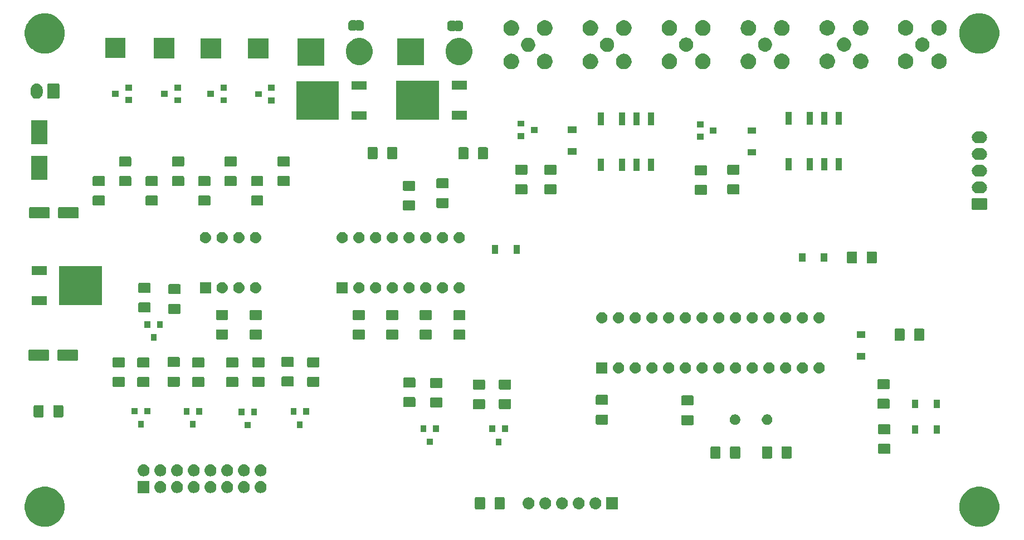
<source format=gbr>
G04 #@! TF.GenerationSoftware,KiCad,Pcbnew,(5.1.2-1)-1*
G04 #@! TF.CreationDate,2019-06-29T21:01:09+01:00*
G04 #@! TF.ProjectId,K3S_Seq_IF_Sw,4b33535f-5365-4715-9f49-465f53772e6b,rev?*
G04 #@! TF.SameCoordinates,Original*
G04 #@! TF.FileFunction,Soldermask,Top*
G04 #@! TF.FilePolarity,Negative*
%FSLAX46Y46*%
G04 Gerber Fmt 4.6, Leading zero omitted, Abs format (unit mm)*
G04 Created by KiCad (PCBNEW (5.1.2-1)-1) date 2019-06-29 21:01:09*
%MOMM*%
%LPD*%
G04 APERTURE LIST*
%ADD10C,0.100000*%
G04 APERTURE END LIST*
D10*
G36*
X186889943Y-133066248D02*
G01*
X187445189Y-133296238D01*
X187693347Y-133462052D01*
X187944899Y-133630134D01*
X188369866Y-134055101D01*
X188369867Y-134055103D01*
X188703762Y-134554811D01*
X188933752Y-135110057D01*
X189051000Y-135699501D01*
X189051000Y-136300499D01*
X188933752Y-136889943D01*
X188703762Y-137445189D01*
X188703761Y-137445190D01*
X188369866Y-137944899D01*
X187944899Y-138369866D01*
X187693347Y-138537948D01*
X187445189Y-138703762D01*
X186889943Y-138933752D01*
X186300499Y-139051000D01*
X185699501Y-139051000D01*
X185110057Y-138933752D01*
X184554811Y-138703762D01*
X184306653Y-138537948D01*
X184055101Y-138369866D01*
X183630134Y-137944899D01*
X183296239Y-137445190D01*
X183296238Y-137445189D01*
X183066248Y-136889943D01*
X182949000Y-136300499D01*
X182949000Y-135699501D01*
X183066248Y-135110057D01*
X183296238Y-134554811D01*
X183630133Y-134055103D01*
X183630134Y-134055101D01*
X184055101Y-133630134D01*
X184306653Y-133462052D01*
X184554811Y-133296238D01*
X185110057Y-133066248D01*
X185699501Y-132949000D01*
X186300499Y-132949000D01*
X186889943Y-133066248D01*
X186889943Y-133066248D01*
G37*
G36*
X44889943Y-133066248D02*
G01*
X45445189Y-133296238D01*
X45693347Y-133462052D01*
X45944899Y-133630134D01*
X46369866Y-134055101D01*
X46369867Y-134055103D01*
X46703762Y-134554811D01*
X46933752Y-135110057D01*
X47051000Y-135699501D01*
X47051000Y-136300499D01*
X46933752Y-136889943D01*
X46703762Y-137445189D01*
X46703761Y-137445190D01*
X46369866Y-137944899D01*
X45944899Y-138369866D01*
X45693347Y-138537948D01*
X45445189Y-138703762D01*
X44889943Y-138933752D01*
X44300499Y-139051000D01*
X43699501Y-139051000D01*
X43110057Y-138933752D01*
X42554811Y-138703762D01*
X42306653Y-138537948D01*
X42055101Y-138369866D01*
X41630134Y-137944899D01*
X41296239Y-137445190D01*
X41296238Y-137445189D01*
X41066248Y-136889943D01*
X40949000Y-136300499D01*
X40949000Y-135699501D01*
X41066248Y-135110057D01*
X41296238Y-134554811D01*
X41630133Y-134055103D01*
X41630134Y-134055101D01*
X42055101Y-133630134D01*
X42306653Y-133462052D01*
X42554811Y-133296238D01*
X43110057Y-133066248D01*
X43699501Y-132949000D01*
X44300499Y-132949000D01*
X44889943Y-133066248D01*
X44889943Y-133066248D01*
G37*
G36*
X113723062Y-134548181D02*
G01*
X113757981Y-134558774D01*
X113790163Y-134575976D01*
X113818373Y-134599127D01*
X113841524Y-134627337D01*
X113858726Y-134659519D01*
X113869319Y-134694438D01*
X113873500Y-134736895D01*
X113873500Y-136203105D01*
X113869319Y-136245562D01*
X113858726Y-136280481D01*
X113841524Y-136312663D01*
X113818373Y-136340873D01*
X113790163Y-136364024D01*
X113757981Y-136381226D01*
X113723062Y-136391819D01*
X113680605Y-136396000D01*
X112539395Y-136396000D01*
X112496938Y-136391819D01*
X112462019Y-136381226D01*
X112429837Y-136364024D01*
X112401627Y-136340873D01*
X112378476Y-136312663D01*
X112361274Y-136280481D01*
X112350681Y-136245562D01*
X112346500Y-136203105D01*
X112346500Y-134736895D01*
X112350681Y-134694438D01*
X112361274Y-134659519D01*
X112378476Y-134627337D01*
X112401627Y-134599127D01*
X112429837Y-134575976D01*
X112462019Y-134558774D01*
X112496938Y-134548181D01*
X112539395Y-134544000D01*
X113680605Y-134544000D01*
X113723062Y-134548181D01*
X113723062Y-134548181D01*
G37*
G36*
X110748062Y-134548181D02*
G01*
X110782981Y-134558774D01*
X110815163Y-134575976D01*
X110843373Y-134599127D01*
X110866524Y-134627337D01*
X110883726Y-134659519D01*
X110894319Y-134694438D01*
X110898500Y-134736895D01*
X110898500Y-136203105D01*
X110894319Y-136245562D01*
X110883726Y-136280481D01*
X110866524Y-136312663D01*
X110843373Y-136340873D01*
X110815163Y-136364024D01*
X110782981Y-136381226D01*
X110748062Y-136391819D01*
X110705605Y-136396000D01*
X109564395Y-136396000D01*
X109521938Y-136391819D01*
X109487019Y-136381226D01*
X109454837Y-136364024D01*
X109426627Y-136340873D01*
X109403476Y-136312663D01*
X109386274Y-136280481D01*
X109375681Y-136245562D01*
X109371500Y-136203105D01*
X109371500Y-134736895D01*
X109375681Y-134694438D01*
X109386274Y-134659519D01*
X109403476Y-134627337D01*
X109426627Y-134599127D01*
X109454837Y-134575976D01*
X109487019Y-134558774D01*
X109521938Y-134548181D01*
X109564395Y-134544000D01*
X110705605Y-134544000D01*
X110748062Y-134548181D01*
X110748062Y-134548181D01*
G37*
G36*
X131121000Y-136371000D02*
G01*
X129319000Y-136371000D01*
X129319000Y-134569000D01*
X131121000Y-134569000D01*
X131121000Y-136371000D01*
X131121000Y-136371000D01*
G37*
G36*
X127790442Y-134575518D02*
G01*
X127856627Y-134582037D01*
X128026466Y-134633557D01*
X128182991Y-134717222D01*
X128206962Y-134736895D01*
X128320186Y-134829814D01*
X128403448Y-134931271D01*
X128432778Y-134967009D01*
X128516443Y-135123534D01*
X128567963Y-135293373D01*
X128585359Y-135470000D01*
X128567963Y-135646627D01*
X128516443Y-135816466D01*
X128432778Y-135972991D01*
X128403448Y-136008729D01*
X128320186Y-136110186D01*
X128218729Y-136193448D01*
X128182991Y-136222778D01*
X128026466Y-136306443D01*
X127856627Y-136357963D01*
X127795088Y-136364024D01*
X127724260Y-136371000D01*
X127635740Y-136371000D01*
X127564912Y-136364024D01*
X127503373Y-136357963D01*
X127333534Y-136306443D01*
X127177009Y-136222778D01*
X127141271Y-136193448D01*
X127039814Y-136110186D01*
X126956552Y-136008729D01*
X126927222Y-135972991D01*
X126843557Y-135816466D01*
X126792037Y-135646627D01*
X126774641Y-135470000D01*
X126792037Y-135293373D01*
X126843557Y-135123534D01*
X126927222Y-134967009D01*
X126956552Y-134931271D01*
X127039814Y-134829814D01*
X127153038Y-134736895D01*
X127177009Y-134717222D01*
X127333534Y-134633557D01*
X127503373Y-134582037D01*
X127569558Y-134575518D01*
X127635740Y-134569000D01*
X127724260Y-134569000D01*
X127790442Y-134575518D01*
X127790442Y-134575518D01*
G37*
G36*
X125250442Y-134575518D02*
G01*
X125316627Y-134582037D01*
X125486466Y-134633557D01*
X125642991Y-134717222D01*
X125666962Y-134736895D01*
X125780186Y-134829814D01*
X125863448Y-134931271D01*
X125892778Y-134967009D01*
X125976443Y-135123534D01*
X126027963Y-135293373D01*
X126045359Y-135470000D01*
X126027963Y-135646627D01*
X125976443Y-135816466D01*
X125892778Y-135972991D01*
X125863448Y-136008729D01*
X125780186Y-136110186D01*
X125678729Y-136193448D01*
X125642991Y-136222778D01*
X125486466Y-136306443D01*
X125316627Y-136357963D01*
X125255088Y-136364024D01*
X125184260Y-136371000D01*
X125095740Y-136371000D01*
X125024912Y-136364024D01*
X124963373Y-136357963D01*
X124793534Y-136306443D01*
X124637009Y-136222778D01*
X124601271Y-136193448D01*
X124499814Y-136110186D01*
X124416552Y-136008729D01*
X124387222Y-135972991D01*
X124303557Y-135816466D01*
X124252037Y-135646627D01*
X124234641Y-135470000D01*
X124252037Y-135293373D01*
X124303557Y-135123534D01*
X124387222Y-134967009D01*
X124416552Y-134931271D01*
X124499814Y-134829814D01*
X124613038Y-134736895D01*
X124637009Y-134717222D01*
X124793534Y-134633557D01*
X124963373Y-134582037D01*
X125029558Y-134575518D01*
X125095740Y-134569000D01*
X125184260Y-134569000D01*
X125250442Y-134575518D01*
X125250442Y-134575518D01*
G37*
G36*
X122710442Y-134575518D02*
G01*
X122776627Y-134582037D01*
X122946466Y-134633557D01*
X123102991Y-134717222D01*
X123126962Y-134736895D01*
X123240186Y-134829814D01*
X123323448Y-134931271D01*
X123352778Y-134967009D01*
X123436443Y-135123534D01*
X123487963Y-135293373D01*
X123505359Y-135470000D01*
X123487963Y-135646627D01*
X123436443Y-135816466D01*
X123352778Y-135972991D01*
X123323448Y-136008729D01*
X123240186Y-136110186D01*
X123138729Y-136193448D01*
X123102991Y-136222778D01*
X122946466Y-136306443D01*
X122776627Y-136357963D01*
X122715088Y-136364024D01*
X122644260Y-136371000D01*
X122555740Y-136371000D01*
X122484912Y-136364024D01*
X122423373Y-136357963D01*
X122253534Y-136306443D01*
X122097009Y-136222778D01*
X122061271Y-136193448D01*
X121959814Y-136110186D01*
X121876552Y-136008729D01*
X121847222Y-135972991D01*
X121763557Y-135816466D01*
X121712037Y-135646627D01*
X121694641Y-135470000D01*
X121712037Y-135293373D01*
X121763557Y-135123534D01*
X121847222Y-134967009D01*
X121876552Y-134931271D01*
X121959814Y-134829814D01*
X122073038Y-134736895D01*
X122097009Y-134717222D01*
X122253534Y-134633557D01*
X122423373Y-134582037D01*
X122489558Y-134575518D01*
X122555740Y-134569000D01*
X122644260Y-134569000D01*
X122710442Y-134575518D01*
X122710442Y-134575518D01*
G37*
G36*
X120170442Y-134575518D02*
G01*
X120236627Y-134582037D01*
X120406466Y-134633557D01*
X120562991Y-134717222D01*
X120586962Y-134736895D01*
X120700186Y-134829814D01*
X120783448Y-134931271D01*
X120812778Y-134967009D01*
X120896443Y-135123534D01*
X120947963Y-135293373D01*
X120965359Y-135470000D01*
X120947963Y-135646627D01*
X120896443Y-135816466D01*
X120812778Y-135972991D01*
X120783448Y-136008729D01*
X120700186Y-136110186D01*
X120598729Y-136193448D01*
X120562991Y-136222778D01*
X120406466Y-136306443D01*
X120236627Y-136357963D01*
X120175088Y-136364024D01*
X120104260Y-136371000D01*
X120015740Y-136371000D01*
X119944912Y-136364024D01*
X119883373Y-136357963D01*
X119713534Y-136306443D01*
X119557009Y-136222778D01*
X119521271Y-136193448D01*
X119419814Y-136110186D01*
X119336552Y-136008729D01*
X119307222Y-135972991D01*
X119223557Y-135816466D01*
X119172037Y-135646627D01*
X119154641Y-135470000D01*
X119172037Y-135293373D01*
X119223557Y-135123534D01*
X119307222Y-134967009D01*
X119336552Y-134931271D01*
X119419814Y-134829814D01*
X119533038Y-134736895D01*
X119557009Y-134717222D01*
X119713534Y-134633557D01*
X119883373Y-134582037D01*
X119949558Y-134575518D01*
X120015740Y-134569000D01*
X120104260Y-134569000D01*
X120170442Y-134575518D01*
X120170442Y-134575518D01*
G37*
G36*
X117630442Y-134575518D02*
G01*
X117696627Y-134582037D01*
X117866466Y-134633557D01*
X118022991Y-134717222D01*
X118046962Y-134736895D01*
X118160186Y-134829814D01*
X118243448Y-134931271D01*
X118272778Y-134967009D01*
X118356443Y-135123534D01*
X118407963Y-135293373D01*
X118425359Y-135470000D01*
X118407963Y-135646627D01*
X118356443Y-135816466D01*
X118272778Y-135972991D01*
X118243448Y-136008729D01*
X118160186Y-136110186D01*
X118058729Y-136193448D01*
X118022991Y-136222778D01*
X117866466Y-136306443D01*
X117696627Y-136357963D01*
X117635088Y-136364024D01*
X117564260Y-136371000D01*
X117475740Y-136371000D01*
X117404912Y-136364024D01*
X117343373Y-136357963D01*
X117173534Y-136306443D01*
X117017009Y-136222778D01*
X116981271Y-136193448D01*
X116879814Y-136110186D01*
X116796552Y-136008729D01*
X116767222Y-135972991D01*
X116683557Y-135816466D01*
X116632037Y-135646627D01*
X116614641Y-135470000D01*
X116632037Y-135293373D01*
X116683557Y-135123534D01*
X116767222Y-134967009D01*
X116796552Y-134931271D01*
X116879814Y-134829814D01*
X116993038Y-134736895D01*
X117017009Y-134717222D01*
X117173534Y-134633557D01*
X117343373Y-134582037D01*
X117409558Y-134575518D01*
X117475740Y-134569000D01*
X117564260Y-134569000D01*
X117630442Y-134575518D01*
X117630442Y-134575518D01*
G37*
G36*
X59914600Y-133914600D02*
G01*
X58085400Y-133914600D01*
X58085400Y-132085400D01*
X59914600Y-132085400D01*
X59914600Y-133914600D01*
X59914600Y-133914600D01*
G37*
G36*
X61719294Y-132098633D02*
G01*
X61891695Y-132150931D01*
X62050583Y-132235858D01*
X62189849Y-132350151D01*
X62304142Y-132489417D01*
X62389069Y-132648305D01*
X62441367Y-132820706D01*
X62459025Y-133000000D01*
X62441367Y-133179294D01*
X62389069Y-133351695D01*
X62304142Y-133510583D01*
X62189849Y-133649849D01*
X62050583Y-133764142D01*
X61891695Y-133849069D01*
X61719294Y-133901367D01*
X61584931Y-133914600D01*
X61495069Y-133914600D01*
X61360706Y-133901367D01*
X61188305Y-133849069D01*
X61029417Y-133764142D01*
X60890151Y-133649849D01*
X60775858Y-133510583D01*
X60690931Y-133351695D01*
X60638633Y-133179294D01*
X60620975Y-133000000D01*
X60638633Y-132820706D01*
X60690931Y-132648305D01*
X60775858Y-132489417D01*
X60890151Y-132350151D01*
X61029417Y-132235858D01*
X61188305Y-132150931D01*
X61360706Y-132098633D01*
X61495069Y-132085400D01*
X61584931Y-132085400D01*
X61719294Y-132098633D01*
X61719294Y-132098633D01*
G37*
G36*
X64259294Y-132098633D02*
G01*
X64431695Y-132150931D01*
X64590583Y-132235858D01*
X64729849Y-132350151D01*
X64844142Y-132489417D01*
X64929069Y-132648305D01*
X64981367Y-132820706D01*
X64999025Y-133000000D01*
X64981367Y-133179294D01*
X64929069Y-133351695D01*
X64844142Y-133510583D01*
X64729849Y-133649849D01*
X64590583Y-133764142D01*
X64431695Y-133849069D01*
X64259294Y-133901367D01*
X64124931Y-133914600D01*
X64035069Y-133914600D01*
X63900706Y-133901367D01*
X63728305Y-133849069D01*
X63569417Y-133764142D01*
X63430151Y-133649849D01*
X63315858Y-133510583D01*
X63230931Y-133351695D01*
X63178633Y-133179294D01*
X63160975Y-133000000D01*
X63178633Y-132820706D01*
X63230931Y-132648305D01*
X63315858Y-132489417D01*
X63430151Y-132350151D01*
X63569417Y-132235858D01*
X63728305Y-132150931D01*
X63900706Y-132098633D01*
X64035069Y-132085400D01*
X64124931Y-132085400D01*
X64259294Y-132098633D01*
X64259294Y-132098633D01*
G37*
G36*
X66799294Y-132098633D02*
G01*
X66971695Y-132150931D01*
X67130583Y-132235858D01*
X67269849Y-132350151D01*
X67384142Y-132489417D01*
X67469069Y-132648305D01*
X67521367Y-132820706D01*
X67539025Y-133000000D01*
X67521367Y-133179294D01*
X67469069Y-133351695D01*
X67384142Y-133510583D01*
X67269849Y-133649849D01*
X67130583Y-133764142D01*
X66971695Y-133849069D01*
X66799294Y-133901367D01*
X66664931Y-133914600D01*
X66575069Y-133914600D01*
X66440706Y-133901367D01*
X66268305Y-133849069D01*
X66109417Y-133764142D01*
X65970151Y-133649849D01*
X65855858Y-133510583D01*
X65770931Y-133351695D01*
X65718633Y-133179294D01*
X65700975Y-133000000D01*
X65718633Y-132820706D01*
X65770931Y-132648305D01*
X65855858Y-132489417D01*
X65970151Y-132350151D01*
X66109417Y-132235858D01*
X66268305Y-132150931D01*
X66440706Y-132098633D01*
X66575069Y-132085400D01*
X66664931Y-132085400D01*
X66799294Y-132098633D01*
X66799294Y-132098633D01*
G37*
G36*
X76959294Y-132098633D02*
G01*
X77131695Y-132150931D01*
X77290583Y-132235858D01*
X77429849Y-132350151D01*
X77544142Y-132489417D01*
X77629069Y-132648305D01*
X77681367Y-132820706D01*
X77699025Y-133000000D01*
X77681367Y-133179294D01*
X77629069Y-133351695D01*
X77544142Y-133510583D01*
X77429849Y-133649849D01*
X77290583Y-133764142D01*
X77131695Y-133849069D01*
X76959294Y-133901367D01*
X76824931Y-133914600D01*
X76735069Y-133914600D01*
X76600706Y-133901367D01*
X76428305Y-133849069D01*
X76269417Y-133764142D01*
X76130151Y-133649849D01*
X76015858Y-133510583D01*
X75930931Y-133351695D01*
X75878633Y-133179294D01*
X75860975Y-133000000D01*
X75878633Y-132820706D01*
X75930931Y-132648305D01*
X76015858Y-132489417D01*
X76130151Y-132350151D01*
X76269417Y-132235858D01*
X76428305Y-132150931D01*
X76600706Y-132098633D01*
X76735069Y-132085400D01*
X76824931Y-132085400D01*
X76959294Y-132098633D01*
X76959294Y-132098633D01*
G37*
G36*
X74419294Y-132098633D02*
G01*
X74591695Y-132150931D01*
X74750583Y-132235858D01*
X74889849Y-132350151D01*
X75004142Y-132489417D01*
X75089069Y-132648305D01*
X75141367Y-132820706D01*
X75159025Y-133000000D01*
X75141367Y-133179294D01*
X75089069Y-133351695D01*
X75004142Y-133510583D01*
X74889849Y-133649849D01*
X74750583Y-133764142D01*
X74591695Y-133849069D01*
X74419294Y-133901367D01*
X74284931Y-133914600D01*
X74195069Y-133914600D01*
X74060706Y-133901367D01*
X73888305Y-133849069D01*
X73729417Y-133764142D01*
X73590151Y-133649849D01*
X73475858Y-133510583D01*
X73390931Y-133351695D01*
X73338633Y-133179294D01*
X73320975Y-133000000D01*
X73338633Y-132820706D01*
X73390931Y-132648305D01*
X73475858Y-132489417D01*
X73590151Y-132350151D01*
X73729417Y-132235858D01*
X73888305Y-132150931D01*
X74060706Y-132098633D01*
X74195069Y-132085400D01*
X74284931Y-132085400D01*
X74419294Y-132098633D01*
X74419294Y-132098633D01*
G37*
G36*
X71879294Y-132098633D02*
G01*
X72051695Y-132150931D01*
X72210583Y-132235858D01*
X72349849Y-132350151D01*
X72464142Y-132489417D01*
X72549069Y-132648305D01*
X72601367Y-132820706D01*
X72619025Y-133000000D01*
X72601367Y-133179294D01*
X72549069Y-133351695D01*
X72464142Y-133510583D01*
X72349849Y-133649849D01*
X72210583Y-133764142D01*
X72051695Y-133849069D01*
X71879294Y-133901367D01*
X71744931Y-133914600D01*
X71655069Y-133914600D01*
X71520706Y-133901367D01*
X71348305Y-133849069D01*
X71189417Y-133764142D01*
X71050151Y-133649849D01*
X70935858Y-133510583D01*
X70850931Y-133351695D01*
X70798633Y-133179294D01*
X70780975Y-133000000D01*
X70798633Y-132820706D01*
X70850931Y-132648305D01*
X70935858Y-132489417D01*
X71050151Y-132350151D01*
X71189417Y-132235858D01*
X71348305Y-132150931D01*
X71520706Y-132098633D01*
X71655069Y-132085400D01*
X71744931Y-132085400D01*
X71879294Y-132098633D01*
X71879294Y-132098633D01*
G37*
G36*
X69339294Y-132098633D02*
G01*
X69511695Y-132150931D01*
X69670583Y-132235858D01*
X69809849Y-132350151D01*
X69924142Y-132489417D01*
X70009069Y-132648305D01*
X70061367Y-132820706D01*
X70079025Y-133000000D01*
X70061367Y-133179294D01*
X70009069Y-133351695D01*
X69924142Y-133510583D01*
X69809849Y-133649849D01*
X69670583Y-133764142D01*
X69511695Y-133849069D01*
X69339294Y-133901367D01*
X69204931Y-133914600D01*
X69115069Y-133914600D01*
X68980706Y-133901367D01*
X68808305Y-133849069D01*
X68649417Y-133764142D01*
X68510151Y-133649849D01*
X68395858Y-133510583D01*
X68310931Y-133351695D01*
X68258633Y-133179294D01*
X68240975Y-133000000D01*
X68258633Y-132820706D01*
X68310931Y-132648305D01*
X68395858Y-132489417D01*
X68510151Y-132350151D01*
X68649417Y-132235858D01*
X68808305Y-132150931D01*
X68980706Y-132098633D01*
X69115069Y-132085400D01*
X69204931Y-132085400D01*
X69339294Y-132098633D01*
X69339294Y-132098633D01*
G37*
G36*
X66799294Y-129558633D02*
G01*
X66971695Y-129610931D01*
X67130583Y-129695858D01*
X67269849Y-129810151D01*
X67384142Y-129949417D01*
X67469069Y-130108305D01*
X67521367Y-130280706D01*
X67539025Y-130460000D01*
X67521367Y-130639294D01*
X67469069Y-130811695D01*
X67384142Y-130970583D01*
X67269849Y-131109849D01*
X67130583Y-131224142D01*
X66971695Y-131309069D01*
X66799294Y-131361367D01*
X66664931Y-131374600D01*
X66575069Y-131374600D01*
X66440706Y-131361367D01*
X66268305Y-131309069D01*
X66109417Y-131224142D01*
X65970151Y-131109849D01*
X65855858Y-130970583D01*
X65770931Y-130811695D01*
X65718633Y-130639294D01*
X65700975Y-130460000D01*
X65718633Y-130280706D01*
X65770931Y-130108305D01*
X65855858Y-129949417D01*
X65970151Y-129810151D01*
X66109417Y-129695858D01*
X66268305Y-129610931D01*
X66440706Y-129558633D01*
X66575069Y-129545400D01*
X66664931Y-129545400D01*
X66799294Y-129558633D01*
X66799294Y-129558633D01*
G37*
G36*
X74419294Y-129558633D02*
G01*
X74591695Y-129610931D01*
X74750583Y-129695858D01*
X74889849Y-129810151D01*
X75004142Y-129949417D01*
X75089069Y-130108305D01*
X75141367Y-130280706D01*
X75159025Y-130460000D01*
X75141367Y-130639294D01*
X75089069Y-130811695D01*
X75004142Y-130970583D01*
X74889849Y-131109849D01*
X74750583Y-131224142D01*
X74591695Y-131309069D01*
X74419294Y-131361367D01*
X74284931Y-131374600D01*
X74195069Y-131374600D01*
X74060706Y-131361367D01*
X73888305Y-131309069D01*
X73729417Y-131224142D01*
X73590151Y-131109849D01*
X73475858Y-130970583D01*
X73390931Y-130811695D01*
X73338633Y-130639294D01*
X73320975Y-130460000D01*
X73338633Y-130280706D01*
X73390931Y-130108305D01*
X73475858Y-129949417D01*
X73590151Y-129810151D01*
X73729417Y-129695858D01*
X73888305Y-129610931D01*
X74060706Y-129558633D01*
X74195069Y-129545400D01*
X74284931Y-129545400D01*
X74419294Y-129558633D01*
X74419294Y-129558633D01*
G37*
G36*
X76959294Y-129558633D02*
G01*
X77131695Y-129610931D01*
X77290583Y-129695858D01*
X77429849Y-129810151D01*
X77544142Y-129949417D01*
X77629069Y-130108305D01*
X77681367Y-130280706D01*
X77699025Y-130460000D01*
X77681367Y-130639294D01*
X77629069Y-130811695D01*
X77544142Y-130970583D01*
X77429849Y-131109849D01*
X77290583Y-131224142D01*
X77131695Y-131309069D01*
X76959294Y-131361367D01*
X76824931Y-131374600D01*
X76735069Y-131374600D01*
X76600706Y-131361367D01*
X76428305Y-131309069D01*
X76269417Y-131224142D01*
X76130151Y-131109849D01*
X76015858Y-130970583D01*
X75930931Y-130811695D01*
X75878633Y-130639294D01*
X75860975Y-130460000D01*
X75878633Y-130280706D01*
X75930931Y-130108305D01*
X76015858Y-129949417D01*
X76130151Y-129810151D01*
X76269417Y-129695858D01*
X76428305Y-129610931D01*
X76600706Y-129558633D01*
X76735069Y-129545400D01*
X76824931Y-129545400D01*
X76959294Y-129558633D01*
X76959294Y-129558633D01*
G37*
G36*
X69339294Y-129558633D02*
G01*
X69511695Y-129610931D01*
X69670583Y-129695858D01*
X69809849Y-129810151D01*
X69924142Y-129949417D01*
X70009069Y-130108305D01*
X70061367Y-130280706D01*
X70079025Y-130460000D01*
X70061367Y-130639294D01*
X70009069Y-130811695D01*
X69924142Y-130970583D01*
X69809849Y-131109849D01*
X69670583Y-131224142D01*
X69511695Y-131309069D01*
X69339294Y-131361367D01*
X69204931Y-131374600D01*
X69115069Y-131374600D01*
X68980706Y-131361367D01*
X68808305Y-131309069D01*
X68649417Y-131224142D01*
X68510151Y-131109849D01*
X68395858Y-130970583D01*
X68310931Y-130811695D01*
X68258633Y-130639294D01*
X68240975Y-130460000D01*
X68258633Y-130280706D01*
X68310931Y-130108305D01*
X68395858Y-129949417D01*
X68510151Y-129810151D01*
X68649417Y-129695858D01*
X68808305Y-129610931D01*
X68980706Y-129558633D01*
X69115069Y-129545400D01*
X69204931Y-129545400D01*
X69339294Y-129558633D01*
X69339294Y-129558633D01*
G37*
G36*
X71879294Y-129558633D02*
G01*
X72051695Y-129610931D01*
X72210583Y-129695858D01*
X72349849Y-129810151D01*
X72464142Y-129949417D01*
X72549069Y-130108305D01*
X72601367Y-130280706D01*
X72619025Y-130460000D01*
X72601367Y-130639294D01*
X72549069Y-130811695D01*
X72464142Y-130970583D01*
X72349849Y-131109849D01*
X72210583Y-131224142D01*
X72051695Y-131309069D01*
X71879294Y-131361367D01*
X71744931Y-131374600D01*
X71655069Y-131374600D01*
X71520706Y-131361367D01*
X71348305Y-131309069D01*
X71189417Y-131224142D01*
X71050151Y-131109849D01*
X70935858Y-130970583D01*
X70850931Y-130811695D01*
X70798633Y-130639294D01*
X70780975Y-130460000D01*
X70798633Y-130280706D01*
X70850931Y-130108305D01*
X70935858Y-129949417D01*
X71050151Y-129810151D01*
X71189417Y-129695858D01*
X71348305Y-129610931D01*
X71520706Y-129558633D01*
X71655069Y-129545400D01*
X71744931Y-129545400D01*
X71879294Y-129558633D01*
X71879294Y-129558633D01*
G37*
G36*
X59179294Y-129558633D02*
G01*
X59351695Y-129610931D01*
X59510583Y-129695858D01*
X59649849Y-129810151D01*
X59764142Y-129949417D01*
X59849069Y-130108305D01*
X59901367Y-130280706D01*
X59919025Y-130460000D01*
X59901367Y-130639294D01*
X59849069Y-130811695D01*
X59764142Y-130970583D01*
X59649849Y-131109849D01*
X59510583Y-131224142D01*
X59351695Y-131309069D01*
X59179294Y-131361367D01*
X59044931Y-131374600D01*
X58955069Y-131374600D01*
X58820706Y-131361367D01*
X58648305Y-131309069D01*
X58489417Y-131224142D01*
X58350151Y-131109849D01*
X58235858Y-130970583D01*
X58150931Y-130811695D01*
X58098633Y-130639294D01*
X58080975Y-130460000D01*
X58098633Y-130280706D01*
X58150931Y-130108305D01*
X58235858Y-129949417D01*
X58350151Y-129810151D01*
X58489417Y-129695858D01*
X58648305Y-129610931D01*
X58820706Y-129558633D01*
X58955069Y-129545400D01*
X59044931Y-129545400D01*
X59179294Y-129558633D01*
X59179294Y-129558633D01*
G37*
G36*
X61719294Y-129558633D02*
G01*
X61891695Y-129610931D01*
X62050583Y-129695858D01*
X62189849Y-129810151D01*
X62304142Y-129949417D01*
X62389069Y-130108305D01*
X62441367Y-130280706D01*
X62459025Y-130460000D01*
X62441367Y-130639294D01*
X62389069Y-130811695D01*
X62304142Y-130970583D01*
X62189849Y-131109849D01*
X62050583Y-131224142D01*
X61891695Y-131309069D01*
X61719294Y-131361367D01*
X61584931Y-131374600D01*
X61495069Y-131374600D01*
X61360706Y-131361367D01*
X61188305Y-131309069D01*
X61029417Y-131224142D01*
X60890151Y-131109849D01*
X60775858Y-130970583D01*
X60690931Y-130811695D01*
X60638633Y-130639294D01*
X60620975Y-130460000D01*
X60638633Y-130280706D01*
X60690931Y-130108305D01*
X60775858Y-129949417D01*
X60890151Y-129810151D01*
X61029417Y-129695858D01*
X61188305Y-129610931D01*
X61360706Y-129558633D01*
X61495069Y-129545400D01*
X61584931Y-129545400D01*
X61719294Y-129558633D01*
X61719294Y-129558633D01*
G37*
G36*
X64259294Y-129558633D02*
G01*
X64431695Y-129610931D01*
X64590583Y-129695858D01*
X64729849Y-129810151D01*
X64844142Y-129949417D01*
X64929069Y-130108305D01*
X64981367Y-130280706D01*
X64999025Y-130460000D01*
X64981367Y-130639294D01*
X64929069Y-130811695D01*
X64844142Y-130970583D01*
X64729849Y-131109849D01*
X64590583Y-131224142D01*
X64431695Y-131309069D01*
X64259294Y-131361367D01*
X64124931Y-131374600D01*
X64035069Y-131374600D01*
X63900706Y-131361367D01*
X63728305Y-131309069D01*
X63569417Y-131224142D01*
X63430151Y-131109849D01*
X63315858Y-130970583D01*
X63230931Y-130811695D01*
X63178633Y-130639294D01*
X63160975Y-130460000D01*
X63178633Y-130280706D01*
X63230931Y-130108305D01*
X63315858Y-129949417D01*
X63430151Y-129810151D01*
X63569417Y-129695858D01*
X63728305Y-129610931D01*
X63900706Y-129558633D01*
X64035069Y-129545400D01*
X64124931Y-129545400D01*
X64259294Y-129558633D01*
X64259294Y-129558633D01*
G37*
G36*
X146550062Y-126836181D02*
G01*
X146584981Y-126846774D01*
X146617163Y-126863976D01*
X146645373Y-126887127D01*
X146668524Y-126915337D01*
X146685726Y-126947519D01*
X146696319Y-126982438D01*
X146700500Y-127024895D01*
X146700500Y-128491105D01*
X146696319Y-128533562D01*
X146685726Y-128568481D01*
X146668524Y-128600663D01*
X146645373Y-128628873D01*
X146617163Y-128652024D01*
X146584981Y-128669226D01*
X146550062Y-128679819D01*
X146507605Y-128684000D01*
X145366395Y-128684000D01*
X145323938Y-128679819D01*
X145289019Y-128669226D01*
X145256837Y-128652024D01*
X145228627Y-128628873D01*
X145205476Y-128600663D01*
X145188274Y-128568481D01*
X145177681Y-128533562D01*
X145173500Y-128491105D01*
X145173500Y-127024895D01*
X145177681Y-126982438D01*
X145188274Y-126947519D01*
X145205476Y-126915337D01*
X145228627Y-126887127D01*
X145256837Y-126863976D01*
X145289019Y-126846774D01*
X145323938Y-126836181D01*
X145366395Y-126832000D01*
X146507605Y-126832000D01*
X146550062Y-126836181D01*
X146550062Y-126836181D01*
G37*
G36*
X149525062Y-126836181D02*
G01*
X149559981Y-126846774D01*
X149592163Y-126863976D01*
X149620373Y-126887127D01*
X149643524Y-126915337D01*
X149660726Y-126947519D01*
X149671319Y-126982438D01*
X149675500Y-127024895D01*
X149675500Y-128491105D01*
X149671319Y-128533562D01*
X149660726Y-128568481D01*
X149643524Y-128600663D01*
X149620373Y-128628873D01*
X149592163Y-128652024D01*
X149559981Y-128669226D01*
X149525062Y-128679819D01*
X149482605Y-128684000D01*
X148341395Y-128684000D01*
X148298938Y-128679819D01*
X148264019Y-128669226D01*
X148231837Y-128652024D01*
X148203627Y-128628873D01*
X148180476Y-128600663D01*
X148163274Y-128568481D01*
X148152681Y-128533562D01*
X148148500Y-128491105D01*
X148148500Y-127024895D01*
X148152681Y-126982438D01*
X148163274Y-126947519D01*
X148180476Y-126915337D01*
X148203627Y-126887127D01*
X148231837Y-126863976D01*
X148264019Y-126846774D01*
X148298938Y-126836181D01*
X148341395Y-126832000D01*
X149482605Y-126832000D01*
X149525062Y-126836181D01*
X149525062Y-126836181D01*
G37*
G36*
X157340062Y-126810181D02*
G01*
X157374981Y-126820774D01*
X157407163Y-126837976D01*
X157435373Y-126861127D01*
X157458524Y-126889337D01*
X157475726Y-126921519D01*
X157486319Y-126956438D01*
X157490500Y-126998895D01*
X157490500Y-128465105D01*
X157486319Y-128507562D01*
X157475726Y-128542481D01*
X157458524Y-128574663D01*
X157435373Y-128602873D01*
X157407163Y-128626024D01*
X157374981Y-128643226D01*
X157340062Y-128653819D01*
X157297605Y-128658000D01*
X156156395Y-128658000D01*
X156113938Y-128653819D01*
X156079019Y-128643226D01*
X156046837Y-128626024D01*
X156018627Y-128602873D01*
X155995476Y-128574663D01*
X155978274Y-128542481D01*
X155967681Y-128507562D01*
X155963500Y-128465105D01*
X155963500Y-126998895D01*
X155967681Y-126956438D01*
X155978274Y-126921519D01*
X155995476Y-126889337D01*
X156018627Y-126861127D01*
X156046837Y-126837976D01*
X156079019Y-126820774D01*
X156113938Y-126810181D01*
X156156395Y-126806000D01*
X157297605Y-126806000D01*
X157340062Y-126810181D01*
X157340062Y-126810181D01*
G37*
G36*
X154365062Y-126810181D02*
G01*
X154399981Y-126820774D01*
X154432163Y-126837976D01*
X154460373Y-126861127D01*
X154483524Y-126889337D01*
X154500726Y-126921519D01*
X154511319Y-126956438D01*
X154515500Y-126998895D01*
X154515500Y-128465105D01*
X154511319Y-128507562D01*
X154500726Y-128542481D01*
X154483524Y-128574663D01*
X154460373Y-128602873D01*
X154432163Y-128626024D01*
X154399981Y-128643226D01*
X154365062Y-128653819D01*
X154322605Y-128658000D01*
X153181395Y-128658000D01*
X153138938Y-128653819D01*
X153104019Y-128643226D01*
X153071837Y-128626024D01*
X153043627Y-128602873D01*
X153020476Y-128574663D01*
X153003274Y-128542481D01*
X152992681Y-128507562D01*
X152988500Y-128465105D01*
X152988500Y-126998895D01*
X152992681Y-126956438D01*
X153003274Y-126921519D01*
X153020476Y-126889337D01*
X153043627Y-126861127D01*
X153071837Y-126837976D01*
X153104019Y-126820774D01*
X153138938Y-126810181D01*
X153181395Y-126806000D01*
X154322605Y-126806000D01*
X154365062Y-126810181D01*
X154365062Y-126810181D01*
G37*
G36*
X172355562Y-126420681D02*
G01*
X172390481Y-126431274D01*
X172422663Y-126448476D01*
X172450873Y-126471627D01*
X172474024Y-126499837D01*
X172491226Y-126532019D01*
X172501819Y-126566938D01*
X172506000Y-126609395D01*
X172506000Y-127750605D01*
X172501819Y-127793062D01*
X172491226Y-127827981D01*
X172474024Y-127860163D01*
X172450873Y-127888373D01*
X172422663Y-127911524D01*
X172390481Y-127928726D01*
X172355562Y-127939319D01*
X172313105Y-127943500D01*
X170846895Y-127943500D01*
X170804438Y-127939319D01*
X170769519Y-127928726D01*
X170737337Y-127911524D01*
X170709127Y-127888373D01*
X170685976Y-127860163D01*
X170668774Y-127827981D01*
X170658181Y-127793062D01*
X170654000Y-127750605D01*
X170654000Y-126609395D01*
X170658181Y-126566938D01*
X170668774Y-126532019D01*
X170685976Y-126499837D01*
X170709127Y-126471627D01*
X170737337Y-126448476D01*
X170769519Y-126431274D01*
X170804438Y-126420681D01*
X170846895Y-126416500D01*
X172313105Y-126416500D01*
X172355562Y-126420681D01*
X172355562Y-126420681D01*
G37*
G36*
X113421000Y-126631000D02*
G01*
X112519000Y-126631000D01*
X112519000Y-125629000D01*
X113421000Y-125629000D01*
X113421000Y-126631000D01*
X113421000Y-126631000D01*
G37*
G36*
X102951000Y-126611000D02*
G01*
X102049000Y-126611000D01*
X102049000Y-125609000D01*
X102951000Y-125609000D01*
X102951000Y-126611000D01*
X102951000Y-126611000D01*
G37*
G36*
X172355562Y-123445681D02*
G01*
X172390481Y-123456274D01*
X172422663Y-123473476D01*
X172450873Y-123496627D01*
X172474024Y-123524837D01*
X172491226Y-123557019D01*
X172501819Y-123591938D01*
X172506000Y-123634395D01*
X172506000Y-124775605D01*
X172501819Y-124818062D01*
X172491226Y-124852981D01*
X172474024Y-124885163D01*
X172450873Y-124913373D01*
X172422663Y-124936524D01*
X172390481Y-124953726D01*
X172355562Y-124964319D01*
X172313105Y-124968500D01*
X170846895Y-124968500D01*
X170804438Y-124964319D01*
X170769519Y-124953726D01*
X170737337Y-124936524D01*
X170709127Y-124913373D01*
X170685976Y-124885163D01*
X170668774Y-124852981D01*
X170658181Y-124818062D01*
X170654000Y-124775605D01*
X170654000Y-123634395D01*
X170658181Y-123591938D01*
X170668774Y-123557019D01*
X170685976Y-123524837D01*
X170709127Y-123496627D01*
X170737337Y-123473476D01*
X170769519Y-123456274D01*
X170804438Y-123445681D01*
X170846895Y-123441500D01*
X172313105Y-123441500D01*
X172355562Y-123445681D01*
X172355562Y-123445681D01*
G37*
G36*
X180061000Y-124891000D02*
G01*
X179059000Y-124891000D01*
X179059000Y-123589000D01*
X180061000Y-123589000D01*
X180061000Y-124891000D01*
X180061000Y-124891000D01*
G37*
G36*
X176761000Y-124891000D02*
G01*
X175759000Y-124891000D01*
X175759000Y-123589000D01*
X176761000Y-123589000D01*
X176761000Y-124891000D01*
X176761000Y-124891000D01*
G37*
G36*
X112471000Y-124631000D02*
G01*
X111569000Y-124631000D01*
X111569000Y-123629000D01*
X112471000Y-123629000D01*
X112471000Y-124631000D01*
X112471000Y-124631000D01*
G37*
G36*
X114371000Y-124631000D02*
G01*
X113469000Y-124631000D01*
X113469000Y-123629000D01*
X114371000Y-123629000D01*
X114371000Y-124631000D01*
X114371000Y-124631000D01*
G37*
G36*
X102001000Y-124611000D02*
G01*
X101099000Y-124611000D01*
X101099000Y-123609000D01*
X102001000Y-123609000D01*
X102001000Y-124611000D01*
X102001000Y-124611000D01*
G37*
G36*
X103901000Y-124611000D02*
G01*
X102999000Y-124611000D01*
X102999000Y-123609000D01*
X103901000Y-123609000D01*
X103901000Y-124611000D01*
X103901000Y-124611000D01*
G37*
G36*
X75291000Y-124071000D02*
G01*
X74389000Y-124071000D01*
X74389000Y-123069000D01*
X75291000Y-123069000D01*
X75291000Y-124071000D01*
X75291000Y-124071000D01*
G37*
G36*
X83201000Y-124031000D02*
G01*
X82299000Y-124031000D01*
X82299000Y-123029000D01*
X83201000Y-123029000D01*
X83201000Y-124031000D01*
X83201000Y-124031000D01*
G37*
G36*
X66951000Y-123981000D02*
G01*
X66049000Y-123981000D01*
X66049000Y-122979000D01*
X66951000Y-122979000D01*
X66951000Y-123981000D01*
X66951000Y-123981000D01*
G37*
G36*
X59061000Y-123951000D02*
G01*
X58159000Y-123951000D01*
X58159000Y-122949000D01*
X59061000Y-122949000D01*
X59061000Y-123951000D01*
X59061000Y-123951000D01*
G37*
G36*
X142425562Y-122055681D02*
G01*
X142460481Y-122066274D01*
X142492663Y-122083476D01*
X142520873Y-122106627D01*
X142544024Y-122134837D01*
X142561226Y-122167019D01*
X142571819Y-122201938D01*
X142576000Y-122244395D01*
X142576000Y-123385605D01*
X142571819Y-123428062D01*
X142561226Y-123462981D01*
X142544024Y-123495163D01*
X142520873Y-123523373D01*
X142492663Y-123546524D01*
X142460481Y-123563726D01*
X142425562Y-123574319D01*
X142383105Y-123578500D01*
X140916895Y-123578500D01*
X140874438Y-123574319D01*
X140839519Y-123563726D01*
X140807337Y-123546524D01*
X140779127Y-123523373D01*
X140755976Y-123495163D01*
X140738774Y-123462981D01*
X140728181Y-123428062D01*
X140724000Y-123385605D01*
X140724000Y-122244395D01*
X140728181Y-122201938D01*
X140738774Y-122167019D01*
X140755976Y-122134837D01*
X140779127Y-122106627D01*
X140807337Y-122083476D01*
X140839519Y-122066274D01*
X140874438Y-122055681D01*
X140916895Y-122051500D01*
X142383105Y-122051500D01*
X142425562Y-122055681D01*
X142425562Y-122055681D01*
G37*
G36*
X154005642Y-121983781D02*
G01*
X154119638Y-122031000D01*
X154151416Y-122044163D01*
X154282608Y-122131822D01*
X154394178Y-122243392D01*
X154440463Y-122312663D01*
X154481838Y-122374586D01*
X154542219Y-122520358D01*
X154573000Y-122675107D01*
X154573000Y-122832893D01*
X154542219Y-122987642D01*
X154508519Y-123069000D01*
X154481837Y-123133416D01*
X154394178Y-123264608D01*
X154282608Y-123376178D01*
X154151416Y-123463837D01*
X154151415Y-123463838D01*
X154151414Y-123463838D01*
X154005642Y-123524219D01*
X153850893Y-123555000D01*
X153693107Y-123555000D01*
X153538358Y-123524219D01*
X153392586Y-123463838D01*
X153392585Y-123463838D01*
X153392584Y-123463837D01*
X153261392Y-123376178D01*
X153149822Y-123264608D01*
X153062163Y-123133416D01*
X153035481Y-123069000D01*
X153001781Y-122987642D01*
X152971000Y-122832893D01*
X152971000Y-122675107D01*
X153001781Y-122520358D01*
X153062162Y-122374586D01*
X153103537Y-122312663D01*
X153149822Y-122243392D01*
X153261392Y-122131822D01*
X153392584Y-122044163D01*
X153424362Y-122031000D01*
X153538358Y-121983781D01*
X153693107Y-121953000D01*
X153850893Y-121953000D01*
X154005642Y-121983781D01*
X154005642Y-121983781D01*
G37*
G36*
X149125642Y-121983781D02*
G01*
X149239638Y-122031000D01*
X149271416Y-122044163D01*
X149402608Y-122131822D01*
X149514178Y-122243392D01*
X149560463Y-122312663D01*
X149601838Y-122374586D01*
X149662219Y-122520358D01*
X149693000Y-122675107D01*
X149693000Y-122832893D01*
X149662219Y-122987642D01*
X149628519Y-123069000D01*
X149601837Y-123133416D01*
X149514178Y-123264608D01*
X149402608Y-123376178D01*
X149271416Y-123463837D01*
X149271415Y-123463838D01*
X149271414Y-123463838D01*
X149125642Y-123524219D01*
X148970893Y-123555000D01*
X148813107Y-123555000D01*
X148658358Y-123524219D01*
X148512586Y-123463838D01*
X148512585Y-123463838D01*
X148512584Y-123463837D01*
X148381392Y-123376178D01*
X148269822Y-123264608D01*
X148182163Y-123133416D01*
X148155481Y-123069000D01*
X148121781Y-122987642D01*
X148091000Y-122832893D01*
X148091000Y-122675107D01*
X148121781Y-122520358D01*
X148182162Y-122374586D01*
X148223537Y-122312663D01*
X148269822Y-122243392D01*
X148381392Y-122131822D01*
X148512584Y-122044163D01*
X148544362Y-122031000D01*
X148658358Y-121983781D01*
X148813107Y-121953000D01*
X148970893Y-121953000D01*
X149125642Y-121983781D01*
X149125642Y-121983781D01*
G37*
G36*
X129445562Y-121970681D02*
G01*
X129480481Y-121981274D01*
X129512663Y-121998476D01*
X129540873Y-122021627D01*
X129564024Y-122049837D01*
X129581226Y-122082019D01*
X129591819Y-122116938D01*
X129596000Y-122159395D01*
X129596000Y-123300605D01*
X129591819Y-123343062D01*
X129581226Y-123377981D01*
X129564024Y-123410163D01*
X129540873Y-123438373D01*
X129512663Y-123461524D01*
X129480481Y-123478726D01*
X129445562Y-123489319D01*
X129403105Y-123493500D01*
X127936895Y-123493500D01*
X127894438Y-123489319D01*
X127859519Y-123478726D01*
X127827337Y-123461524D01*
X127799127Y-123438373D01*
X127775976Y-123410163D01*
X127758774Y-123377981D01*
X127748181Y-123343062D01*
X127744000Y-123300605D01*
X127744000Y-122159395D01*
X127748181Y-122116938D01*
X127758774Y-122082019D01*
X127775976Y-122049837D01*
X127799127Y-122021627D01*
X127827337Y-121998476D01*
X127859519Y-121981274D01*
X127894438Y-121970681D01*
X127936895Y-121966500D01*
X129403105Y-121966500D01*
X129445562Y-121970681D01*
X129445562Y-121970681D01*
G37*
G36*
X43683062Y-120548181D02*
G01*
X43717981Y-120558774D01*
X43750163Y-120575976D01*
X43778373Y-120599127D01*
X43801524Y-120627337D01*
X43818726Y-120659519D01*
X43829319Y-120694438D01*
X43833500Y-120736895D01*
X43833500Y-122203105D01*
X43829319Y-122245562D01*
X43818726Y-122280481D01*
X43801524Y-122312663D01*
X43778373Y-122340873D01*
X43750163Y-122364024D01*
X43717981Y-122381226D01*
X43683062Y-122391819D01*
X43640605Y-122396000D01*
X42499395Y-122396000D01*
X42456938Y-122391819D01*
X42422019Y-122381226D01*
X42389837Y-122364024D01*
X42361627Y-122340873D01*
X42338476Y-122312663D01*
X42321274Y-122280481D01*
X42310681Y-122245562D01*
X42306500Y-122203105D01*
X42306500Y-120736895D01*
X42310681Y-120694438D01*
X42321274Y-120659519D01*
X42338476Y-120627337D01*
X42361627Y-120599127D01*
X42389837Y-120575976D01*
X42422019Y-120558774D01*
X42456938Y-120548181D01*
X42499395Y-120544000D01*
X43640605Y-120544000D01*
X43683062Y-120548181D01*
X43683062Y-120548181D01*
G37*
G36*
X46658062Y-120548181D02*
G01*
X46692981Y-120558774D01*
X46725163Y-120575976D01*
X46753373Y-120599127D01*
X46776524Y-120627337D01*
X46793726Y-120659519D01*
X46804319Y-120694438D01*
X46808500Y-120736895D01*
X46808500Y-122203105D01*
X46804319Y-122245562D01*
X46793726Y-122280481D01*
X46776524Y-122312663D01*
X46753373Y-122340873D01*
X46725163Y-122364024D01*
X46692981Y-122381226D01*
X46658062Y-122391819D01*
X46615605Y-122396000D01*
X45474395Y-122396000D01*
X45431938Y-122391819D01*
X45397019Y-122381226D01*
X45364837Y-122364024D01*
X45336627Y-122340873D01*
X45313476Y-122312663D01*
X45296274Y-122280481D01*
X45285681Y-122245562D01*
X45281500Y-122203105D01*
X45281500Y-120736895D01*
X45285681Y-120694438D01*
X45296274Y-120659519D01*
X45313476Y-120627337D01*
X45336627Y-120599127D01*
X45364837Y-120575976D01*
X45397019Y-120558774D01*
X45431938Y-120548181D01*
X45474395Y-120544000D01*
X46615605Y-120544000D01*
X46658062Y-120548181D01*
X46658062Y-120548181D01*
G37*
G36*
X74341000Y-122071000D02*
G01*
X73439000Y-122071000D01*
X73439000Y-121069000D01*
X74341000Y-121069000D01*
X74341000Y-122071000D01*
X74341000Y-122071000D01*
G37*
G36*
X76241000Y-122071000D02*
G01*
X75339000Y-122071000D01*
X75339000Y-121069000D01*
X76241000Y-121069000D01*
X76241000Y-122071000D01*
X76241000Y-122071000D01*
G37*
G36*
X82251000Y-122031000D02*
G01*
X81349000Y-122031000D01*
X81349000Y-121029000D01*
X82251000Y-121029000D01*
X82251000Y-122031000D01*
X82251000Y-122031000D01*
G37*
G36*
X84151000Y-122031000D02*
G01*
X83249000Y-122031000D01*
X83249000Y-121029000D01*
X84151000Y-121029000D01*
X84151000Y-122031000D01*
X84151000Y-122031000D01*
G37*
G36*
X66001000Y-121981000D02*
G01*
X65099000Y-121981000D01*
X65099000Y-120979000D01*
X66001000Y-120979000D01*
X66001000Y-121981000D01*
X66001000Y-121981000D01*
G37*
G36*
X67901000Y-121981000D02*
G01*
X66999000Y-121981000D01*
X66999000Y-120979000D01*
X67901000Y-120979000D01*
X67901000Y-121981000D01*
X67901000Y-121981000D01*
G37*
G36*
X60011000Y-121951000D02*
G01*
X59109000Y-121951000D01*
X59109000Y-120949000D01*
X60011000Y-120949000D01*
X60011000Y-121951000D01*
X60011000Y-121951000D01*
G37*
G36*
X58111000Y-121951000D02*
G01*
X57209000Y-121951000D01*
X57209000Y-120949000D01*
X58111000Y-120949000D01*
X58111000Y-121951000D01*
X58111000Y-121951000D01*
G37*
G36*
X110745562Y-119630681D02*
G01*
X110780481Y-119641274D01*
X110812663Y-119658476D01*
X110840873Y-119681627D01*
X110864024Y-119709837D01*
X110881226Y-119742019D01*
X110891819Y-119776938D01*
X110896000Y-119819395D01*
X110896000Y-120960605D01*
X110891819Y-121003062D01*
X110881226Y-121037981D01*
X110864024Y-121070163D01*
X110840873Y-121098373D01*
X110812663Y-121121524D01*
X110780481Y-121138726D01*
X110745562Y-121149319D01*
X110703105Y-121153500D01*
X109236895Y-121153500D01*
X109194438Y-121149319D01*
X109159519Y-121138726D01*
X109127337Y-121121524D01*
X109099127Y-121098373D01*
X109075976Y-121070163D01*
X109058774Y-121037981D01*
X109048181Y-121003062D01*
X109044000Y-120960605D01*
X109044000Y-119819395D01*
X109048181Y-119776938D01*
X109058774Y-119742019D01*
X109075976Y-119709837D01*
X109099127Y-119681627D01*
X109127337Y-119658476D01*
X109159519Y-119641274D01*
X109194438Y-119630681D01*
X109236895Y-119626500D01*
X110703105Y-119626500D01*
X110745562Y-119630681D01*
X110745562Y-119630681D01*
G37*
G36*
X114705562Y-119615681D02*
G01*
X114740481Y-119626274D01*
X114772663Y-119643476D01*
X114800873Y-119666627D01*
X114824024Y-119694837D01*
X114841226Y-119727019D01*
X114851819Y-119761938D01*
X114856000Y-119804395D01*
X114856000Y-120945605D01*
X114851819Y-120988062D01*
X114841226Y-121022981D01*
X114824024Y-121055163D01*
X114800873Y-121083373D01*
X114772663Y-121106524D01*
X114740481Y-121123726D01*
X114705562Y-121134319D01*
X114663105Y-121138500D01*
X113196895Y-121138500D01*
X113154438Y-121134319D01*
X113119519Y-121123726D01*
X113087337Y-121106524D01*
X113059127Y-121083373D01*
X113035976Y-121055163D01*
X113018774Y-121022981D01*
X113008181Y-120988062D01*
X113004000Y-120945605D01*
X113004000Y-119804395D01*
X113008181Y-119761938D01*
X113018774Y-119727019D01*
X113035976Y-119694837D01*
X113059127Y-119666627D01*
X113087337Y-119643476D01*
X113119519Y-119626274D01*
X113154438Y-119615681D01*
X113196895Y-119611500D01*
X114663105Y-119611500D01*
X114705562Y-119615681D01*
X114705562Y-119615681D01*
G37*
G36*
X172235562Y-119578181D02*
G01*
X172270481Y-119588774D01*
X172302663Y-119605976D01*
X172330873Y-119629127D01*
X172354024Y-119657337D01*
X172371226Y-119689519D01*
X172381819Y-119724438D01*
X172386000Y-119766895D01*
X172386000Y-120908105D01*
X172381819Y-120950562D01*
X172371226Y-120985481D01*
X172354024Y-121017663D01*
X172330873Y-121045873D01*
X172302663Y-121069024D01*
X172270481Y-121086226D01*
X172235562Y-121096819D01*
X172193105Y-121101000D01*
X170726895Y-121101000D01*
X170684438Y-121096819D01*
X170649519Y-121086226D01*
X170617337Y-121069024D01*
X170589127Y-121045873D01*
X170565976Y-121017663D01*
X170548774Y-120985481D01*
X170538181Y-120950562D01*
X170534000Y-120908105D01*
X170534000Y-119766895D01*
X170538181Y-119724438D01*
X170548774Y-119689519D01*
X170565976Y-119657337D01*
X170589127Y-119629127D01*
X170617337Y-119605976D01*
X170649519Y-119588774D01*
X170684438Y-119578181D01*
X170726895Y-119574000D01*
X172193105Y-119574000D01*
X172235562Y-119578181D01*
X172235562Y-119578181D01*
G37*
G36*
X180061000Y-121031000D02*
G01*
X179059000Y-121031000D01*
X179059000Y-119729000D01*
X180061000Y-119729000D01*
X180061000Y-121031000D01*
X180061000Y-121031000D01*
G37*
G36*
X176761000Y-121031000D02*
G01*
X175759000Y-121031000D01*
X175759000Y-119729000D01*
X176761000Y-119729000D01*
X176761000Y-121031000D01*
X176761000Y-121031000D01*
G37*
G36*
X104255562Y-119370681D02*
G01*
X104290481Y-119381274D01*
X104322663Y-119398476D01*
X104350873Y-119421627D01*
X104374024Y-119449837D01*
X104391226Y-119482019D01*
X104401819Y-119516938D01*
X104406000Y-119559395D01*
X104406000Y-120700605D01*
X104401819Y-120743062D01*
X104391226Y-120777981D01*
X104374024Y-120810163D01*
X104350873Y-120838373D01*
X104322663Y-120861524D01*
X104290481Y-120878726D01*
X104255562Y-120889319D01*
X104213105Y-120893500D01*
X102746895Y-120893500D01*
X102704438Y-120889319D01*
X102669519Y-120878726D01*
X102637337Y-120861524D01*
X102609127Y-120838373D01*
X102585976Y-120810163D01*
X102568774Y-120777981D01*
X102558181Y-120743062D01*
X102554000Y-120700605D01*
X102554000Y-119559395D01*
X102558181Y-119516938D01*
X102568774Y-119482019D01*
X102585976Y-119449837D01*
X102609127Y-119421627D01*
X102637337Y-119398476D01*
X102669519Y-119381274D01*
X102704438Y-119370681D01*
X102746895Y-119366500D01*
X104213105Y-119366500D01*
X104255562Y-119370681D01*
X104255562Y-119370681D01*
G37*
G36*
X100165562Y-119335681D02*
G01*
X100200481Y-119346274D01*
X100232663Y-119363476D01*
X100260873Y-119386627D01*
X100284024Y-119414837D01*
X100301226Y-119447019D01*
X100311819Y-119481938D01*
X100316000Y-119524395D01*
X100316000Y-120665605D01*
X100311819Y-120708062D01*
X100301226Y-120742981D01*
X100284024Y-120775163D01*
X100260873Y-120803373D01*
X100232663Y-120826524D01*
X100200481Y-120843726D01*
X100165562Y-120854319D01*
X100123105Y-120858500D01*
X98656895Y-120858500D01*
X98614438Y-120854319D01*
X98579519Y-120843726D01*
X98547337Y-120826524D01*
X98519127Y-120803373D01*
X98495976Y-120775163D01*
X98478774Y-120742981D01*
X98468181Y-120708062D01*
X98464000Y-120665605D01*
X98464000Y-119524395D01*
X98468181Y-119481938D01*
X98478774Y-119447019D01*
X98495976Y-119414837D01*
X98519127Y-119386627D01*
X98547337Y-119363476D01*
X98579519Y-119346274D01*
X98614438Y-119335681D01*
X98656895Y-119331500D01*
X100123105Y-119331500D01*
X100165562Y-119335681D01*
X100165562Y-119335681D01*
G37*
G36*
X142425562Y-119080681D02*
G01*
X142460481Y-119091274D01*
X142492663Y-119108476D01*
X142520873Y-119131627D01*
X142544024Y-119159837D01*
X142561226Y-119192019D01*
X142571819Y-119226938D01*
X142576000Y-119269395D01*
X142576000Y-120410605D01*
X142571819Y-120453062D01*
X142561226Y-120487981D01*
X142544024Y-120520163D01*
X142520873Y-120548373D01*
X142492663Y-120571524D01*
X142460481Y-120588726D01*
X142425562Y-120599319D01*
X142383105Y-120603500D01*
X140916895Y-120603500D01*
X140874438Y-120599319D01*
X140839519Y-120588726D01*
X140807337Y-120571524D01*
X140779127Y-120548373D01*
X140755976Y-120520163D01*
X140738774Y-120487981D01*
X140728181Y-120453062D01*
X140724000Y-120410605D01*
X140724000Y-119269395D01*
X140728181Y-119226938D01*
X140738774Y-119192019D01*
X140755976Y-119159837D01*
X140779127Y-119131627D01*
X140807337Y-119108476D01*
X140839519Y-119091274D01*
X140874438Y-119080681D01*
X140916895Y-119076500D01*
X142383105Y-119076500D01*
X142425562Y-119080681D01*
X142425562Y-119080681D01*
G37*
G36*
X129445562Y-118995681D02*
G01*
X129480481Y-119006274D01*
X129512663Y-119023476D01*
X129540873Y-119046627D01*
X129564024Y-119074837D01*
X129581226Y-119107019D01*
X129591819Y-119141938D01*
X129596000Y-119184395D01*
X129596000Y-120325605D01*
X129591819Y-120368062D01*
X129581226Y-120402981D01*
X129564024Y-120435163D01*
X129540873Y-120463373D01*
X129512663Y-120486524D01*
X129480481Y-120503726D01*
X129445562Y-120514319D01*
X129403105Y-120518500D01*
X127936895Y-120518500D01*
X127894438Y-120514319D01*
X127859519Y-120503726D01*
X127827337Y-120486524D01*
X127799127Y-120463373D01*
X127775976Y-120435163D01*
X127758774Y-120402981D01*
X127748181Y-120368062D01*
X127744000Y-120325605D01*
X127744000Y-119184395D01*
X127748181Y-119141938D01*
X127758774Y-119107019D01*
X127775976Y-119074837D01*
X127799127Y-119046627D01*
X127827337Y-119023476D01*
X127859519Y-119006274D01*
X127894438Y-118995681D01*
X127936895Y-118991500D01*
X129403105Y-118991500D01*
X129445562Y-118995681D01*
X129445562Y-118995681D01*
G37*
G36*
X110745562Y-116655681D02*
G01*
X110780481Y-116666274D01*
X110812663Y-116683476D01*
X110840873Y-116706627D01*
X110864024Y-116734837D01*
X110881226Y-116767019D01*
X110891819Y-116801938D01*
X110896000Y-116844395D01*
X110896000Y-117985605D01*
X110891819Y-118028062D01*
X110881226Y-118062981D01*
X110864024Y-118095163D01*
X110840873Y-118123373D01*
X110812663Y-118146524D01*
X110780481Y-118163726D01*
X110745562Y-118174319D01*
X110703105Y-118178500D01*
X109236895Y-118178500D01*
X109194438Y-118174319D01*
X109159519Y-118163726D01*
X109127337Y-118146524D01*
X109099127Y-118123373D01*
X109075976Y-118095163D01*
X109058774Y-118062981D01*
X109048181Y-118028062D01*
X109044000Y-117985605D01*
X109044000Y-116844395D01*
X109048181Y-116801938D01*
X109058774Y-116767019D01*
X109075976Y-116734837D01*
X109099127Y-116706627D01*
X109127337Y-116683476D01*
X109159519Y-116666274D01*
X109194438Y-116655681D01*
X109236895Y-116651500D01*
X110703105Y-116651500D01*
X110745562Y-116655681D01*
X110745562Y-116655681D01*
G37*
G36*
X114705562Y-116640681D02*
G01*
X114740481Y-116651274D01*
X114772663Y-116668476D01*
X114800873Y-116691627D01*
X114824024Y-116719837D01*
X114841226Y-116752019D01*
X114851819Y-116786938D01*
X114856000Y-116829395D01*
X114856000Y-117970605D01*
X114851819Y-118013062D01*
X114841226Y-118047981D01*
X114824024Y-118080163D01*
X114800873Y-118108373D01*
X114772663Y-118131524D01*
X114740481Y-118148726D01*
X114705562Y-118159319D01*
X114663105Y-118163500D01*
X113196895Y-118163500D01*
X113154438Y-118159319D01*
X113119519Y-118148726D01*
X113087337Y-118131524D01*
X113059127Y-118108373D01*
X113035976Y-118080163D01*
X113018774Y-118047981D01*
X113008181Y-118013062D01*
X113004000Y-117970605D01*
X113004000Y-116829395D01*
X113008181Y-116786938D01*
X113018774Y-116752019D01*
X113035976Y-116719837D01*
X113059127Y-116691627D01*
X113087337Y-116668476D01*
X113119519Y-116651274D01*
X113154438Y-116640681D01*
X113196895Y-116636500D01*
X114663105Y-116636500D01*
X114705562Y-116640681D01*
X114705562Y-116640681D01*
G37*
G36*
X172235562Y-116603181D02*
G01*
X172270481Y-116613774D01*
X172302663Y-116630976D01*
X172330873Y-116654127D01*
X172354024Y-116682337D01*
X172371226Y-116714519D01*
X172381819Y-116749438D01*
X172386000Y-116791895D01*
X172386000Y-117933105D01*
X172381819Y-117975562D01*
X172371226Y-118010481D01*
X172354024Y-118042663D01*
X172330873Y-118070873D01*
X172302663Y-118094024D01*
X172270481Y-118111226D01*
X172235562Y-118121819D01*
X172193105Y-118126000D01*
X170726895Y-118126000D01*
X170684438Y-118121819D01*
X170649519Y-118111226D01*
X170617337Y-118094024D01*
X170589127Y-118070873D01*
X170565976Y-118042663D01*
X170548774Y-118010481D01*
X170538181Y-117975562D01*
X170534000Y-117933105D01*
X170534000Y-116791895D01*
X170538181Y-116749438D01*
X170548774Y-116714519D01*
X170565976Y-116682337D01*
X170589127Y-116654127D01*
X170617337Y-116630976D01*
X170649519Y-116613774D01*
X170684438Y-116603181D01*
X170726895Y-116599000D01*
X172193105Y-116599000D01*
X172235562Y-116603181D01*
X172235562Y-116603181D01*
G37*
G36*
X104255562Y-116395681D02*
G01*
X104290481Y-116406274D01*
X104322663Y-116423476D01*
X104350873Y-116446627D01*
X104374024Y-116474837D01*
X104391226Y-116507019D01*
X104401819Y-116541938D01*
X104406000Y-116584395D01*
X104406000Y-117725605D01*
X104401819Y-117768062D01*
X104391226Y-117802981D01*
X104374024Y-117835163D01*
X104350873Y-117863373D01*
X104322663Y-117886524D01*
X104290481Y-117903726D01*
X104255562Y-117914319D01*
X104213105Y-117918500D01*
X102746895Y-117918500D01*
X102704438Y-117914319D01*
X102669519Y-117903726D01*
X102637337Y-117886524D01*
X102609127Y-117863373D01*
X102585976Y-117835163D01*
X102568774Y-117802981D01*
X102558181Y-117768062D01*
X102554000Y-117725605D01*
X102554000Y-116584395D01*
X102558181Y-116541938D01*
X102568774Y-116507019D01*
X102585976Y-116474837D01*
X102609127Y-116446627D01*
X102637337Y-116423476D01*
X102669519Y-116406274D01*
X102704438Y-116395681D01*
X102746895Y-116391500D01*
X104213105Y-116391500D01*
X104255562Y-116395681D01*
X104255562Y-116395681D01*
G37*
G36*
X100165562Y-116360681D02*
G01*
X100200481Y-116371274D01*
X100232663Y-116388476D01*
X100260873Y-116411627D01*
X100284024Y-116439837D01*
X100301226Y-116472019D01*
X100311819Y-116506938D01*
X100316000Y-116549395D01*
X100316000Y-117690605D01*
X100311819Y-117733062D01*
X100301226Y-117767981D01*
X100284024Y-117800163D01*
X100260873Y-117828373D01*
X100232663Y-117851524D01*
X100200481Y-117868726D01*
X100165562Y-117879319D01*
X100123105Y-117883500D01*
X98656895Y-117883500D01*
X98614438Y-117879319D01*
X98579519Y-117868726D01*
X98547337Y-117851524D01*
X98519127Y-117828373D01*
X98495976Y-117800163D01*
X98478774Y-117767981D01*
X98468181Y-117733062D01*
X98464000Y-117690605D01*
X98464000Y-116549395D01*
X98468181Y-116506938D01*
X98478774Y-116472019D01*
X98495976Y-116439837D01*
X98519127Y-116411627D01*
X98547337Y-116388476D01*
X98579519Y-116371274D01*
X98614438Y-116360681D01*
X98656895Y-116356500D01*
X100123105Y-116356500D01*
X100165562Y-116360681D01*
X100165562Y-116360681D01*
G37*
G36*
X59745562Y-116280681D02*
G01*
X59780481Y-116291274D01*
X59812663Y-116308476D01*
X59840873Y-116331627D01*
X59864024Y-116359837D01*
X59881226Y-116392019D01*
X59891819Y-116426938D01*
X59896000Y-116469395D01*
X59896000Y-117610605D01*
X59891819Y-117653062D01*
X59881226Y-117687981D01*
X59864024Y-117720163D01*
X59840873Y-117748373D01*
X59812663Y-117771524D01*
X59780481Y-117788726D01*
X59745562Y-117799319D01*
X59703105Y-117803500D01*
X58236895Y-117803500D01*
X58194438Y-117799319D01*
X58159519Y-117788726D01*
X58127337Y-117771524D01*
X58099127Y-117748373D01*
X58075976Y-117720163D01*
X58058774Y-117687981D01*
X58048181Y-117653062D01*
X58044000Y-117610605D01*
X58044000Y-116469395D01*
X58048181Y-116426938D01*
X58058774Y-116392019D01*
X58075976Y-116359837D01*
X58099127Y-116331627D01*
X58127337Y-116308476D01*
X58159519Y-116291274D01*
X58194438Y-116280681D01*
X58236895Y-116276500D01*
X59703105Y-116276500D01*
X59745562Y-116280681D01*
X59745562Y-116280681D01*
G37*
G36*
X73245562Y-116260681D02*
G01*
X73280481Y-116271274D01*
X73312663Y-116288476D01*
X73340873Y-116311627D01*
X73364024Y-116339837D01*
X73381226Y-116372019D01*
X73391819Y-116406938D01*
X73396000Y-116449395D01*
X73396000Y-117590605D01*
X73391819Y-117633062D01*
X73381226Y-117667981D01*
X73364024Y-117700163D01*
X73340873Y-117728373D01*
X73312663Y-117751524D01*
X73280481Y-117768726D01*
X73245562Y-117779319D01*
X73203105Y-117783500D01*
X71736895Y-117783500D01*
X71694438Y-117779319D01*
X71659519Y-117768726D01*
X71627337Y-117751524D01*
X71599127Y-117728373D01*
X71575976Y-117700163D01*
X71558774Y-117667981D01*
X71548181Y-117633062D01*
X71544000Y-117590605D01*
X71544000Y-116449395D01*
X71548181Y-116406938D01*
X71558774Y-116372019D01*
X71575976Y-116339837D01*
X71599127Y-116311627D01*
X71627337Y-116288476D01*
X71659519Y-116271274D01*
X71694438Y-116260681D01*
X71736895Y-116256500D01*
X73203105Y-116256500D01*
X73245562Y-116260681D01*
X73245562Y-116260681D01*
G37*
G36*
X68085562Y-116260681D02*
G01*
X68120481Y-116271274D01*
X68152663Y-116288476D01*
X68180873Y-116311627D01*
X68204024Y-116339837D01*
X68221226Y-116372019D01*
X68231819Y-116406938D01*
X68236000Y-116449395D01*
X68236000Y-117590605D01*
X68231819Y-117633062D01*
X68221226Y-117667981D01*
X68204024Y-117700163D01*
X68180873Y-117728373D01*
X68152663Y-117751524D01*
X68120481Y-117768726D01*
X68085562Y-117779319D01*
X68043105Y-117783500D01*
X66576895Y-117783500D01*
X66534438Y-117779319D01*
X66499519Y-117768726D01*
X66467337Y-117751524D01*
X66439127Y-117728373D01*
X66415976Y-117700163D01*
X66398774Y-117667981D01*
X66388181Y-117633062D01*
X66384000Y-117590605D01*
X66384000Y-116449395D01*
X66388181Y-116406938D01*
X66398774Y-116372019D01*
X66415976Y-116339837D01*
X66439127Y-116311627D01*
X66467337Y-116288476D01*
X66499519Y-116271274D01*
X66534438Y-116260681D01*
X66576895Y-116256500D01*
X68043105Y-116256500D01*
X68085562Y-116260681D01*
X68085562Y-116260681D01*
G37*
G36*
X56015562Y-116240681D02*
G01*
X56050481Y-116251274D01*
X56082663Y-116268476D01*
X56110873Y-116291627D01*
X56134024Y-116319837D01*
X56151226Y-116352019D01*
X56161819Y-116386938D01*
X56166000Y-116429395D01*
X56166000Y-117570605D01*
X56161819Y-117613062D01*
X56151226Y-117647981D01*
X56134024Y-117680163D01*
X56110873Y-117708373D01*
X56082663Y-117731524D01*
X56050481Y-117748726D01*
X56015562Y-117759319D01*
X55973105Y-117763500D01*
X54506895Y-117763500D01*
X54464438Y-117759319D01*
X54429519Y-117748726D01*
X54397337Y-117731524D01*
X54369127Y-117708373D01*
X54345976Y-117680163D01*
X54328774Y-117647981D01*
X54318181Y-117613062D01*
X54314000Y-117570605D01*
X54314000Y-116429395D01*
X54318181Y-116386938D01*
X54328774Y-116352019D01*
X54345976Y-116319837D01*
X54369127Y-116291627D01*
X54397337Y-116268476D01*
X54429519Y-116251274D01*
X54464438Y-116240681D01*
X54506895Y-116236500D01*
X55973105Y-116236500D01*
X56015562Y-116240681D01*
X56015562Y-116240681D01*
G37*
G36*
X85585562Y-116238181D02*
G01*
X85620481Y-116248774D01*
X85652663Y-116265976D01*
X85680873Y-116289127D01*
X85704024Y-116317337D01*
X85721226Y-116349519D01*
X85731819Y-116384438D01*
X85736000Y-116426895D01*
X85736000Y-117568105D01*
X85731819Y-117610562D01*
X85721226Y-117645481D01*
X85704024Y-117677663D01*
X85680873Y-117705873D01*
X85652663Y-117729024D01*
X85620481Y-117746226D01*
X85585562Y-117756819D01*
X85543105Y-117761000D01*
X84076895Y-117761000D01*
X84034438Y-117756819D01*
X83999519Y-117746226D01*
X83967337Y-117729024D01*
X83939127Y-117705873D01*
X83915976Y-117677663D01*
X83898774Y-117645481D01*
X83888181Y-117610562D01*
X83884000Y-117568105D01*
X83884000Y-116426895D01*
X83888181Y-116384438D01*
X83898774Y-116349519D01*
X83915976Y-116317337D01*
X83939127Y-116289127D01*
X83967337Y-116265976D01*
X83999519Y-116248774D01*
X84034438Y-116238181D01*
X84076895Y-116234000D01*
X85543105Y-116234000D01*
X85585562Y-116238181D01*
X85585562Y-116238181D01*
G37*
G36*
X77235562Y-116238181D02*
G01*
X77270481Y-116248774D01*
X77302663Y-116265976D01*
X77330873Y-116289127D01*
X77354024Y-116317337D01*
X77371226Y-116349519D01*
X77381819Y-116384438D01*
X77386000Y-116426895D01*
X77386000Y-117568105D01*
X77381819Y-117610562D01*
X77371226Y-117645481D01*
X77354024Y-117677663D01*
X77330873Y-117705873D01*
X77302663Y-117729024D01*
X77270481Y-117746226D01*
X77235562Y-117756819D01*
X77193105Y-117761000D01*
X75726895Y-117761000D01*
X75684438Y-117756819D01*
X75649519Y-117746226D01*
X75617337Y-117729024D01*
X75589127Y-117705873D01*
X75565976Y-117677663D01*
X75548774Y-117645481D01*
X75538181Y-117610562D01*
X75534000Y-117568105D01*
X75534000Y-116426895D01*
X75538181Y-116384438D01*
X75548774Y-116349519D01*
X75565976Y-116317337D01*
X75589127Y-116289127D01*
X75617337Y-116265976D01*
X75649519Y-116248774D01*
X75684438Y-116238181D01*
X75726895Y-116234000D01*
X77193105Y-116234000D01*
X77235562Y-116238181D01*
X77235562Y-116238181D01*
G37*
G36*
X64355562Y-116215681D02*
G01*
X64390481Y-116226274D01*
X64422663Y-116243476D01*
X64450873Y-116266627D01*
X64474024Y-116294837D01*
X64491226Y-116327019D01*
X64501819Y-116361938D01*
X64506000Y-116404395D01*
X64506000Y-117545605D01*
X64501819Y-117588062D01*
X64491226Y-117622981D01*
X64474024Y-117655163D01*
X64450873Y-117683373D01*
X64422663Y-117706524D01*
X64390481Y-117723726D01*
X64355562Y-117734319D01*
X64313105Y-117738500D01*
X62846895Y-117738500D01*
X62804438Y-117734319D01*
X62769519Y-117723726D01*
X62737337Y-117706524D01*
X62709127Y-117683373D01*
X62685976Y-117655163D01*
X62668774Y-117622981D01*
X62658181Y-117588062D01*
X62654000Y-117545605D01*
X62654000Y-116404395D01*
X62658181Y-116361938D01*
X62668774Y-116327019D01*
X62685976Y-116294837D01*
X62709127Y-116266627D01*
X62737337Y-116243476D01*
X62769519Y-116226274D01*
X62804438Y-116215681D01*
X62846895Y-116211500D01*
X64313105Y-116211500D01*
X64355562Y-116215681D01*
X64355562Y-116215681D01*
G37*
G36*
X81675562Y-116180681D02*
G01*
X81710481Y-116191274D01*
X81742663Y-116208476D01*
X81770873Y-116231627D01*
X81794024Y-116259837D01*
X81811226Y-116292019D01*
X81821819Y-116326938D01*
X81826000Y-116369395D01*
X81826000Y-117510605D01*
X81821819Y-117553062D01*
X81811226Y-117587981D01*
X81794024Y-117620163D01*
X81770873Y-117648373D01*
X81742663Y-117671524D01*
X81710481Y-117688726D01*
X81675562Y-117699319D01*
X81633105Y-117703500D01*
X80166895Y-117703500D01*
X80124438Y-117699319D01*
X80089519Y-117688726D01*
X80057337Y-117671524D01*
X80029127Y-117648373D01*
X80005976Y-117620163D01*
X79988774Y-117587981D01*
X79978181Y-117553062D01*
X79974000Y-117510605D01*
X79974000Y-116369395D01*
X79978181Y-116326938D01*
X79988774Y-116292019D01*
X80005976Y-116259837D01*
X80029127Y-116231627D01*
X80057337Y-116208476D01*
X80089519Y-116191274D01*
X80124438Y-116180681D01*
X80166895Y-116176500D01*
X81633105Y-116176500D01*
X81675562Y-116180681D01*
X81675562Y-116180681D01*
G37*
G36*
X141516823Y-114031313D02*
G01*
X141677242Y-114079976D01*
X141809906Y-114150886D01*
X141825078Y-114158996D01*
X141954659Y-114265341D01*
X142061004Y-114394922D01*
X142061005Y-114394924D01*
X142140024Y-114542758D01*
X142188687Y-114703177D01*
X142205117Y-114870000D01*
X142188687Y-115036823D01*
X142140024Y-115197242D01*
X142069114Y-115329906D01*
X142061004Y-115345078D01*
X141954659Y-115474659D01*
X141825078Y-115581004D01*
X141825076Y-115581005D01*
X141677242Y-115660024D01*
X141516823Y-115708687D01*
X141391804Y-115721000D01*
X141308196Y-115721000D01*
X141183177Y-115708687D01*
X141022758Y-115660024D01*
X140874924Y-115581005D01*
X140874922Y-115581004D01*
X140745341Y-115474659D01*
X140638996Y-115345078D01*
X140630886Y-115329906D01*
X140559976Y-115197242D01*
X140511313Y-115036823D01*
X140494883Y-114870000D01*
X140511313Y-114703177D01*
X140559976Y-114542758D01*
X140638995Y-114394924D01*
X140638996Y-114394922D01*
X140745341Y-114265341D01*
X140874922Y-114158996D01*
X140890094Y-114150886D01*
X141022758Y-114079976D01*
X141183177Y-114031313D01*
X141308196Y-114019000D01*
X141391804Y-114019000D01*
X141516823Y-114031313D01*
X141516823Y-114031313D01*
G37*
G36*
X154216823Y-114031313D02*
G01*
X154377242Y-114079976D01*
X154509906Y-114150886D01*
X154525078Y-114158996D01*
X154654659Y-114265341D01*
X154761004Y-114394922D01*
X154761005Y-114394924D01*
X154840024Y-114542758D01*
X154888687Y-114703177D01*
X154905117Y-114870000D01*
X154888687Y-115036823D01*
X154840024Y-115197242D01*
X154769114Y-115329906D01*
X154761004Y-115345078D01*
X154654659Y-115474659D01*
X154525078Y-115581004D01*
X154525076Y-115581005D01*
X154377242Y-115660024D01*
X154216823Y-115708687D01*
X154091804Y-115721000D01*
X154008196Y-115721000D01*
X153883177Y-115708687D01*
X153722758Y-115660024D01*
X153574924Y-115581005D01*
X153574922Y-115581004D01*
X153445341Y-115474659D01*
X153338996Y-115345078D01*
X153330886Y-115329906D01*
X153259976Y-115197242D01*
X153211313Y-115036823D01*
X153194883Y-114870000D01*
X153211313Y-114703177D01*
X153259976Y-114542758D01*
X153338995Y-114394924D01*
X153338996Y-114394922D01*
X153445341Y-114265341D01*
X153574922Y-114158996D01*
X153590094Y-114150886D01*
X153722758Y-114079976D01*
X153883177Y-114031313D01*
X154008196Y-114019000D01*
X154091804Y-114019000D01*
X154216823Y-114031313D01*
X154216823Y-114031313D01*
G37*
G36*
X138976823Y-114031313D02*
G01*
X139137242Y-114079976D01*
X139269906Y-114150886D01*
X139285078Y-114158996D01*
X139414659Y-114265341D01*
X139521004Y-114394922D01*
X139521005Y-114394924D01*
X139600024Y-114542758D01*
X139648687Y-114703177D01*
X139665117Y-114870000D01*
X139648687Y-115036823D01*
X139600024Y-115197242D01*
X139529114Y-115329906D01*
X139521004Y-115345078D01*
X139414659Y-115474659D01*
X139285078Y-115581004D01*
X139285076Y-115581005D01*
X139137242Y-115660024D01*
X138976823Y-115708687D01*
X138851804Y-115721000D01*
X138768196Y-115721000D01*
X138643177Y-115708687D01*
X138482758Y-115660024D01*
X138334924Y-115581005D01*
X138334922Y-115581004D01*
X138205341Y-115474659D01*
X138098996Y-115345078D01*
X138090886Y-115329906D01*
X138019976Y-115197242D01*
X137971313Y-115036823D01*
X137954883Y-114870000D01*
X137971313Y-114703177D01*
X138019976Y-114542758D01*
X138098995Y-114394924D01*
X138098996Y-114394922D01*
X138205341Y-114265341D01*
X138334922Y-114158996D01*
X138350094Y-114150886D01*
X138482758Y-114079976D01*
X138643177Y-114031313D01*
X138768196Y-114019000D01*
X138851804Y-114019000D01*
X138976823Y-114031313D01*
X138976823Y-114031313D01*
G37*
G36*
X144056823Y-114031313D02*
G01*
X144217242Y-114079976D01*
X144349906Y-114150886D01*
X144365078Y-114158996D01*
X144494659Y-114265341D01*
X144601004Y-114394922D01*
X144601005Y-114394924D01*
X144680024Y-114542758D01*
X144728687Y-114703177D01*
X144745117Y-114870000D01*
X144728687Y-115036823D01*
X144680024Y-115197242D01*
X144609114Y-115329906D01*
X144601004Y-115345078D01*
X144494659Y-115474659D01*
X144365078Y-115581004D01*
X144365076Y-115581005D01*
X144217242Y-115660024D01*
X144056823Y-115708687D01*
X143931804Y-115721000D01*
X143848196Y-115721000D01*
X143723177Y-115708687D01*
X143562758Y-115660024D01*
X143414924Y-115581005D01*
X143414922Y-115581004D01*
X143285341Y-115474659D01*
X143178996Y-115345078D01*
X143170886Y-115329906D01*
X143099976Y-115197242D01*
X143051313Y-115036823D01*
X143034883Y-114870000D01*
X143051313Y-114703177D01*
X143099976Y-114542758D01*
X143178995Y-114394924D01*
X143178996Y-114394922D01*
X143285341Y-114265341D01*
X143414922Y-114158996D01*
X143430094Y-114150886D01*
X143562758Y-114079976D01*
X143723177Y-114031313D01*
X143848196Y-114019000D01*
X143931804Y-114019000D01*
X144056823Y-114031313D01*
X144056823Y-114031313D01*
G37*
G36*
X146596823Y-114031313D02*
G01*
X146757242Y-114079976D01*
X146889906Y-114150886D01*
X146905078Y-114158996D01*
X147034659Y-114265341D01*
X147141004Y-114394922D01*
X147141005Y-114394924D01*
X147220024Y-114542758D01*
X147268687Y-114703177D01*
X147285117Y-114870000D01*
X147268687Y-115036823D01*
X147220024Y-115197242D01*
X147149114Y-115329906D01*
X147141004Y-115345078D01*
X147034659Y-115474659D01*
X146905078Y-115581004D01*
X146905076Y-115581005D01*
X146757242Y-115660024D01*
X146596823Y-115708687D01*
X146471804Y-115721000D01*
X146388196Y-115721000D01*
X146263177Y-115708687D01*
X146102758Y-115660024D01*
X145954924Y-115581005D01*
X145954922Y-115581004D01*
X145825341Y-115474659D01*
X145718996Y-115345078D01*
X145710886Y-115329906D01*
X145639976Y-115197242D01*
X145591313Y-115036823D01*
X145574883Y-114870000D01*
X145591313Y-114703177D01*
X145639976Y-114542758D01*
X145718995Y-114394924D01*
X145718996Y-114394922D01*
X145825341Y-114265341D01*
X145954922Y-114158996D01*
X145970094Y-114150886D01*
X146102758Y-114079976D01*
X146263177Y-114031313D01*
X146388196Y-114019000D01*
X146471804Y-114019000D01*
X146596823Y-114031313D01*
X146596823Y-114031313D01*
G37*
G36*
X129501000Y-115721000D02*
G01*
X127799000Y-115721000D01*
X127799000Y-114019000D01*
X129501000Y-114019000D01*
X129501000Y-115721000D01*
X129501000Y-115721000D01*
G37*
G36*
X131356823Y-114031313D02*
G01*
X131517242Y-114079976D01*
X131649906Y-114150886D01*
X131665078Y-114158996D01*
X131794659Y-114265341D01*
X131901004Y-114394922D01*
X131901005Y-114394924D01*
X131980024Y-114542758D01*
X132028687Y-114703177D01*
X132045117Y-114870000D01*
X132028687Y-115036823D01*
X131980024Y-115197242D01*
X131909114Y-115329906D01*
X131901004Y-115345078D01*
X131794659Y-115474659D01*
X131665078Y-115581004D01*
X131665076Y-115581005D01*
X131517242Y-115660024D01*
X131356823Y-115708687D01*
X131231804Y-115721000D01*
X131148196Y-115721000D01*
X131023177Y-115708687D01*
X130862758Y-115660024D01*
X130714924Y-115581005D01*
X130714922Y-115581004D01*
X130585341Y-115474659D01*
X130478996Y-115345078D01*
X130470886Y-115329906D01*
X130399976Y-115197242D01*
X130351313Y-115036823D01*
X130334883Y-114870000D01*
X130351313Y-114703177D01*
X130399976Y-114542758D01*
X130478995Y-114394924D01*
X130478996Y-114394922D01*
X130585341Y-114265341D01*
X130714922Y-114158996D01*
X130730094Y-114150886D01*
X130862758Y-114079976D01*
X131023177Y-114031313D01*
X131148196Y-114019000D01*
X131231804Y-114019000D01*
X131356823Y-114031313D01*
X131356823Y-114031313D01*
G37*
G36*
X133896823Y-114031313D02*
G01*
X134057242Y-114079976D01*
X134189906Y-114150886D01*
X134205078Y-114158996D01*
X134334659Y-114265341D01*
X134441004Y-114394922D01*
X134441005Y-114394924D01*
X134520024Y-114542758D01*
X134568687Y-114703177D01*
X134585117Y-114870000D01*
X134568687Y-115036823D01*
X134520024Y-115197242D01*
X134449114Y-115329906D01*
X134441004Y-115345078D01*
X134334659Y-115474659D01*
X134205078Y-115581004D01*
X134205076Y-115581005D01*
X134057242Y-115660024D01*
X133896823Y-115708687D01*
X133771804Y-115721000D01*
X133688196Y-115721000D01*
X133563177Y-115708687D01*
X133402758Y-115660024D01*
X133254924Y-115581005D01*
X133254922Y-115581004D01*
X133125341Y-115474659D01*
X133018996Y-115345078D01*
X133010886Y-115329906D01*
X132939976Y-115197242D01*
X132891313Y-115036823D01*
X132874883Y-114870000D01*
X132891313Y-114703177D01*
X132939976Y-114542758D01*
X133018995Y-114394924D01*
X133018996Y-114394922D01*
X133125341Y-114265341D01*
X133254922Y-114158996D01*
X133270094Y-114150886D01*
X133402758Y-114079976D01*
X133563177Y-114031313D01*
X133688196Y-114019000D01*
X133771804Y-114019000D01*
X133896823Y-114031313D01*
X133896823Y-114031313D01*
G37*
G36*
X136436823Y-114031313D02*
G01*
X136597242Y-114079976D01*
X136729906Y-114150886D01*
X136745078Y-114158996D01*
X136874659Y-114265341D01*
X136981004Y-114394922D01*
X136981005Y-114394924D01*
X137060024Y-114542758D01*
X137108687Y-114703177D01*
X137125117Y-114870000D01*
X137108687Y-115036823D01*
X137060024Y-115197242D01*
X136989114Y-115329906D01*
X136981004Y-115345078D01*
X136874659Y-115474659D01*
X136745078Y-115581004D01*
X136745076Y-115581005D01*
X136597242Y-115660024D01*
X136436823Y-115708687D01*
X136311804Y-115721000D01*
X136228196Y-115721000D01*
X136103177Y-115708687D01*
X135942758Y-115660024D01*
X135794924Y-115581005D01*
X135794922Y-115581004D01*
X135665341Y-115474659D01*
X135558996Y-115345078D01*
X135550886Y-115329906D01*
X135479976Y-115197242D01*
X135431313Y-115036823D01*
X135414883Y-114870000D01*
X135431313Y-114703177D01*
X135479976Y-114542758D01*
X135558995Y-114394924D01*
X135558996Y-114394922D01*
X135665341Y-114265341D01*
X135794922Y-114158996D01*
X135810094Y-114150886D01*
X135942758Y-114079976D01*
X136103177Y-114031313D01*
X136228196Y-114019000D01*
X136311804Y-114019000D01*
X136436823Y-114031313D01*
X136436823Y-114031313D01*
G37*
G36*
X149136823Y-114031313D02*
G01*
X149297242Y-114079976D01*
X149429906Y-114150886D01*
X149445078Y-114158996D01*
X149574659Y-114265341D01*
X149681004Y-114394922D01*
X149681005Y-114394924D01*
X149760024Y-114542758D01*
X149808687Y-114703177D01*
X149825117Y-114870000D01*
X149808687Y-115036823D01*
X149760024Y-115197242D01*
X149689114Y-115329906D01*
X149681004Y-115345078D01*
X149574659Y-115474659D01*
X149445078Y-115581004D01*
X149445076Y-115581005D01*
X149297242Y-115660024D01*
X149136823Y-115708687D01*
X149011804Y-115721000D01*
X148928196Y-115721000D01*
X148803177Y-115708687D01*
X148642758Y-115660024D01*
X148494924Y-115581005D01*
X148494922Y-115581004D01*
X148365341Y-115474659D01*
X148258996Y-115345078D01*
X148250886Y-115329906D01*
X148179976Y-115197242D01*
X148131313Y-115036823D01*
X148114883Y-114870000D01*
X148131313Y-114703177D01*
X148179976Y-114542758D01*
X148258995Y-114394924D01*
X148258996Y-114394922D01*
X148365341Y-114265341D01*
X148494922Y-114158996D01*
X148510094Y-114150886D01*
X148642758Y-114079976D01*
X148803177Y-114031313D01*
X148928196Y-114019000D01*
X149011804Y-114019000D01*
X149136823Y-114031313D01*
X149136823Y-114031313D01*
G37*
G36*
X151676823Y-114031313D02*
G01*
X151837242Y-114079976D01*
X151969906Y-114150886D01*
X151985078Y-114158996D01*
X152114659Y-114265341D01*
X152221004Y-114394922D01*
X152221005Y-114394924D01*
X152300024Y-114542758D01*
X152348687Y-114703177D01*
X152365117Y-114870000D01*
X152348687Y-115036823D01*
X152300024Y-115197242D01*
X152229114Y-115329906D01*
X152221004Y-115345078D01*
X152114659Y-115474659D01*
X151985078Y-115581004D01*
X151985076Y-115581005D01*
X151837242Y-115660024D01*
X151676823Y-115708687D01*
X151551804Y-115721000D01*
X151468196Y-115721000D01*
X151343177Y-115708687D01*
X151182758Y-115660024D01*
X151034924Y-115581005D01*
X151034922Y-115581004D01*
X150905341Y-115474659D01*
X150798996Y-115345078D01*
X150790886Y-115329906D01*
X150719976Y-115197242D01*
X150671313Y-115036823D01*
X150654883Y-114870000D01*
X150671313Y-114703177D01*
X150719976Y-114542758D01*
X150798995Y-114394924D01*
X150798996Y-114394922D01*
X150905341Y-114265341D01*
X151034922Y-114158996D01*
X151050094Y-114150886D01*
X151182758Y-114079976D01*
X151343177Y-114031313D01*
X151468196Y-114019000D01*
X151551804Y-114019000D01*
X151676823Y-114031313D01*
X151676823Y-114031313D01*
G37*
G36*
X156756823Y-114031313D02*
G01*
X156917242Y-114079976D01*
X157049906Y-114150886D01*
X157065078Y-114158996D01*
X157194659Y-114265341D01*
X157301004Y-114394922D01*
X157301005Y-114394924D01*
X157380024Y-114542758D01*
X157428687Y-114703177D01*
X157445117Y-114870000D01*
X157428687Y-115036823D01*
X157380024Y-115197242D01*
X157309114Y-115329906D01*
X157301004Y-115345078D01*
X157194659Y-115474659D01*
X157065078Y-115581004D01*
X157065076Y-115581005D01*
X156917242Y-115660024D01*
X156756823Y-115708687D01*
X156631804Y-115721000D01*
X156548196Y-115721000D01*
X156423177Y-115708687D01*
X156262758Y-115660024D01*
X156114924Y-115581005D01*
X156114922Y-115581004D01*
X155985341Y-115474659D01*
X155878996Y-115345078D01*
X155870886Y-115329906D01*
X155799976Y-115197242D01*
X155751313Y-115036823D01*
X155734883Y-114870000D01*
X155751313Y-114703177D01*
X155799976Y-114542758D01*
X155878995Y-114394924D01*
X155878996Y-114394922D01*
X155985341Y-114265341D01*
X156114922Y-114158996D01*
X156130094Y-114150886D01*
X156262758Y-114079976D01*
X156423177Y-114031313D01*
X156548196Y-114019000D01*
X156631804Y-114019000D01*
X156756823Y-114031313D01*
X156756823Y-114031313D01*
G37*
G36*
X161836823Y-114031313D02*
G01*
X161997242Y-114079976D01*
X162129906Y-114150886D01*
X162145078Y-114158996D01*
X162274659Y-114265341D01*
X162381004Y-114394922D01*
X162381005Y-114394924D01*
X162460024Y-114542758D01*
X162508687Y-114703177D01*
X162525117Y-114870000D01*
X162508687Y-115036823D01*
X162460024Y-115197242D01*
X162389114Y-115329906D01*
X162381004Y-115345078D01*
X162274659Y-115474659D01*
X162145078Y-115581004D01*
X162145076Y-115581005D01*
X161997242Y-115660024D01*
X161836823Y-115708687D01*
X161711804Y-115721000D01*
X161628196Y-115721000D01*
X161503177Y-115708687D01*
X161342758Y-115660024D01*
X161194924Y-115581005D01*
X161194922Y-115581004D01*
X161065341Y-115474659D01*
X160958996Y-115345078D01*
X160950886Y-115329906D01*
X160879976Y-115197242D01*
X160831313Y-115036823D01*
X160814883Y-114870000D01*
X160831313Y-114703177D01*
X160879976Y-114542758D01*
X160958995Y-114394924D01*
X160958996Y-114394922D01*
X161065341Y-114265341D01*
X161194922Y-114158996D01*
X161210094Y-114150886D01*
X161342758Y-114079976D01*
X161503177Y-114031313D01*
X161628196Y-114019000D01*
X161711804Y-114019000D01*
X161836823Y-114031313D01*
X161836823Y-114031313D01*
G37*
G36*
X159296823Y-114031313D02*
G01*
X159457242Y-114079976D01*
X159589906Y-114150886D01*
X159605078Y-114158996D01*
X159734659Y-114265341D01*
X159841004Y-114394922D01*
X159841005Y-114394924D01*
X159920024Y-114542758D01*
X159968687Y-114703177D01*
X159985117Y-114870000D01*
X159968687Y-115036823D01*
X159920024Y-115197242D01*
X159849114Y-115329906D01*
X159841004Y-115345078D01*
X159734659Y-115474659D01*
X159605078Y-115581004D01*
X159605076Y-115581005D01*
X159457242Y-115660024D01*
X159296823Y-115708687D01*
X159171804Y-115721000D01*
X159088196Y-115721000D01*
X158963177Y-115708687D01*
X158802758Y-115660024D01*
X158654924Y-115581005D01*
X158654922Y-115581004D01*
X158525341Y-115474659D01*
X158418996Y-115345078D01*
X158410886Y-115329906D01*
X158339976Y-115197242D01*
X158291313Y-115036823D01*
X158274883Y-114870000D01*
X158291313Y-114703177D01*
X158339976Y-114542758D01*
X158418995Y-114394924D01*
X158418996Y-114394922D01*
X158525341Y-114265341D01*
X158654922Y-114158996D01*
X158670094Y-114150886D01*
X158802758Y-114079976D01*
X158963177Y-114031313D01*
X159088196Y-114019000D01*
X159171804Y-114019000D01*
X159296823Y-114031313D01*
X159296823Y-114031313D01*
G37*
G36*
X59745562Y-113305681D02*
G01*
X59780481Y-113316274D01*
X59812663Y-113333476D01*
X59840873Y-113356627D01*
X59864024Y-113384837D01*
X59881226Y-113417019D01*
X59891819Y-113451938D01*
X59896000Y-113494395D01*
X59896000Y-114635605D01*
X59891819Y-114678062D01*
X59881226Y-114712981D01*
X59864024Y-114745163D01*
X59840873Y-114773373D01*
X59812663Y-114796524D01*
X59780481Y-114813726D01*
X59745562Y-114824319D01*
X59703105Y-114828500D01*
X58236895Y-114828500D01*
X58194438Y-114824319D01*
X58159519Y-114813726D01*
X58127337Y-114796524D01*
X58099127Y-114773373D01*
X58075976Y-114745163D01*
X58058774Y-114712981D01*
X58048181Y-114678062D01*
X58044000Y-114635605D01*
X58044000Y-113494395D01*
X58048181Y-113451938D01*
X58058774Y-113417019D01*
X58075976Y-113384837D01*
X58099127Y-113356627D01*
X58127337Y-113333476D01*
X58159519Y-113316274D01*
X58194438Y-113305681D01*
X58236895Y-113301500D01*
X59703105Y-113301500D01*
X59745562Y-113305681D01*
X59745562Y-113305681D01*
G37*
G36*
X73245562Y-113285681D02*
G01*
X73280481Y-113296274D01*
X73312663Y-113313476D01*
X73340873Y-113336627D01*
X73364024Y-113364837D01*
X73381226Y-113397019D01*
X73391819Y-113431938D01*
X73396000Y-113474395D01*
X73396000Y-114615605D01*
X73391819Y-114658062D01*
X73381226Y-114692981D01*
X73364024Y-114725163D01*
X73340873Y-114753373D01*
X73312663Y-114776524D01*
X73280481Y-114793726D01*
X73245562Y-114804319D01*
X73203105Y-114808500D01*
X71736895Y-114808500D01*
X71694438Y-114804319D01*
X71659519Y-114793726D01*
X71627337Y-114776524D01*
X71599127Y-114753373D01*
X71575976Y-114725163D01*
X71558774Y-114692981D01*
X71548181Y-114658062D01*
X71544000Y-114615605D01*
X71544000Y-113474395D01*
X71548181Y-113431938D01*
X71558774Y-113397019D01*
X71575976Y-113364837D01*
X71599127Y-113336627D01*
X71627337Y-113313476D01*
X71659519Y-113296274D01*
X71694438Y-113285681D01*
X71736895Y-113281500D01*
X73203105Y-113281500D01*
X73245562Y-113285681D01*
X73245562Y-113285681D01*
G37*
G36*
X68085562Y-113285681D02*
G01*
X68120481Y-113296274D01*
X68152663Y-113313476D01*
X68180873Y-113336627D01*
X68204024Y-113364837D01*
X68221226Y-113397019D01*
X68231819Y-113431938D01*
X68236000Y-113474395D01*
X68236000Y-114615605D01*
X68231819Y-114658062D01*
X68221226Y-114692981D01*
X68204024Y-114725163D01*
X68180873Y-114753373D01*
X68152663Y-114776524D01*
X68120481Y-114793726D01*
X68085562Y-114804319D01*
X68043105Y-114808500D01*
X66576895Y-114808500D01*
X66534438Y-114804319D01*
X66499519Y-114793726D01*
X66467337Y-114776524D01*
X66439127Y-114753373D01*
X66415976Y-114725163D01*
X66398774Y-114692981D01*
X66388181Y-114658062D01*
X66384000Y-114615605D01*
X66384000Y-113474395D01*
X66388181Y-113431938D01*
X66398774Y-113397019D01*
X66415976Y-113364837D01*
X66439127Y-113336627D01*
X66467337Y-113313476D01*
X66499519Y-113296274D01*
X66534438Y-113285681D01*
X66576895Y-113281500D01*
X68043105Y-113281500D01*
X68085562Y-113285681D01*
X68085562Y-113285681D01*
G37*
G36*
X56015562Y-113265681D02*
G01*
X56050481Y-113276274D01*
X56082663Y-113293476D01*
X56110873Y-113316627D01*
X56134024Y-113344837D01*
X56151226Y-113377019D01*
X56161819Y-113411938D01*
X56166000Y-113454395D01*
X56166000Y-114595605D01*
X56161819Y-114638062D01*
X56151226Y-114672981D01*
X56134024Y-114705163D01*
X56110873Y-114733373D01*
X56082663Y-114756524D01*
X56050481Y-114773726D01*
X56015562Y-114784319D01*
X55973105Y-114788500D01*
X54506895Y-114788500D01*
X54464438Y-114784319D01*
X54429519Y-114773726D01*
X54397337Y-114756524D01*
X54369127Y-114733373D01*
X54345976Y-114705163D01*
X54328774Y-114672981D01*
X54318181Y-114638062D01*
X54314000Y-114595605D01*
X54314000Y-113454395D01*
X54318181Y-113411938D01*
X54328774Y-113377019D01*
X54345976Y-113344837D01*
X54369127Y-113316627D01*
X54397337Y-113293476D01*
X54429519Y-113276274D01*
X54464438Y-113265681D01*
X54506895Y-113261500D01*
X55973105Y-113261500D01*
X56015562Y-113265681D01*
X56015562Y-113265681D01*
G37*
G36*
X85585562Y-113263181D02*
G01*
X85620481Y-113273774D01*
X85652663Y-113290976D01*
X85680873Y-113314127D01*
X85704024Y-113342337D01*
X85721226Y-113374519D01*
X85731819Y-113409438D01*
X85736000Y-113451895D01*
X85736000Y-114593105D01*
X85731819Y-114635562D01*
X85721226Y-114670481D01*
X85704024Y-114702663D01*
X85680873Y-114730873D01*
X85652663Y-114754024D01*
X85620481Y-114771226D01*
X85585562Y-114781819D01*
X85543105Y-114786000D01*
X84076895Y-114786000D01*
X84034438Y-114781819D01*
X83999519Y-114771226D01*
X83967337Y-114754024D01*
X83939127Y-114730873D01*
X83915976Y-114702663D01*
X83898774Y-114670481D01*
X83888181Y-114635562D01*
X83884000Y-114593105D01*
X83884000Y-113451895D01*
X83888181Y-113409438D01*
X83898774Y-113374519D01*
X83915976Y-113342337D01*
X83939127Y-113314127D01*
X83967337Y-113290976D01*
X83999519Y-113273774D01*
X84034438Y-113263181D01*
X84076895Y-113259000D01*
X85543105Y-113259000D01*
X85585562Y-113263181D01*
X85585562Y-113263181D01*
G37*
G36*
X77235562Y-113263181D02*
G01*
X77270481Y-113273774D01*
X77302663Y-113290976D01*
X77330873Y-113314127D01*
X77354024Y-113342337D01*
X77371226Y-113374519D01*
X77381819Y-113409438D01*
X77386000Y-113451895D01*
X77386000Y-114593105D01*
X77381819Y-114635562D01*
X77371226Y-114670481D01*
X77354024Y-114702663D01*
X77330873Y-114730873D01*
X77302663Y-114754024D01*
X77270481Y-114771226D01*
X77235562Y-114781819D01*
X77193105Y-114786000D01*
X75726895Y-114786000D01*
X75684438Y-114781819D01*
X75649519Y-114771226D01*
X75617337Y-114754024D01*
X75589127Y-114730873D01*
X75565976Y-114702663D01*
X75548774Y-114670481D01*
X75538181Y-114635562D01*
X75534000Y-114593105D01*
X75534000Y-113451895D01*
X75538181Y-113409438D01*
X75548774Y-113374519D01*
X75565976Y-113342337D01*
X75589127Y-113314127D01*
X75617337Y-113290976D01*
X75649519Y-113273774D01*
X75684438Y-113263181D01*
X75726895Y-113259000D01*
X77193105Y-113259000D01*
X77235562Y-113263181D01*
X77235562Y-113263181D01*
G37*
G36*
X64355562Y-113240681D02*
G01*
X64390481Y-113251274D01*
X64422663Y-113268476D01*
X64450873Y-113291627D01*
X64474024Y-113319837D01*
X64491226Y-113352019D01*
X64501819Y-113386938D01*
X64506000Y-113429395D01*
X64506000Y-114570605D01*
X64501819Y-114613062D01*
X64491226Y-114647981D01*
X64474024Y-114680163D01*
X64450873Y-114708373D01*
X64422663Y-114731524D01*
X64390481Y-114748726D01*
X64355562Y-114759319D01*
X64313105Y-114763500D01*
X62846895Y-114763500D01*
X62804438Y-114759319D01*
X62769519Y-114748726D01*
X62737337Y-114731524D01*
X62709127Y-114708373D01*
X62685976Y-114680163D01*
X62668774Y-114647981D01*
X62658181Y-114613062D01*
X62654000Y-114570605D01*
X62654000Y-113429395D01*
X62658181Y-113386938D01*
X62668774Y-113352019D01*
X62685976Y-113319837D01*
X62709127Y-113291627D01*
X62737337Y-113268476D01*
X62769519Y-113251274D01*
X62804438Y-113240681D01*
X62846895Y-113236500D01*
X64313105Y-113236500D01*
X64355562Y-113240681D01*
X64355562Y-113240681D01*
G37*
G36*
X81675562Y-113205681D02*
G01*
X81710481Y-113216274D01*
X81742663Y-113233476D01*
X81770873Y-113256627D01*
X81794024Y-113284837D01*
X81811226Y-113317019D01*
X81821819Y-113351938D01*
X81826000Y-113394395D01*
X81826000Y-114535605D01*
X81821819Y-114578062D01*
X81811226Y-114612981D01*
X81794024Y-114645163D01*
X81770873Y-114673373D01*
X81742663Y-114696524D01*
X81710481Y-114713726D01*
X81675562Y-114724319D01*
X81633105Y-114728500D01*
X80166895Y-114728500D01*
X80124438Y-114724319D01*
X80089519Y-114713726D01*
X80057337Y-114696524D01*
X80029127Y-114673373D01*
X80005976Y-114645163D01*
X79988774Y-114612981D01*
X79978181Y-114578062D01*
X79974000Y-114535605D01*
X79974000Y-113394395D01*
X79978181Y-113351938D01*
X79988774Y-113317019D01*
X80005976Y-113284837D01*
X80029127Y-113256627D01*
X80057337Y-113233476D01*
X80089519Y-113216274D01*
X80124438Y-113205681D01*
X80166895Y-113201500D01*
X81633105Y-113201500D01*
X81675562Y-113205681D01*
X81675562Y-113205681D01*
G37*
G36*
X48895997Y-112093051D02*
G01*
X48929652Y-112103261D01*
X48960665Y-112119838D01*
X48987851Y-112142149D01*
X49010162Y-112169335D01*
X49026739Y-112200348D01*
X49036949Y-112234003D01*
X49041000Y-112275138D01*
X49041000Y-113604862D01*
X49036949Y-113645997D01*
X49026739Y-113679652D01*
X49010162Y-113710665D01*
X48987851Y-113737851D01*
X48960665Y-113760162D01*
X48929652Y-113776739D01*
X48895997Y-113786949D01*
X48854862Y-113791000D01*
X46125138Y-113791000D01*
X46084003Y-113786949D01*
X46050348Y-113776739D01*
X46019335Y-113760162D01*
X45992149Y-113737851D01*
X45969838Y-113710665D01*
X45953261Y-113679652D01*
X45943051Y-113645997D01*
X45939000Y-113604862D01*
X45939000Y-112275138D01*
X45943051Y-112234003D01*
X45953261Y-112200348D01*
X45969838Y-112169335D01*
X45992149Y-112142149D01*
X46019335Y-112119838D01*
X46050348Y-112103261D01*
X46084003Y-112093051D01*
X46125138Y-112089000D01*
X48854862Y-112089000D01*
X48895997Y-112093051D01*
X48895997Y-112093051D01*
G37*
G36*
X44495997Y-112093051D02*
G01*
X44529652Y-112103261D01*
X44560665Y-112119838D01*
X44587851Y-112142149D01*
X44610162Y-112169335D01*
X44626739Y-112200348D01*
X44636949Y-112234003D01*
X44641000Y-112275138D01*
X44641000Y-113604862D01*
X44636949Y-113645997D01*
X44626739Y-113679652D01*
X44610162Y-113710665D01*
X44587851Y-113737851D01*
X44560665Y-113760162D01*
X44529652Y-113776739D01*
X44495997Y-113786949D01*
X44454862Y-113791000D01*
X41725138Y-113791000D01*
X41684003Y-113786949D01*
X41650348Y-113776739D01*
X41619335Y-113760162D01*
X41592149Y-113737851D01*
X41569838Y-113710665D01*
X41553261Y-113679652D01*
X41543051Y-113645997D01*
X41539000Y-113604862D01*
X41539000Y-112275138D01*
X41543051Y-112234003D01*
X41553261Y-112200348D01*
X41569838Y-112169335D01*
X41592149Y-112142149D01*
X41619335Y-112119838D01*
X41650348Y-112103261D01*
X41684003Y-112093051D01*
X41725138Y-112089000D01*
X44454862Y-112089000D01*
X44495997Y-112093051D01*
X44495997Y-112093051D01*
G37*
G36*
X168691000Y-113621000D02*
G01*
X167389000Y-113621000D01*
X167389000Y-112619000D01*
X168691000Y-112619000D01*
X168691000Y-113621000D01*
X168691000Y-113621000D01*
G37*
G36*
X61001000Y-110771000D02*
G01*
X60099000Y-110771000D01*
X60099000Y-109769000D01*
X61001000Y-109769000D01*
X61001000Y-110771000D01*
X61001000Y-110771000D01*
G37*
G36*
X174503062Y-108898181D02*
G01*
X174537981Y-108908774D01*
X174570163Y-108925976D01*
X174598373Y-108949127D01*
X174621524Y-108977337D01*
X174638726Y-109009519D01*
X174649319Y-109044438D01*
X174653500Y-109086895D01*
X174653500Y-110553105D01*
X174649319Y-110595562D01*
X174638726Y-110630481D01*
X174621524Y-110662663D01*
X174598373Y-110690873D01*
X174570163Y-110714024D01*
X174537981Y-110731226D01*
X174503062Y-110741819D01*
X174460605Y-110746000D01*
X173319395Y-110746000D01*
X173276938Y-110741819D01*
X173242019Y-110731226D01*
X173209837Y-110714024D01*
X173181627Y-110690873D01*
X173158476Y-110662663D01*
X173141274Y-110630481D01*
X173130681Y-110595562D01*
X173126500Y-110553105D01*
X173126500Y-109086895D01*
X173130681Y-109044438D01*
X173141274Y-109009519D01*
X173158476Y-108977337D01*
X173181627Y-108949127D01*
X173209837Y-108925976D01*
X173242019Y-108908774D01*
X173276938Y-108898181D01*
X173319395Y-108894000D01*
X174460605Y-108894000D01*
X174503062Y-108898181D01*
X174503062Y-108898181D01*
G37*
G36*
X177478062Y-108898181D02*
G01*
X177512981Y-108908774D01*
X177545163Y-108925976D01*
X177573373Y-108949127D01*
X177596524Y-108977337D01*
X177613726Y-109009519D01*
X177624319Y-109044438D01*
X177628500Y-109086895D01*
X177628500Y-110553105D01*
X177624319Y-110595562D01*
X177613726Y-110630481D01*
X177596524Y-110662663D01*
X177573373Y-110690873D01*
X177545163Y-110714024D01*
X177512981Y-110731226D01*
X177478062Y-110741819D01*
X177435605Y-110746000D01*
X176294395Y-110746000D01*
X176251938Y-110741819D01*
X176217019Y-110731226D01*
X176184837Y-110714024D01*
X176156627Y-110690873D01*
X176133476Y-110662663D01*
X176116274Y-110630481D01*
X176105681Y-110595562D01*
X176101500Y-110553105D01*
X176101500Y-109086895D01*
X176105681Y-109044438D01*
X176116274Y-109009519D01*
X176133476Y-108977337D01*
X176156627Y-108949127D01*
X176184837Y-108925976D01*
X176217019Y-108908774D01*
X176251938Y-108898181D01*
X176294395Y-108894000D01*
X177435605Y-108894000D01*
X177478062Y-108898181D01*
X177478062Y-108898181D01*
G37*
G36*
X107775562Y-109078181D02*
G01*
X107810481Y-109088774D01*
X107842663Y-109105976D01*
X107870873Y-109129127D01*
X107894024Y-109157337D01*
X107911226Y-109189519D01*
X107921819Y-109224438D01*
X107926000Y-109266895D01*
X107926000Y-110408105D01*
X107921819Y-110450562D01*
X107911226Y-110485481D01*
X107894024Y-110517663D01*
X107870873Y-110545873D01*
X107842663Y-110569024D01*
X107810481Y-110586226D01*
X107775562Y-110596819D01*
X107733105Y-110601000D01*
X106266895Y-110601000D01*
X106224438Y-110596819D01*
X106189519Y-110586226D01*
X106157337Y-110569024D01*
X106129127Y-110545873D01*
X106105976Y-110517663D01*
X106088774Y-110485481D01*
X106078181Y-110450562D01*
X106074000Y-110408105D01*
X106074000Y-109266895D01*
X106078181Y-109224438D01*
X106088774Y-109189519D01*
X106105976Y-109157337D01*
X106129127Y-109129127D01*
X106157337Y-109105976D01*
X106189519Y-109088774D01*
X106224438Y-109078181D01*
X106266895Y-109074000D01*
X107733105Y-109074000D01*
X107775562Y-109078181D01*
X107775562Y-109078181D01*
G37*
G36*
X102665562Y-109048181D02*
G01*
X102700481Y-109058774D01*
X102732663Y-109075976D01*
X102760873Y-109099127D01*
X102784024Y-109127337D01*
X102801226Y-109159519D01*
X102811819Y-109194438D01*
X102816000Y-109236895D01*
X102816000Y-110378105D01*
X102811819Y-110420562D01*
X102801226Y-110455481D01*
X102784024Y-110487663D01*
X102760873Y-110515873D01*
X102732663Y-110539024D01*
X102700481Y-110556226D01*
X102665562Y-110566819D01*
X102623105Y-110571000D01*
X101156895Y-110571000D01*
X101114438Y-110566819D01*
X101079519Y-110556226D01*
X101047337Y-110539024D01*
X101019127Y-110515873D01*
X100995976Y-110487663D01*
X100978774Y-110455481D01*
X100968181Y-110420562D01*
X100964000Y-110378105D01*
X100964000Y-109236895D01*
X100968181Y-109194438D01*
X100978774Y-109159519D01*
X100995976Y-109127337D01*
X101019127Y-109099127D01*
X101047337Y-109075976D01*
X101079519Y-109058774D01*
X101114438Y-109048181D01*
X101156895Y-109044000D01*
X102623105Y-109044000D01*
X102665562Y-109048181D01*
X102665562Y-109048181D01*
G37*
G36*
X92505562Y-109048181D02*
G01*
X92540481Y-109058774D01*
X92572663Y-109075976D01*
X92600873Y-109099127D01*
X92624024Y-109127337D01*
X92641226Y-109159519D01*
X92651819Y-109194438D01*
X92656000Y-109236895D01*
X92656000Y-110378105D01*
X92651819Y-110420562D01*
X92641226Y-110455481D01*
X92624024Y-110487663D01*
X92600873Y-110515873D01*
X92572663Y-110539024D01*
X92540481Y-110556226D01*
X92505562Y-110566819D01*
X92463105Y-110571000D01*
X90996895Y-110571000D01*
X90954438Y-110566819D01*
X90919519Y-110556226D01*
X90887337Y-110539024D01*
X90859127Y-110515873D01*
X90835976Y-110487663D01*
X90818774Y-110455481D01*
X90808181Y-110420562D01*
X90804000Y-110378105D01*
X90804000Y-109236895D01*
X90808181Y-109194438D01*
X90818774Y-109159519D01*
X90835976Y-109127337D01*
X90859127Y-109099127D01*
X90887337Y-109075976D01*
X90919519Y-109058774D01*
X90954438Y-109048181D01*
X90996895Y-109044000D01*
X92463105Y-109044000D01*
X92505562Y-109048181D01*
X92505562Y-109048181D01*
G37*
G36*
X97585562Y-109048181D02*
G01*
X97620481Y-109058774D01*
X97652663Y-109075976D01*
X97680873Y-109099127D01*
X97704024Y-109127337D01*
X97721226Y-109159519D01*
X97731819Y-109194438D01*
X97736000Y-109236895D01*
X97736000Y-110378105D01*
X97731819Y-110420562D01*
X97721226Y-110455481D01*
X97704024Y-110487663D01*
X97680873Y-110515873D01*
X97652663Y-110539024D01*
X97620481Y-110556226D01*
X97585562Y-110566819D01*
X97543105Y-110571000D01*
X96076895Y-110571000D01*
X96034438Y-110566819D01*
X95999519Y-110556226D01*
X95967337Y-110539024D01*
X95939127Y-110515873D01*
X95915976Y-110487663D01*
X95898774Y-110455481D01*
X95888181Y-110420562D01*
X95884000Y-110378105D01*
X95884000Y-109236895D01*
X95888181Y-109194438D01*
X95898774Y-109159519D01*
X95915976Y-109127337D01*
X95939127Y-109099127D01*
X95967337Y-109075976D01*
X95999519Y-109058774D01*
X96034438Y-109048181D01*
X96076895Y-109044000D01*
X97543105Y-109044000D01*
X97585562Y-109048181D01*
X97585562Y-109048181D01*
G37*
G36*
X71705562Y-109035681D02*
G01*
X71740481Y-109046274D01*
X71772663Y-109063476D01*
X71800873Y-109086627D01*
X71824024Y-109114837D01*
X71841226Y-109147019D01*
X71851819Y-109181938D01*
X71856000Y-109224395D01*
X71856000Y-110365605D01*
X71851819Y-110408062D01*
X71841226Y-110442981D01*
X71824024Y-110475163D01*
X71800873Y-110503373D01*
X71772663Y-110526524D01*
X71740481Y-110543726D01*
X71705562Y-110554319D01*
X71663105Y-110558500D01*
X70196895Y-110558500D01*
X70154438Y-110554319D01*
X70119519Y-110543726D01*
X70087337Y-110526524D01*
X70059127Y-110503373D01*
X70035976Y-110475163D01*
X70018774Y-110442981D01*
X70008181Y-110408062D01*
X70004000Y-110365605D01*
X70004000Y-109224395D01*
X70008181Y-109181938D01*
X70018774Y-109147019D01*
X70035976Y-109114837D01*
X70059127Y-109086627D01*
X70087337Y-109063476D01*
X70119519Y-109046274D01*
X70154438Y-109035681D01*
X70196895Y-109031500D01*
X71663105Y-109031500D01*
X71705562Y-109035681D01*
X71705562Y-109035681D01*
G37*
G36*
X76835562Y-109035681D02*
G01*
X76870481Y-109046274D01*
X76902663Y-109063476D01*
X76930873Y-109086627D01*
X76954024Y-109114837D01*
X76971226Y-109147019D01*
X76981819Y-109181938D01*
X76986000Y-109224395D01*
X76986000Y-110365605D01*
X76981819Y-110408062D01*
X76971226Y-110442981D01*
X76954024Y-110475163D01*
X76930873Y-110503373D01*
X76902663Y-110526524D01*
X76870481Y-110543726D01*
X76835562Y-110554319D01*
X76793105Y-110558500D01*
X75326895Y-110558500D01*
X75284438Y-110554319D01*
X75249519Y-110543726D01*
X75217337Y-110526524D01*
X75189127Y-110503373D01*
X75165976Y-110475163D01*
X75148774Y-110442981D01*
X75138181Y-110408062D01*
X75134000Y-110365605D01*
X75134000Y-109224395D01*
X75138181Y-109181938D01*
X75148774Y-109147019D01*
X75165976Y-109114837D01*
X75189127Y-109086627D01*
X75217337Y-109063476D01*
X75249519Y-109046274D01*
X75284438Y-109035681D01*
X75326895Y-109031500D01*
X76793105Y-109031500D01*
X76835562Y-109035681D01*
X76835562Y-109035681D01*
G37*
G36*
X168691000Y-110321000D02*
G01*
X167389000Y-110321000D01*
X167389000Y-109319000D01*
X168691000Y-109319000D01*
X168691000Y-110321000D01*
X168691000Y-110321000D01*
G37*
G36*
X60051000Y-108771000D02*
G01*
X59149000Y-108771000D01*
X59149000Y-107769000D01*
X60051000Y-107769000D01*
X60051000Y-108771000D01*
X60051000Y-108771000D01*
G37*
G36*
X61951000Y-108771000D02*
G01*
X61049000Y-108771000D01*
X61049000Y-107769000D01*
X61951000Y-107769000D01*
X61951000Y-108771000D01*
X61951000Y-108771000D01*
G37*
G36*
X151676823Y-106411313D02*
G01*
X151837242Y-106459976D01*
X151967198Y-106529439D01*
X151985078Y-106538996D01*
X152114659Y-106645341D01*
X152221004Y-106774922D01*
X152221005Y-106774924D01*
X152300024Y-106922758D01*
X152348687Y-107083177D01*
X152365117Y-107250000D01*
X152348687Y-107416823D01*
X152300024Y-107577242D01*
X152284862Y-107605608D01*
X152221004Y-107725078D01*
X152114659Y-107854659D01*
X151985078Y-107961004D01*
X151985076Y-107961005D01*
X151837242Y-108040024D01*
X151676823Y-108088687D01*
X151551804Y-108101000D01*
X151468196Y-108101000D01*
X151343177Y-108088687D01*
X151182758Y-108040024D01*
X151034924Y-107961005D01*
X151034922Y-107961004D01*
X150905341Y-107854659D01*
X150798996Y-107725078D01*
X150735138Y-107605608D01*
X150719976Y-107577242D01*
X150671313Y-107416823D01*
X150654883Y-107250000D01*
X150671313Y-107083177D01*
X150719976Y-106922758D01*
X150798995Y-106774924D01*
X150798996Y-106774922D01*
X150905341Y-106645341D01*
X151034922Y-106538996D01*
X151052802Y-106529439D01*
X151182758Y-106459976D01*
X151343177Y-106411313D01*
X151468196Y-106399000D01*
X151551804Y-106399000D01*
X151676823Y-106411313D01*
X151676823Y-106411313D01*
G37*
G36*
X133896823Y-106411313D02*
G01*
X134057242Y-106459976D01*
X134187198Y-106529439D01*
X134205078Y-106538996D01*
X134334659Y-106645341D01*
X134441004Y-106774922D01*
X134441005Y-106774924D01*
X134520024Y-106922758D01*
X134568687Y-107083177D01*
X134585117Y-107250000D01*
X134568687Y-107416823D01*
X134520024Y-107577242D01*
X134504862Y-107605608D01*
X134441004Y-107725078D01*
X134334659Y-107854659D01*
X134205078Y-107961004D01*
X134205076Y-107961005D01*
X134057242Y-108040024D01*
X133896823Y-108088687D01*
X133771804Y-108101000D01*
X133688196Y-108101000D01*
X133563177Y-108088687D01*
X133402758Y-108040024D01*
X133254924Y-107961005D01*
X133254922Y-107961004D01*
X133125341Y-107854659D01*
X133018996Y-107725078D01*
X132955138Y-107605608D01*
X132939976Y-107577242D01*
X132891313Y-107416823D01*
X132874883Y-107250000D01*
X132891313Y-107083177D01*
X132939976Y-106922758D01*
X133018995Y-106774924D01*
X133018996Y-106774922D01*
X133125341Y-106645341D01*
X133254922Y-106538996D01*
X133272802Y-106529439D01*
X133402758Y-106459976D01*
X133563177Y-106411313D01*
X133688196Y-106399000D01*
X133771804Y-106399000D01*
X133896823Y-106411313D01*
X133896823Y-106411313D01*
G37*
G36*
X131356823Y-106411313D02*
G01*
X131517242Y-106459976D01*
X131647198Y-106529439D01*
X131665078Y-106538996D01*
X131794659Y-106645341D01*
X131901004Y-106774922D01*
X131901005Y-106774924D01*
X131980024Y-106922758D01*
X132028687Y-107083177D01*
X132045117Y-107250000D01*
X132028687Y-107416823D01*
X131980024Y-107577242D01*
X131964862Y-107605608D01*
X131901004Y-107725078D01*
X131794659Y-107854659D01*
X131665078Y-107961004D01*
X131665076Y-107961005D01*
X131517242Y-108040024D01*
X131356823Y-108088687D01*
X131231804Y-108101000D01*
X131148196Y-108101000D01*
X131023177Y-108088687D01*
X130862758Y-108040024D01*
X130714924Y-107961005D01*
X130714922Y-107961004D01*
X130585341Y-107854659D01*
X130478996Y-107725078D01*
X130415138Y-107605608D01*
X130399976Y-107577242D01*
X130351313Y-107416823D01*
X130334883Y-107250000D01*
X130351313Y-107083177D01*
X130399976Y-106922758D01*
X130478995Y-106774924D01*
X130478996Y-106774922D01*
X130585341Y-106645341D01*
X130714922Y-106538996D01*
X130732802Y-106529439D01*
X130862758Y-106459976D01*
X131023177Y-106411313D01*
X131148196Y-106399000D01*
X131231804Y-106399000D01*
X131356823Y-106411313D01*
X131356823Y-106411313D01*
G37*
G36*
X128816823Y-106411313D02*
G01*
X128977242Y-106459976D01*
X129107198Y-106529439D01*
X129125078Y-106538996D01*
X129254659Y-106645341D01*
X129361004Y-106774922D01*
X129361005Y-106774924D01*
X129440024Y-106922758D01*
X129488687Y-107083177D01*
X129505117Y-107250000D01*
X129488687Y-107416823D01*
X129440024Y-107577242D01*
X129424862Y-107605608D01*
X129361004Y-107725078D01*
X129254659Y-107854659D01*
X129125078Y-107961004D01*
X129125076Y-107961005D01*
X128977242Y-108040024D01*
X128816823Y-108088687D01*
X128691804Y-108101000D01*
X128608196Y-108101000D01*
X128483177Y-108088687D01*
X128322758Y-108040024D01*
X128174924Y-107961005D01*
X128174922Y-107961004D01*
X128045341Y-107854659D01*
X127938996Y-107725078D01*
X127875138Y-107605608D01*
X127859976Y-107577242D01*
X127811313Y-107416823D01*
X127794883Y-107250000D01*
X127811313Y-107083177D01*
X127859976Y-106922758D01*
X127938995Y-106774924D01*
X127938996Y-106774922D01*
X128045341Y-106645341D01*
X128174922Y-106538996D01*
X128192802Y-106529439D01*
X128322758Y-106459976D01*
X128483177Y-106411313D01*
X128608196Y-106399000D01*
X128691804Y-106399000D01*
X128816823Y-106411313D01*
X128816823Y-106411313D01*
G37*
G36*
X136436823Y-106411313D02*
G01*
X136597242Y-106459976D01*
X136727198Y-106529439D01*
X136745078Y-106538996D01*
X136874659Y-106645341D01*
X136981004Y-106774922D01*
X136981005Y-106774924D01*
X137060024Y-106922758D01*
X137108687Y-107083177D01*
X137125117Y-107250000D01*
X137108687Y-107416823D01*
X137060024Y-107577242D01*
X137044862Y-107605608D01*
X136981004Y-107725078D01*
X136874659Y-107854659D01*
X136745078Y-107961004D01*
X136745076Y-107961005D01*
X136597242Y-108040024D01*
X136436823Y-108088687D01*
X136311804Y-108101000D01*
X136228196Y-108101000D01*
X136103177Y-108088687D01*
X135942758Y-108040024D01*
X135794924Y-107961005D01*
X135794922Y-107961004D01*
X135665341Y-107854659D01*
X135558996Y-107725078D01*
X135495138Y-107605608D01*
X135479976Y-107577242D01*
X135431313Y-107416823D01*
X135414883Y-107250000D01*
X135431313Y-107083177D01*
X135479976Y-106922758D01*
X135558995Y-106774924D01*
X135558996Y-106774922D01*
X135665341Y-106645341D01*
X135794922Y-106538996D01*
X135812802Y-106529439D01*
X135942758Y-106459976D01*
X136103177Y-106411313D01*
X136228196Y-106399000D01*
X136311804Y-106399000D01*
X136436823Y-106411313D01*
X136436823Y-106411313D01*
G37*
G36*
X149136823Y-106411313D02*
G01*
X149297242Y-106459976D01*
X149427198Y-106529439D01*
X149445078Y-106538996D01*
X149574659Y-106645341D01*
X149681004Y-106774922D01*
X149681005Y-106774924D01*
X149760024Y-106922758D01*
X149808687Y-107083177D01*
X149825117Y-107250000D01*
X149808687Y-107416823D01*
X149760024Y-107577242D01*
X149744862Y-107605608D01*
X149681004Y-107725078D01*
X149574659Y-107854659D01*
X149445078Y-107961004D01*
X149445076Y-107961005D01*
X149297242Y-108040024D01*
X149136823Y-108088687D01*
X149011804Y-108101000D01*
X148928196Y-108101000D01*
X148803177Y-108088687D01*
X148642758Y-108040024D01*
X148494924Y-107961005D01*
X148494922Y-107961004D01*
X148365341Y-107854659D01*
X148258996Y-107725078D01*
X148195138Y-107605608D01*
X148179976Y-107577242D01*
X148131313Y-107416823D01*
X148114883Y-107250000D01*
X148131313Y-107083177D01*
X148179976Y-106922758D01*
X148258995Y-106774924D01*
X148258996Y-106774922D01*
X148365341Y-106645341D01*
X148494922Y-106538996D01*
X148512802Y-106529439D01*
X148642758Y-106459976D01*
X148803177Y-106411313D01*
X148928196Y-106399000D01*
X149011804Y-106399000D01*
X149136823Y-106411313D01*
X149136823Y-106411313D01*
G37*
G36*
X138976823Y-106411313D02*
G01*
X139137242Y-106459976D01*
X139267198Y-106529439D01*
X139285078Y-106538996D01*
X139414659Y-106645341D01*
X139521004Y-106774922D01*
X139521005Y-106774924D01*
X139600024Y-106922758D01*
X139648687Y-107083177D01*
X139665117Y-107250000D01*
X139648687Y-107416823D01*
X139600024Y-107577242D01*
X139584862Y-107605608D01*
X139521004Y-107725078D01*
X139414659Y-107854659D01*
X139285078Y-107961004D01*
X139285076Y-107961005D01*
X139137242Y-108040024D01*
X138976823Y-108088687D01*
X138851804Y-108101000D01*
X138768196Y-108101000D01*
X138643177Y-108088687D01*
X138482758Y-108040024D01*
X138334924Y-107961005D01*
X138334922Y-107961004D01*
X138205341Y-107854659D01*
X138098996Y-107725078D01*
X138035138Y-107605608D01*
X138019976Y-107577242D01*
X137971313Y-107416823D01*
X137954883Y-107250000D01*
X137971313Y-107083177D01*
X138019976Y-106922758D01*
X138098995Y-106774924D01*
X138098996Y-106774922D01*
X138205341Y-106645341D01*
X138334922Y-106538996D01*
X138352802Y-106529439D01*
X138482758Y-106459976D01*
X138643177Y-106411313D01*
X138768196Y-106399000D01*
X138851804Y-106399000D01*
X138976823Y-106411313D01*
X138976823Y-106411313D01*
G37*
G36*
X141516823Y-106411313D02*
G01*
X141677242Y-106459976D01*
X141807198Y-106529439D01*
X141825078Y-106538996D01*
X141954659Y-106645341D01*
X142061004Y-106774922D01*
X142061005Y-106774924D01*
X142140024Y-106922758D01*
X142188687Y-107083177D01*
X142205117Y-107250000D01*
X142188687Y-107416823D01*
X142140024Y-107577242D01*
X142124862Y-107605608D01*
X142061004Y-107725078D01*
X141954659Y-107854659D01*
X141825078Y-107961004D01*
X141825076Y-107961005D01*
X141677242Y-108040024D01*
X141516823Y-108088687D01*
X141391804Y-108101000D01*
X141308196Y-108101000D01*
X141183177Y-108088687D01*
X141022758Y-108040024D01*
X140874924Y-107961005D01*
X140874922Y-107961004D01*
X140745341Y-107854659D01*
X140638996Y-107725078D01*
X140575138Y-107605608D01*
X140559976Y-107577242D01*
X140511313Y-107416823D01*
X140494883Y-107250000D01*
X140511313Y-107083177D01*
X140559976Y-106922758D01*
X140638995Y-106774924D01*
X140638996Y-106774922D01*
X140745341Y-106645341D01*
X140874922Y-106538996D01*
X140892802Y-106529439D01*
X141022758Y-106459976D01*
X141183177Y-106411313D01*
X141308196Y-106399000D01*
X141391804Y-106399000D01*
X141516823Y-106411313D01*
X141516823Y-106411313D01*
G37*
G36*
X161836823Y-106411313D02*
G01*
X161997242Y-106459976D01*
X162127198Y-106529439D01*
X162145078Y-106538996D01*
X162274659Y-106645341D01*
X162381004Y-106774922D01*
X162381005Y-106774924D01*
X162460024Y-106922758D01*
X162508687Y-107083177D01*
X162525117Y-107250000D01*
X162508687Y-107416823D01*
X162460024Y-107577242D01*
X162444862Y-107605608D01*
X162381004Y-107725078D01*
X162274659Y-107854659D01*
X162145078Y-107961004D01*
X162145076Y-107961005D01*
X161997242Y-108040024D01*
X161836823Y-108088687D01*
X161711804Y-108101000D01*
X161628196Y-108101000D01*
X161503177Y-108088687D01*
X161342758Y-108040024D01*
X161194924Y-107961005D01*
X161194922Y-107961004D01*
X161065341Y-107854659D01*
X160958996Y-107725078D01*
X160895138Y-107605608D01*
X160879976Y-107577242D01*
X160831313Y-107416823D01*
X160814883Y-107250000D01*
X160831313Y-107083177D01*
X160879976Y-106922758D01*
X160958995Y-106774924D01*
X160958996Y-106774922D01*
X161065341Y-106645341D01*
X161194922Y-106538996D01*
X161212802Y-106529439D01*
X161342758Y-106459976D01*
X161503177Y-106411313D01*
X161628196Y-106399000D01*
X161711804Y-106399000D01*
X161836823Y-106411313D01*
X161836823Y-106411313D01*
G37*
G36*
X159296823Y-106411313D02*
G01*
X159457242Y-106459976D01*
X159587198Y-106529439D01*
X159605078Y-106538996D01*
X159734659Y-106645341D01*
X159841004Y-106774922D01*
X159841005Y-106774924D01*
X159920024Y-106922758D01*
X159968687Y-107083177D01*
X159985117Y-107250000D01*
X159968687Y-107416823D01*
X159920024Y-107577242D01*
X159904862Y-107605608D01*
X159841004Y-107725078D01*
X159734659Y-107854659D01*
X159605078Y-107961004D01*
X159605076Y-107961005D01*
X159457242Y-108040024D01*
X159296823Y-108088687D01*
X159171804Y-108101000D01*
X159088196Y-108101000D01*
X158963177Y-108088687D01*
X158802758Y-108040024D01*
X158654924Y-107961005D01*
X158654922Y-107961004D01*
X158525341Y-107854659D01*
X158418996Y-107725078D01*
X158355138Y-107605608D01*
X158339976Y-107577242D01*
X158291313Y-107416823D01*
X158274883Y-107250000D01*
X158291313Y-107083177D01*
X158339976Y-106922758D01*
X158418995Y-106774924D01*
X158418996Y-106774922D01*
X158525341Y-106645341D01*
X158654922Y-106538996D01*
X158672802Y-106529439D01*
X158802758Y-106459976D01*
X158963177Y-106411313D01*
X159088196Y-106399000D01*
X159171804Y-106399000D01*
X159296823Y-106411313D01*
X159296823Y-106411313D01*
G37*
G36*
X144056823Y-106411313D02*
G01*
X144217242Y-106459976D01*
X144347198Y-106529439D01*
X144365078Y-106538996D01*
X144494659Y-106645341D01*
X144601004Y-106774922D01*
X144601005Y-106774924D01*
X144680024Y-106922758D01*
X144728687Y-107083177D01*
X144745117Y-107250000D01*
X144728687Y-107416823D01*
X144680024Y-107577242D01*
X144664862Y-107605608D01*
X144601004Y-107725078D01*
X144494659Y-107854659D01*
X144365078Y-107961004D01*
X144365076Y-107961005D01*
X144217242Y-108040024D01*
X144056823Y-108088687D01*
X143931804Y-108101000D01*
X143848196Y-108101000D01*
X143723177Y-108088687D01*
X143562758Y-108040024D01*
X143414924Y-107961005D01*
X143414922Y-107961004D01*
X143285341Y-107854659D01*
X143178996Y-107725078D01*
X143115138Y-107605608D01*
X143099976Y-107577242D01*
X143051313Y-107416823D01*
X143034883Y-107250000D01*
X143051313Y-107083177D01*
X143099976Y-106922758D01*
X143178995Y-106774924D01*
X143178996Y-106774922D01*
X143285341Y-106645341D01*
X143414922Y-106538996D01*
X143432802Y-106529439D01*
X143562758Y-106459976D01*
X143723177Y-106411313D01*
X143848196Y-106399000D01*
X143931804Y-106399000D01*
X144056823Y-106411313D01*
X144056823Y-106411313D01*
G37*
G36*
X156756823Y-106411313D02*
G01*
X156917242Y-106459976D01*
X157047198Y-106529439D01*
X157065078Y-106538996D01*
X157194659Y-106645341D01*
X157301004Y-106774922D01*
X157301005Y-106774924D01*
X157380024Y-106922758D01*
X157428687Y-107083177D01*
X157445117Y-107250000D01*
X157428687Y-107416823D01*
X157380024Y-107577242D01*
X157364862Y-107605608D01*
X157301004Y-107725078D01*
X157194659Y-107854659D01*
X157065078Y-107961004D01*
X157065076Y-107961005D01*
X156917242Y-108040024D01*
X156756823Y-108088687D01*
X156631804Y-108101000D01*
X156548196Y-108101000D01*
X156423177Y-108088687D01*
X156262758Y-108040024D01*
X156114924Y-107961005D01*
X156114922Y-107961004D01*
X155985341Y-107854659D01*
X155878996Y-107725078D01*
X155815138Y-107605608D01*
X155799976Y-107577242D01*
X155751313Y-107416823D01*
X155734883Y-107250000D01*
X155751313Y-107083177D01*
X155799976Y-106922758D01*
X155878995Y-106774924D01*
X155878996Y-106774922D01*
X155985341Y-106645341D01*
X156114922Y-106538996D01*
X156132802Y-106529439D01*
X156262758Y-106459976D01*
X156423177Y-106411313D01*
X156548196Y-106399000D01*
X156631804Y-106399000D01*
X156756823Y-106411313D01*
X156756823Y-106411313D01*
G37*
G36*
X146596823Y-106411313D02*
G01*
X146757242Y-106459976D01*
X146887198Y-106529439D01*
X146905078Y-106538996D01*
X147034659Y-106645341D01*
X147141004Y-106774922D01*
X147141005Y-106774924D01*
X147220024Y-106922758D01*
X147268687Y-107083177D01*
X147285117Y-107250000D01*
X147268687Y-107416823D01*
X147220024Y-107577242D01*
X147204862Y-107605608D01*
X147141004Y-107725078D01*
X147034659Y-107854659D01*
X146905078Y-107961004D01*
X146905076Y-107961005D01*
X146757242Y-108040024D01*
X146596823Y-108088687D01*
X146471804Y-108101000D01*
X146388196Y-108101000D01*
X146263177Y-108088687D01*
X146102758Y-108040024D01*
X145954924Y-107961005D01*
X145954922Y-107961004D01*
X145825341Y-107854659D01*
X145718996Y-107725078D01*
X145655138Y-107605608D01*
X145639976Y-107577242D01*
X145591313Y-107416823D01*
X145574883Y-107250000D01*
X145591313Y-107083177D01*
X145639976Y-106922758D01*
X145718995Y-106774924D01*
X145718996Y-106774922D01*
X145825341Y-106645341D01*
X145954922Y-106538996D01*
X145972802Y-106529439D01*
X146102758Y-106459976D01*
X146263177Y-106411313D01*
X146388196Y-106399000D01*
X146471804Y-106399000D01*
X146596823Y-106411313D01*
X146596823Y-106411313D01*
G37*
G36*
X154216823Y-106411313D02*
G01*
X154377242Y-106459976D01*
X154507198Y-106529439D01*
X154525078Y-106538996D01*
X154654659Y-106645341D01*
X154761004Y-106774922D01*
X154761005Y-106774924D01*
X154840024Y-106922758D01*
X154888687Y-107083177D01*
X154905117Y-107250000D01*
X154888687Y-107416823D01*
X154840024Y-107577242D01*
X154824862Y-107605608D01*
X154761004Y-107725078D01*
X154654659Y-107854659D01*
X154525078Y-107961004D01*
X154525076Y-107961005D01*
X154377242Y-108040024D01*
X154216823Y-108088687D01*
X154091804Y-108101000D01*
X154008196Y-108101000D01*
X153883177Y-108088687D01*
X153722758Y-108040024D01*
X153574924Y-107961005D01*
X153574922Y-107961004D01*
X153445341Y-107854659D01*
X153338996Y-107725078D01*
X153275138Y-107605608D01*
X153259976Y-107577242D01*
X153211313Y-107416823D01*
X153194883Y-107250000D01*
X153211313Y-107083177D01*
X153259976Y-106922758D01*
X153338995Y-106774924D01*
X153338996Y-106774922D01*
X153445341Y-106645341D01*
X153574922Y-106538996D01*
X153592802Y-106529439D01*
X153722758Y-106459976D01*
X153883177Y-106411313D01*
X154008196Y-106399000D01*
X154091804Y-106399000D01*
X154216823Y-106411313D01*
X154216823Y-106411313D01*
G37*
G36*
X107775562Y-106103181D02*
G01*
X107810481Y-106113774D01*
X107842663Y-106130976D01*
X107870873Y-106154127D01*
X107894024Y-106182337D01*
X107911226Y-106214519D01*
X107921819Y-106249438D01*
X107926000Y-106291895D01*
X107926000Y-107433105D01*
X107921819Y-107475562D01*
X107911226Y-107510481D01*
X107894024Y-107542663D01*
X107870873Y-107570873D01*
X107842663Y-107594024D01*
X107810481Y-107611226D01*
X107775562Y-107621819D01*
X107733105Y-107626000D01*
X106266895Y-107626000D01*
X106224438Y-107621819D01*
X106189519Y-107611226D01*
X106157337Y-107594024D01*
X106129127Y-107570873D01*
X106105976Y-107542663D01*
X106088774Y-107510481D01*
X106078181Y-107475562D01*
X106074000Y-107433105D01*
X106074000Y-106291895D01*
X106078181Y-106249438D01*
X106088774Y-106214519D01*
X106105976Y-106182337D01*
X106129127Y-106154127D01*
X106157337Y-106130976D01*
X106189519Y-106113774D01*
X106224438Y-106103181D01*
X106266895Y-106099000D01*
X107733105Y-106099000D01*
X107775562Y-106103181D01*
X107775562Y-106103181D01*
G37*
G36*
X92505562Y-106073181D02*
G01*
X92540481Y-106083774D01*
X92572663Y-106100976D01*
X92600873Y-106124127D01*
X92624024Y-106152337D01*
X92641226Y-106184519D01*
X92651819Y-106219438D01*
X92656000Y-106261895D01*
X92656000Y-107403105D01*
X92651819Y-107445562D01*
X92641226Y-107480481D01*
X92624024Y-107512663D01*
X92600873Y-107540873D01*
X92572663Y-107564024D01*
X92540481Y-107581226D01*
X92505562Y-107591819D01*
X92463105Y-107596000D01*
X90996895Y-107596000D01*
X90954438Y-107591819D01*
X90919519Y-107581226D01*
X90887337Y-107564024D01*
X90859127Y-107540873D01*
X90835976Y-107512663D01*
X90818774Y-107480481D01*
X90808181Y-107445562D01*
X90804000Y-107403105D01*
X90804000Y-106261895D01*
X90808181Y-106219438D01*
X90818774Y-106184519D01*
X90835976Y-106152337D01*
X90859127Y-106124127D01*
X90887337Y-106100976D01*
X90919519Y-106083774D01*
X90954438Y-106073181D01*
X90996895Y-106069000D01*
X92463105Y-106069000D01*
X92505562Y-106073181D01*
X92505562Y-106073181D01*
G37*
G36*
X97585562Y-106073181D02*
G01*
X97620481Y-106083774D01*
X97652663Y-106100976D01*
X97680873Y-106124127D01*
X97704024Y-106152337D01*
X97721226Y-106184519D01*
X97731819Y-106219438D01*
X97736000Y-106261895D01*
X97736000Y-107403105D01*
X97731819Y-107445562D01*
X97721226Y-107480481D01*
X97704024Y-107512663D01*
X97680873Y-107540873D01*
X97652663Y-107564024D01*
X97620481Y-107581226D01*
X97585562Y-107591819D01*
X97543105Y-107596000D01*
X96076895Y-107596000D01*
X96034438Y-107591819D01*
X95999519Y-107581226D01*
X95967337Y-107564024D01*
X95939127Y-107540873D01*
X95915976Y-107512663D01*
X95898774Y-107480481D01*
X95888181Y-107445562D01*
X95884000Y-107403105D01*
X95884000Y-106261895D01*
X95888181Y-106219438D01*
X95898774Y-106184519D01*
X95915976Y-106152337D01*
X95939127Y-106124127D01*
X95967337Y-106100976D01*
X95999519Y-106083774D01*
X96034438Y-106073181D01*
X96076895Y-106069000D01*
X97543105Y-106069000D01*
X97585562Y-106073181D01*
X97585562Y-106073181D01*
G37*
G36*
X102665562Y-106073181D02*
G01*
X102700481Y-106083774D01*
X102732663Y-106100976D01*
X102760873Y-106124127D01*
X102784024Y-106152337D01*
X102801226Y-106184519D01*
X102811819Y-106219438D01*
X102816000Y-106261895D01*
X102816000Y-107403105D01*
X102811819Y-107445562D01*
X102801226Y-107480481D01*
X102784024Y-107512663D01*
X102760873Y-107540873D01*
X102732663Y-107564024D01*
X102700481Y-107581226D01*
X102665562Y-107591819D01*
X102623105Y-107596000D01*
X101156895Y-107596000D01*
X101114438Y-107591819D01*
X101079519Y-107581226D01*
X101047337Y-107564024D01*
X101019127Y-107540873D01*
X100995976Y-107512663D01*
X100978774Y-107480481D01*
X100968181Y-107445562D01*
X100964000Y-107403105D01*
X100964000Y-106261895D01*
X100968181Y-106219438D01*
X100978774Y-106184519D01*
X100995976Y-106152337D01*
X101019127Y-106124127D01*
X101047337Y-106100976D01*
X101079519Y-106083774D01*
X101114438Y-106073181D01*
X101156895Y-106069000D01*
X102623105Y-106069000D01*
X102665562Y-106073181D01*
X102665562Y-106073181D01*
G37*
G36*
X71705562Y-106060681D02*
G01*
X71740481Y-106071274D01*
X71772663Y-106088476D01*
X71800873Y-106111627D01*
X71824024Y-106139837D01*
X71841226Y-106172019D01*
X71851819Y-106206938D01*
X71856000Y-106249395D01*
X71856000Y-107390605D01*
X71851819Y-107433062D01*
X71841226Y-107467981D01*
X71824024Y-107500163D01*
X71800873Y-107528373D01*
X71772663Y-107551524D01*
X71740481Y-107568726D01*
X71705562Y-107579319D01*
X71663105Y-107583500D01*
X70196895Y-107583500D01*
X70154438Y-107579319D01*
X70119519Y-107568726D01*
X70087337Y-107551524D01*
X70059127Y-107528373D01*
X70035976Y-107500163D01*
X70018774Y-107467981D01*
X70008181Y-107433062D01*
X70004000Y-107390605D01*
X70004000Y-106249395D01*
X70008181Y-106206938D01*
X70018774Y-106172019D01*
X70035976Y-106139837D01*
X70059127Y-106111627D01*
X70087337Y-106088476D01*
X70119519Y-106071274D01*
X70154438Y-106060681D01*
X70196895Y-106056500D01*
X71663105Y-106056500D01*
X71705562Y-106060681D01*
X71705562Y-106060681D01*
G37*
G36*
X76835562Y-106060681D02*
G01*
X76870481Y-106071274D01*
X76902663Y-106088476D01*
X76930873Y-106111627D01*
X76954024Y-106139837D01*
X76971226Y-106172019D01*
X76981819Y-106206938D01*
X76986000Y-106249395D01*
X76986000Y-107390605D01*
X76981819Y-107433062D01*
X76971226Y-107467981D01*
X76954024Y-107500163D01*
X76930873Y-107528373D01*
X76902663Y-107551524D01*
X76870481Y-107568726D01*
X76835562Y-107579319D01*
X76793105Y-107583500D01*
X75326895Y-107583500D01*
X75284438Y-107579319D01*
X75249519Y-107568726D01*
X75217337Y-107551524D01*
X75189127Y-107528373D01*
X75165976Y-107500163D01*
X75148774Y-107467981D01*
X75138181Y-107433062D01*
X75134000Y-107390605D01*
X75134000Y-106249395D01*
X75138181Y-106206938D01*
X75148774Y-106172019D01*
X75165976Y-106139837D01*
X75189127Y-106111627D01*
X75217337Y-106088476D01*
X75249519Y-106071274D01*
X75284438Y-106060681D01*
X75326895Y-106056500D01*
X76793105Y-106056500D01*
X76835562Y-106060681D01*
X76835562Y-106060681D01*
G37*
G36*
X64475562Y-105125681D02*
G01*
X64510481Y-105136274D01*
X64542663Y-105153476D01*
X64570873Y-105176627D01*
X64594024Y-105204837D01*
X64611226Y-105237019D01*
X64621819Y-105271938D01*
X64626000Y-105314395D01*
X64626000Y-106455605D01*
X64621819Y-106498062D01*
X64611226Y-106532981D01*
X64594024Y-106565163D01*
X64570873Y-106593373D01*
X64542663Y-106616524D01*
X64510481Y-106633726D01*
X64475562Y-106644319D01*
X64433105Y-106648500D01*
X62966895Y-106648500D01*
X62924438Y-106644319D01*
X62889519Y-106633726D01*
X62857337Y-106616524D01*
X62829127Y-106593373D01*
X62805976Y-106565163D01*
X62788774Y-106532981D01*
X62778181Y-106498062D01*
X62774000Y-106455605D01*
X62774000Y-105314395D01*
X62778181Y-105271938D01*
X62788774Y-105237019D01*
X62805976Y-105204837D01*
X62829127Y-105176627D01*
X62857337Y-105153476D01*
X62889519Y-105136274D01*
X62924438Y-105125681D01*
X62966895Y-105121500D01*
X64433105Y-105121500D01*
X64475562Y-105125681D01*
X64475562Y-105125681D01*
G37*
G36*
X59928062Y-104928181D02*
G01*
X59962981Y-104938774D01*
X59995163Y-104955976D01*
X60023373Y-104979127D01*
X60046524Y-105007337D01*
X60063726Y-105039519D01*
X60074319Y-105074438D01*
X60078500Y-105116895D01*
X60078500Y-106258105D01*
X60074319Y-106300562D01*
X60063726Y-106335481D01*
X60046524Y-106367663D01*
X60023373Y-106395873D01*
X59995163Y-106419024D01*
X59962981Y-106436226D01*
X59928062Y-106446819D01*
X59885605Y-106451000D01*
X58419395Y-106451000D01*
X58376938Y-106446819D01*
X58342019Y-106436226D01*
X58309837Y-106419024D01*
X58281627Y-106395873D01*
X58258476Y-106367663D01*
X58241274Y-106335481D01*
X58230681Y-106300562D01*
X58226500Y-106258105D01*
X58226500Y-105116895D01*
X58230681Y-105074438D01*
X58241274Y-105039519D01*
X58258476Y-105007337D01*
X58281627Y-104979127D01*
X58309837Y-104955976D01*
X58342019Y-104938774D01*
X58376938Y-104928181D01*
X58419395Y-104924000D01*
X59885605Y-104924000D01*
X59928062Y-104928181D01*
X59928062Y-104928181D01*
G37*
G36*
X52681000Y-105321000D02*
G01*
X46179000Y-105321000D01*
X46179000Y-99419000D01*
X52681000Y-99419000D01*
X52681000Y-105321000D01*
X52681000Y-105321000D01*
G37*
G36*
X44281000Y-105301000D02*
G01*
X41979000Y-105301000D01*
X41979000Y-103999000D01*
X44281000Y-103999000D01*
X44281000Y-105301000D01*
X44281000Y-105301000D01*
G37*
G36*
X64475562Y-102150681D02*
G01*
X64510481Y-102161274D01*
X64542663Y-102178476D01*
X64570873Y-102201627D01*
X64594024Y-102229837D01*
X64611226Y-102262019D01*
X64621819Y-102296938D01*
X64626000Y-102339395D01*
X64626000Y-103480605D01*
X64621819Y-103523062D01*
X64611226Y-103557981D01*
X64594024Y-103590163D01*
X64570873Y-103618373D01*
X64542663Y-103641524D01*
X64510481Y-103658726D01*
X64475562Y-103669319D01*
X64433105Y-103673500D01*
X62966895Y-103673500D01*
X62924438Y-103669319D01*
X62889519Y-103658726D01*
X62857337Y-103641524D01*
X62829127Y-103618373D01*
X62805976Y-103590163D01*
X62788774Y-103557981D01*
X62778181Y-103523062D01*
X62774000Y-103480605D01*
X62774000Y-102339395D01*
X62778181Y-102296938D01*
X62788774Y-102262019D01*
X62805976Y-102229837D01*
X62829127Y-102201627D01*
X62857337Y-102178476D01*
X62889519Y-102161274D01*
X62924438Y-102150681D01*
X62966895Y-102146500D01*
X64433105Y-102146500D01*
X64475562Y-102150681D01*
X64475562Y-102150681D01*
G37*
G36*
X71126823Y-101841313D02*
G01*
X71287242Y-101889976D01*
X71397668Y-101949000D01*
X71435078Y-101968996D01*
X71564659Y-102075341D01*
X71671004Y-102204922D01*
X71671005Y-102204924D01*
X71750024Y-102352758D01*
X71798687Y-102513177D01*
X71815117Y-102680000D01*
X71798687Y-102846823D01*
X71750024Y-103007242D01*
X71679114Y-103139906D01*
X71671004Y-103155078D01*
X71564659Y-103284659D01*
X71435078Y-103391004D01*
X71435076Y-103391005D01*
X71287242Y-103470024D01*
X71287239Y-103470025D01*
X71281325Y-103471819D01*
X71126823Y-103518687D01*
X71001804Y-103531000D01*
X70918196Y-103531000D01*
X70793177Y-103518687D01*
X70638675Y-103471819D01*
X70632761Y-103470025D01*
X70632758Y-103470024D01*
X70484924Y-103391005D01*
X70484922Y-103391004D01*
X70355341Y-103284659D01*
X70248996Y-103155078D01*
X70240886Y-103139906D01*
X70169976Y-103007242D01*
X70121313Y-102846823D01*
X70104883Y-102680000D01*
X70121313Y-102513177D01*
X70169976Y-102352758D01*
X70248995Y-102204924D01*
X70248996Y-102204922D01*
X70355341Y-102075341D01*
X70484922Y-101968996D01*
X70522332Y-101949000D01*
X70632758Y-101889976D01*
X70793177Y-101841313D01*
X70918196Y-101829000D01*
X71001804Y-101829000D01*
X71126823Y-101841313D01*
X71126823Y-101841313D01*
G37*
G36*
X69271000Y-103531000D02*
G01*
X67569000Y-103531000D01*
X67569000Y-101829000D01*
X69271000Y-101829000D01*
X69271000Y-103531000D01*
X69271000Y-103531000D01*
G37*
G36*
X107146823Y-101841313D02*
G01*
X107307242Y-101889976D01*
X107417668Y-101949000D01*
X107455078Y-101968996D01*
X107584659Y-102075341D01*
X107691004Y-102204922D01*
X107691005Y-102204924D01*
X107770024Y-102352758D01*
X107818687Y-102513177D01*
X107835117Y-102680000D01*
X107818687Y-102846823D01*
X107770024Y-103007242D01*
X107699114Y-103139906D01*
X107691004Y-103155078D01*
X107584659Y-103284659D01*
X107455078Y-103391004D01*
X107455076Y-103391005D01*
X107307242Y-103470024D01*
X107307239Y-103470025D01*
X107301325Y-103471819D01*
X107146823Y-103518687D01*
X107021804Y-103531000D01*
X106938196Y-103531000D01*
X106813177Y-103518687D01*
X106658675Y-103471819D01*
X106652761Y-103470025D01*
X106652758Y-103470024D01*
X106504924Y-103391005D01*
X106504922Y-103391004D01*
X106375341Y-103284659D01*
X106268996Y-103155078D01*
X106260886Y-103139906D01*
X106189976Y-103007242D01*
X106141313Y-102846823D01*
X106124883Y-102680000D01*
X106141313Y-102513177D01*
X106189976Y-102352758D01*
X106268995Y-102204924D01*
X106268996Y-102204922D01*
X106375341Y-102075341D01*
X106504922Y-101968996D01*
X106542332Y-101949000D01*
X106652758Y-101889976D01*
X106813177Y-101841313D01*
X106938196Y-101829000D01*
X107021804Y-101829000D01*
X107146823Y-101841313D01*
X107146823Y-101841313D01*
G37*
G36*
X104606823Y-101841313D02*
G01*
X104767242Y-101889976D01*
X104877668Y-101949000D01*
X104915078Y-101968996D01*
X105044659Y-102075341D01*
X105151004Y-102204922D01*
X105151005Y-102204924D01*
X105230024Y-102352758D01*
X105278687Y-102513177D01*
X105295117Y-102680000D01*
X105278687Y-102846823D01*
X105230024Y-103007242D01*
X105159114Y-103139906D01*
X105151004Y-103155078D01*
X105044659Y-103284659D01*
X104915078Y-103391004D01*
X104915076Y-103391005D01*
X104767242Y-103470024D01*
X104767239Y-103470025D01*
X104761325Y-103471819D01*
X104606823Y-103518687D01*
X104481804Y-103531000D01*
X104398196Y-103531000D01*
X104273177Y-103518687D01*
X104118675Y-103471819D01*
X104112761Y-103470025D01*
X104112758Y-103470024D01*
X103964924Y-103391005D01*
X103964922Y-103391004D01*
X103835341Y-103284659D01*
X103728996Y-103155078D01*
X103720886Y-103139906D01*
X103649976Y-103007242D01*
X103601313Y-102846823D01*
X103584883Y-102680000D01*
X103601313Y-102513177D01*
X103649976Y-102352758D01*
X103728995Y-102204924D01*
X103728996Y-102204922D01*
X103835341Y-102075341D01*
X103964922Y-101968996D01*
X104002332Y-101949000D01*
X104112758Y-101889976D01*
X104273177Y-101841313D01*
X104398196Y-101829000D01*
X104481804Y-101829000D01*
X104606823Y-101841313D01*
X104606823Y-101841313D01*
G37*
G36*
X76206823Y-101841313D02*
G01*
X76367242Y-101889976D01*
X76477668Y-101949000D01*
X76515078Y-101968996D01*
X76644659Y-102075341D01*
X76751004Y-102204922D01*
X76751005Y-102204924D01*
X76830024Y-102352758D01*
X76878687Y-102513177D01*
X76895117Y-102680000D01*
X76878687Y-102846823D01*
X76830024Y-103007242D01*
X76759114Y-103139906D01*
X76751004Y-103155078D01*
X76644659Y-103284659D01*
X76515078Y-103391004D01*
X76515076Y-103391005D01*
X76367242Y-103470024D01*
X76367239Y-103470025D01*
X76361325Y-103471819D01*
X76206823Y-103518687D01*
X76081804Y-103531000D01*
X75998196Y-103531000D01*
X75873177Y-103518687D01*
X75718675Y-103471819D01*
X75712761Y-103470025D01*
X75712758Y-103470024D01*
X75564924Y-103391005D01*
X75564922Y-103391004D01*
X75435341Y-103284659D01*
X75328996Y-103155078D01*
X75320886Y-103139906D01*
X75249976Y-103007242D01*
X75201313Y-102846823D01*
X75184883Y-102680000D01*
X75201313Y-102513177D01*
X75249976Y-102352758D01*
X75328995Y-102204924D01*
X75328996Y-102204922D01*
X75435341Y-102075341D01*
X75564922Y-101968996D01*
X75602332Y-101949000D01*
X75712758Y-101889976D01*
X75873177Y-101841313D01*
X75998196Y-101829000D01*
X76081804Y-101829000D01*
X76206823Y-101841313D01*
X76206823Y-101841313D01*
G37*
G36*
X73666823Y-101841313D02*
G01*
X73827242Y-101889976D01*
X73937668Y-101949000D01*
X73975078Y-101968996D01*
X74104659Y-102075341D01*
X74211004Y-102204922D01*
X74211005Y-102204924D01*
X74290024Y-102352758D01*
X74338687Y-102513177D01*
X74355117Y-102680000D01*
X74338687Y-102846823D01*
X74290024Y-103007242D01*
X74219114Y-103139906D01*
X74211004Y-103155078D01*
X74104659Y-103284659D01*
X73975078Y-103391004D01*
X73975076Y-103391005D01*
X73827242Y-103470024D01*
X73827239Y-103470025D01*
X73821325Y-103471819D01*
X73666823Y-103518687D01*
X73541804Y-103531000D01*
X73458196Y-103531000D01*
X73333177Y-103518687D01*
X73178675Y-103471819D01*
X73172761Y-103470025D01*
X73172758Y-103470024D01*
X73024924Y-103391005D01*
X73024922Y-103391004D01*
X72895341Y-103284659D01*
X72788996Y-103155078D01*
X72780886Y-103139906D01*
X72709976Y-103007242D01*
X72661313Y-102846823D01*
X72644883Y-102680000D01*
X72661313Y-102513177D01*
X72709976Y-102352758D01*
X72788995Y-102204924D01*
X72788996Y-102204922D01*
X72895341Y-102075341D01*
X73024922Y-101968996D01*
X73062332Y-101949000D01*
X73172758Y-101889976D01*
X73333177Y-101841313D01*
X73458196Y-101829000D01*
X73541804Y-101829000D01*
X73666823Y-101841313D01*
X73666823Y-101841313D01*
G37*
G36*
X102066823Y-101841313D02*
G01*
X102227242Y-101889976D01*
X102337668Y-101949000D01*
X102375078Y-101968996D01*
X102504659Y-102075341D01*
X102611004Y-102204922D01*
X102611005Y-102204924D01*
X102690024Y-102352758D01*
X102738687Y-102513177D01*
X102755117Y-102680000D01*
X102738687Y-102846823D01*
X102690024Y-103007242D01*
X102619114Y-103139906D01*
X102611004Y-103155078D01*
X102504659Y-103284659D01*
X102375078Y-103391004D01*
X102375076Y-103391005D01*
X102227242Y-103470024D01*
X102227239Y-103470025D01*
X102221325Y-103471819D01*
X102066823Y-103518687D01*
X101941804Y-103531000D01*
X101858196Y-103531000D01*
X101733177Y-103518687D01*
X101578675Y-103471819D01*
X101572761Y-103470025D01*
X101572758Y-103470024D01*
X101424924Y-103391005D01*
X101424922Y-103391004D01*
X101295341Y-103284659D01*
X101188996Y-103155078D01*
X101180886Y-103139906D01*
X101109976Y-103007242D01*
X101061313Y-102846823D01*
X101044883Y-102680000D01*
X101061313Y-102513177D01*
X101109976Y-102352758D01*
X101188995Y-102204924D01*
X101188996Y-102204922D01*
X101295341Y-102075341D01*
X101424922Y-101968996D01*
X101462332Y-101949000D01*
X101572758Y-101889976D01*
X101733177Y-101841313D01*
X101858196Y-101829000D01*
X101941804Y-101829000D01*
X102066823Y-101841313D01*
X102066823Y-101841313D01*
G37*
G36*
X96986823Y-101841313D02*
G01*
X97147242Y-101889976D01*
X97257668Y-101949000D01*
X97295078Y-101968996D01*
X97424659Y-102075341D01*
X97531004Y-102204922D01*
X97531005Y-102204924D01*
X97610024Y-102352758D01*
X97658687Y-102513177D01*
X97675117Y-102680000D01*
X97658687Y-102846823D01*
X97610024Y-103007242D01*
X97539114Y-103139906D01*
X97531004Y-103155078D01*
X97424659Y-103284659D01*
X97295078Y-103391004D01*
X97295076Y-103391005D01*
X97147242Y-103470024D01*
X97147239Y-103470025D01*
X97141325Y-103471819D01*
X96986823Y-103518687D01*
X96861804Y-103531000D01*
X96778196Y-103531000D01*
X96653177Y-103518687D01*
X96498675Y-103471819D01*
X96492761Y-103470025D01*
X96492758Y-103470024D01*
X96344924Y-103391005D01*
X96344922Y-103391004D01*
X96215341Y-103284659D01*
X96108996Y-103155078D01*
X96100886Y-103139906D01*
X96029976Y-103007242D01*
X95981313Y-102846823D01*
X95964883Y-102680000D01*
X95981313Y-102513177D01*
X96029976Y-102352758D01*
X96108995Y-102204924D01*
X96108996Y-102204922D01*
X96215341Y-102075341D01*
X96344922Y-101968996D01*
X96382332Y-101949000D01*
X96492758Y-101889976D01*
X96653177Y-101841313D01*
X96778196Y-101829000D01*
X96861804Y-101829000D01*
X96986823Y-101841313D01*
X96986823Y-101841313D01*
G37*
G36*
X99526823Y-101841313D02*
G01*
X99687242Y-101889976D01*
X99797668Y-101949000D01*
X99835078Y-101968996D01*
X99964659Y-102075341D01*
X100071004Y-102204922D01*
X100071005Y-102204924D01*
X100150024Y-102352758D01*
X100198687Y-102513177D01*
X100215117Y-102680000D01*
X100198687Y-102846823D01*
X100150024Y-103007242D01*
X100079114Y-103139906D01*
X100071004Y-103155078D01*
X99964659Y-103284659D01*
X99835078Y-103391004D01*
X99835076Y-103391005D01*
X99687242Y-103470024D01*
X99687239Y-103470025D01*
X99681325Y-103471819D01*
X99526823Y-103518687D01*
X99401804Y-103531000D01*
X99318196Y-103531000D01*
X99193177Y-103518687D01*
X99038675Y-103471819D01*
X99032761Y-103470025D01*
X99032758Y-103470024D01*
X98884924Y-103391005D01*
X98884922Y-103391004D01*
X98755341Y-103284659D01*
X98648996Y-103155078D01*
X98640886Y-103139906D01*
X98569976Y-103007242D01*
X98521313Y-102846823D01*
X98504883Y-102680000D01*
X98521313Y-102513177D01*
X98569976Y-102352758D01*
X98648995Y-102204924D01*
X98648996Y-102204922D01*
X98755341Y-102075341D01*
X98884922Y-101968996D01*
X98922332Y-101949000D01*
X99032758Y-101889976D01*
X99193177Y-101841313D01*
X99318196Y-101829000D01*
X99401804Y-101829000D01*
X99526823Y-101841313D01*
X99526823Y-101841313D01*
G37*
G36*
X94446823Y-101841313D02*
G01*
X94607242Y-101889976D01*
X94717668Y-101949000D01*
X94755078Y-101968996D01*
X94884659Y-102075341D01*
X94991004Y-102204922D01*
X94991005Y-102204924D01*
X95070024Y-102352758D01*
X95118687Y-102513177D01*
X95135117Y-102680000D01*
X95118687Y-102846823D01*
X95070024Y-103007242D01*
X94999114Y-103139906D01*
X94991004Y-103155078D01*
X94884659Y-103284659D01*
X94755078Y-103391004D01*
X94755076Y-103391005D01*
X94607242Y-103470024D01*
X94607239Y-103470025D01*
X94601325Y-103471819D01*
X94446823Y-103518687D01*
X94321804Y-103531000D01*
X94238196Y-103531000D01*
X94113177Y-103518687D01*
X93958675Y-103471819D01*
X93952761Y-103470025D01*
X93952758Y-103470024D01*
X93804924Y-103391005D01*
X93804922Y-103391004D01*
X93675341Y-103284659D01*
X93568996Y-103155078D01*
X93560886Y-103139906D01*
X93489976Y-103007242D01*
X93441313Y-102846823D01*
X93424883Y-102680000D01*
X93441313Y-102513177D01*
X93489976Y-102352758D01*
X93568995Y-102204924D01*
X93568996Y-102204922D01*
X93675341Y-102075341D01*
X93804922Y-101968996D01*
X93842332Y-101949000D01*
X93952758Y-101889976D01*
X94113177Y-101841313D01*
X94238196Y-101829000D01*
X94321804Y-101829000D01*
X94446823Y-101841313D01*
X94446823Y-101841313D01*
G37*
G36*
X91906823Y-101841313D02*
G01*
X92067242Y-101889976D01*
X92177668Y-101949000D01*
X92215078Y-101968996D01*
X92344659Y-102075341D01*
X92451004Y-102204922D01*
X92451005Y-102204924D01*
X92530024Y-102352758D01*
X92578687Y-102513177D01*
X92595117Y-102680000D01*
X92578687Y-102846823D01*
X92530024Y-103007242D01*
X92459114Y-103139906D01*
X92451004Y-103155078D01*
X92344659Y-103284659D01*
X92215078Y-103391004D01*
X92215076Y-103391005D01*
X92067242Y-103470024D01*
X92067239Y-103470025D01*
X92061325Y-103471819D01*
X91906823Y-103518687D01*
X91781804Y-103531000D01*
X91698196Y-103531000D01*
X91573177Y-103518687D01*
X91418675Y-103471819D01*
X91412761Y-103470025D01*
X91412758Y-103470024D01*
X91264924Y-103391005D01*
X91264922Y-103391004D01*
X91135341Y-103284659D01*
X91028996Y-103155078D01*
X91020886Y-103139906D01*
X90949976Y-103007242D01*
X90901313Y-102846823D01*
X90884883Y-102680000D01*
X90901313Y-102513177D01*
X90949976Y-102352758D01*
X91028995Y-102204924D01*
X91028996Y-102204922D01*
X91135341Y-102075341D01*
X91264922Y-101968996D01*
X91302332Y-101949000D01*
X91412758Y-101889976D01*
X91573177Y-101841313D01*
X91698196Y-101829000D01*
X91781804Y-101829000D01*
X91906823Y-101841313D01*
X91906823Y-101841313D01*
G37*
G36*
X90051000Y-103531000D02*
G01*
X88349000Y-103531000D01*
X88349000Y-101829000D01*
X90051000Y-101829000D01*
X90051000Y-103531000D01*
X90051000Y-103531000D01*
G37*
G36*
X59928062Y-101953181D02*
G01*
X59962981Y-101963774D01*
X59995163Y-101980976D01*
X60023373Y-102004127D01*
X60046524Y-102032337D01*
X60063726Y-102064519D01*
X60074319Y-102099438D01*
X60078500Y-102141895D01*
X60078500Y-103283105D01*
X60074319Y-103325562D01*
X60063726Y-103360481D01*
X60046524Y-103392663D01*
X60023373Y-103420873D01*
X59995163Y-103444024D01*
X59962981Y-103461226D01*
X59928062Y-103471819D01*
X59885605Y-103476000D01*
X58419395Y-103476000D01*
X58376938Y-103471819D01*
X58342019Y-103461226D01*
X58309837Y-103444024D01*
X58281627Y-103420873D01*
X58258476Y-103392663D01*
X58241274Y-103360481D01*
X58230681Y-103325562D01*
X58226500Y-103283105D01*
X58226500Y-102141895D01*
X58230681Y-102099438D01*
X58241274Y-102064519D01*
X58258476Y-102032337D01*
X58281627Y-102004127D01*
X58309837Y-101980976D01*
X58342019Y-101963774D01*
X58376938Y-101953181D01*
X58419395Y-101949000D01*
X59885605Y-101949000D01*
X59928062Y-101953181D01*
X59928062Y-101953181D01*
G37*
G36*
X44281000Y-100741000D02*
G01*
X41979000Y-100741000D01*
X41979000Y-99439000D01*
X44281000Y-99439000D01*
X44281000Y-100741000D01*
X44281000Y-100741000D01*
G37*
G36*
X167298062Y-97168181D02*
G01*
X167332981Y-97178774D01*
X167365163Y-97195976D01*
X167393373Y-97219127D01*
X167416524Y-97247337D01*
X167433726Y-97279519D01*
X167444319Y-97314438D01*
X167448500Y-97356895D01*
X167448500Y-98823105D01*
X167444319Y-98865562D01*
X167433726Y-98900481D01*
X167416524Y-98932663D01*
X167393373Y-98960873D01*
X167365163Y-98984024D01*
X167332981Y-99001226D01*
X167298062Y-99011819D01*
X167255605Y-99016000D01*
X166114395Y-99016000D01*
X166071938Y-99011819D01*
X166037019Y-99001226D01*
X166004837Y-98984024D01*
X165976627Y-98960873D01*
X165953476Y-98932663D01*
X165936274Y-98900481D01*
X165925681Y-98865562D01*
X165921500Y-98823105D01*
X165921500Y-97356895D01*
X165925681Y-97314438D01*
X165936274Y-97279519D01*
X165953476Y-97247337D01*
X165976627Y-97219127D01*
X166004837Y-97195976D01*
X166037019Y-97178774D01*
X166071938Y-97168181D01*
X166114395Y-97164000D01*
X167255605Y-97164000D01*
X167298062Y-97168181D01*
X167298062Y-97168181D01*
G37*
G36*
X170273062Y-97168181D02*
G01*
X170307981Y-97178774D01*
X170340163Y-97195976D01*
X170368373Y-97219127D01*
X170391524Y-97247337D01*
X170408726Y-97279519D01*
X170419319Y-97314438D01*
X170423500Y-97356895D01*
X170423500Y-98823105D01*
X170419319Y-98865562D01*
X170408726Y-98900481D01*
X170391524Y-98932663D01*
X170368373Y-98960873D01*
X170340163Y-98984024D01*
X170307981Y-99001226D01*
X170273062Y-99011819D01*
X170230605Y-99016000D01*
X169089395Y-99016000D01*
X169046938Y-99011819D01*
X169012019Y-99001226D01*
X168979837Y-98984024D01*
X168951627Y-98960873D01*
X168928476Y-98932663D01*
X168911274Y-98900481D01*
X168900681Y-98865562D01*
X168896500Y-98823105D01*
X168896500Y-97356895D01*
X168900681Y-97314438D01*
X168911274Y-97279519D01*
X168928476Y-97247337D01*
X168951627Y-97219127D01*
X168979837Y-97195976D01*
X169012019Y-97178774D01*
X169046938Y-97168181D01*
X169089395Y-97164000D01*
X170230605Y-97164000D01*
X170273062Y-97168181D01*
X170273062Y-97168181D01*
G37*
G36*
X162941000Y-98751000D02*
G01*
X161939000Y-98751000D01*
X161939000Y-97449000D01*
X162941000Y-97449000D01*
X162941000Y-98751000D01*
X162941000Y-98751000D01*
G37*
G36*
X159641000Y-98751000D02*
G01*
X158639000Y-98751000D01*
X158639000Y-97449000D01*
X159641000Y-97449000D01*
X159641000Y-98751000D01*
X159641000Y-98751000D01*
G37*
G36*
X116221000Y-97521000D02*
G01*
X115219000Y-97521000D01*
X115219000Y-96219000D01*
X116221000Y-96219000D01*
X116221000Y-97521000D01*
X116221000Y-97521000D01*
G37*
G36*
X112921000Y-97521000D02*
G01*
X111919000Y-97521000D01*
X111919000Y-96219000D01*
X112921000Y-96219000D01*
X112921000Y-97521000D01*
X112921000Y-97521000D01*
G37*
G36*
X73666823Y-94221313D02*
G01*
X73827242Y-94269976D01*
X73959906Y-94340886D01*
X73975078Y-94348996D01*
X74104659Y-94455341D01*
X74211004Y-94584922D01*
X74211005Y-94584924D01*
X74290024Y-94732758D01*
X74338687Y-94893177D01*
X74355117Y-95060000D01*
X74338687Y-95226823D01*
X74290024Y-95387242D01*
X74219114Y-95519906D01*
X74211004Y-95535078D01*
X74104659Y-95664659D01*
X73975078Y-95771004D01*
X73975076Y-95771005D01*
X73827242Y-95850024D01*
X73666823Y-95898687D01*
X73541804Y-95911000D01*
X73458196Y-95911000D01*
X73333177Y-95898687D01*
X73172758Y-95850024D01*
X73024924Y-95771005D01*
X73024922Y-95771004D01*
X72895341Y-95664659D01*
X72788996Y-95535078D01*
X72780886Y-95519906D01*
X72709976Y-95387242D01*
X72661313Y-95226823D01*
X72644883Y-95060000D01*
X72661313Y-94893177D01*
X72709976Y-94732758D01*
X72788995Y-94584924D01*
X72788996Y-94584922D01*
X72895341Y-94455341D01*
X73024922Y-94348996D01*
X73040094Y-94340886D01*
X73172758Y-94269976D01*
X73333177Y-94221313D01*
X73458196Y-94209000D01*
X73541804Y-94209000D01*
X73666823Y-94221313D01*
X73666823Y-94221313D01*
G37*
G36*
X104606823Y-94221313D02*
G01*
X104767242Y-94269976D01*
X104899906Y-94340886D01*
X104915078Y-94348996D01*
X105044659Y-94455341D01*
X105151004Y-94584922D01*
X105151005Y-94584924D01*
X105230024Y-94732758D01*
X105278687Y-94893177D01*
X105295117Y-95060000D01*
X105278687Y-95226823D01*
X105230024Y-95387242D01*
X105159114Y-95519906D01*
X105151004Y-95535078D01*
X105044659Y-95664659D01*
X104915078Y-95771004D01*
X104915076Y-95771005D01*
X104767242Y-95850024D01*
X104606823Y-95898687D01*
X104481804Y-95911000D01*
X104398196Y-95911000D01*
X104273177Y-95898687D01*
X104112758Y-95850024D01*
X103964924Y-95771005D01*
X103964922Y-95771004D01*
X103835341Y-95664659D01*
X103728996Y-95535078D01*
X103720886Y-95519906D01*
X103649976Y-95387242D01*
X103601313Y-95226823D01*
X103584883Y-95060000D01*
X103601313Y-94893177D01*
X103649976Y-94732758D01*
X103728995Y-94584924D01*
X103728996Y-94584922D01*
X103835341Y-94455341D01*
X103964922Y-94348996D01*
X103980094Y-94340886D01*
X104112758Y-94269976D01*
X104273177Y-94221313D01*
X104398196Y-94209000D01*
X104481804Y-94209000D01*
X104606823Y-94221313D01*
X104606823Y-94221313D01*
G37*
G36*
X102066823Y-94221313D02*
G01*
X102227242Y-94269976D01*
X102359906Y-94340886D01*
X102375078Y-94348996D01*
X102504659Y-94455341D01*
X102611004Y-94584922D01*
X102611005Y-94584924D01*
X102690024Y-94732758D01*
X102738687Y-94893177D01*
X102755117Y-95060000D01*
X102738687Y-95226823D01*
X102690024Y-95387242D01*
X102619114Y-95519906D01*
X102611004Y-95535078D01*
X102504659Y-95664659D01*
X102375078Y-95771004D01*
X102375076Y-95771005D01*
X102227242Y-95850024D01*
X102066823Y-95898687D01*
X101941804Y-95911000D01*
X101858196Y-95911000D01*
X101733177Y-95898687D01*
X101572758Y-95850024D01*
X101424924Y-95771005D01*
X101424922Y-95771004D01*
X101295341Y-95664659D01*
X101188996Y-95535078D01*
X101180886Y-95519906D01*
X101109976Y-95387242D01*
X101061313Y-95226823D01*
X101044883Y-95060000D01*
X101061313Y-94893177D01*
X101109976Y-94732758D01*
X101188995Y-94584924D01*
X101188996Y-94584922D01*
X101295341Y-94455341D01*
X101424922Y-94348996D01*
X101440094Y-94340886D01*
X101572758Y-94269976D01*
X101733177Y-94221313D01*
X101858196Y-94209000D01*
X101941804Y-94209000D01*
X102066823Y-94221313D01*
X102066823Y-94221313D01*
G37*
G36*
X71126823Y-94221313D02*
G01*
X71287242Y-94269976D01*
X71419906Y-94340886D01*
X71435078Y-94348996D01*
X71564659Y-94455341D01*
X71671004Y-94584922D01*
X71671005Y-94584924D01*
X71750024Y-94732758D01*
X71798687Y-94893177D01*
X71815117Y-95060000D01*
X71798687Y-95226823D01*
X71750024Y-95387242D01*
X71679114Y-95519906D01*
X71671004Y-95535078D01*
X71564659Y-95664659D01*
X71435078Y-95771004D01*
X71435076Y-95771005D01*
X71287242Y-95850024D01*
X71126823Y-95898687D01*
X71001804Y-95911000D01*
X70918196Y-95911000D01*
X70793177Y-95898687D01*
X70632758Y-95850024D01*
X70484924Y-95771005D01*
X70484922Y-95771004D01*
X70355341Y-95664659D01*
X70248996Y-95535078D01*
X70240886Y-95519906D01*
X70169976Y-95387242D01*
X70121313Y-95226823D01*
X70104883Y-95060000D01*
X70121313Y-94893177D01*
X70169976Y-94732758D01*
X70248995Y-94584924D01*
X70248996Y-94584922D01*
X70355341Y-94455341D01*
X70484922Y-94348996D01*
X70500094Y-94340886D01*
X70632758Y-94269976D01*
X70793177Y-94221313D01*
X70918196Y-94209000D01*
X71001804Y-94209000D01*
X71126823Y-94221313D01*
X71126823Y-94221313D01*
G37*
G36*
X91906823Y-94221313D02*
G01*
X92067242Y-94269976D01*
X92199906Y-94340886D01*
X92215078Y-94348996D01*
X92344659Y-94455341D01*
X92451004Y-94584922D01*
X92451005Y-94584924D01*
X92530024Y-94732758D01*
X92578687Y-94893177D01*
X92595117Y-95060000D01*
X92578687Y-95226823D01*
X92530024Y-95387242D01*
X92459114Y-95519906D01*
X92451004Y-95535078D01*
X92344659Y-95664659D01*
X92215078Y-95771004D01*
X92215076Y-95771005D01*
X92067242Y-95850024D01*
X91906823Y-95898687D01*
X91781804Y-95911000D01*
X91698196Y-95911000D01*
X91573177Y-95898687D01*
X91412758Y-95850024D01*
X91264924Y-95771005D01*
X91264922Y-95771004D01*
X91135341Y-95664659D01*
X91028996Y-95535078D01*
X91020886Y-95519906D01*
X90949976Y-95387242D01*
X90901313Y-95226823D01*
X90884883Y-95060000D01*
X90901313Y-94893177D01*
X90949976Y-94732758D01*
X91028995Y-94584924D01*
X91028996Y-94584922D01*
X91135341Y-94455341D01*
X91264922Y-94348996D01*
X91280094Y-94340886D01*
X91412758Y-94269976D01*
X91573177Y-94221313D01*
X91698196Y-94209000D01*
X91781804Y-94209000D01*
X91906823Y-94221313D01*
X91906823Y-94221313D01*
G37*
G36*
X68586823Y-94221313D02*
G01*
X68747242Y-94269976D01*
X68879906Y-94340886D01*
X68895078Y-94348996D01*
X69024659Y-94455341D01*
X69131004Y-94584922D01*
X69131005Y-94584924D01*
X69210024Y-94732758D01*
X69258687Y-94893177D01*
X69275117Y-95060000D01*
X69258687Y-95226823D01*
X69210024Y-95387242D01*
X69139114Y-95519906D01*
X69131004Y-95535078D01*
X69024659Y-95664659D01*
X68895078Y-95771004D01*
X68895076Y-95771005D01*
X68747242Y-95850024D01*
X68586823Y-95898687D01*
X68461804Y-95911000D01*
X68378196Y-95911000D01*
X68253177Y-95898687D01*
X68092758Y-95850024D01*
X67944924Y-95771005D01*
X67944922Y-95771004D01*
X67815341Y-95664659D01*
X67708996Y-95535078D01*
X67700886Y-95519906D01*
X67629976Y-95387242D01*
X67581313Y-95226823D01*
X67564883Y-95060000D01*
X67581313Y-94893177D01*
X67629976Y-94732758D01*
X67708995Y-94584924D01*
X67708996Y-94584922D01*
X67815341Y-94455341D01*
X67944922Y-94348996D01*
X67960094Y-94340886D01*
X68092758Y-94269976D01*
X68253177Y-94221313D01*
X68378196Y-94209000D01*
X68461804Y-94209000D01*
X68586823Y-94221313D01*
X68586823Y-94221313D01*
G37*
G36*
X99526823Y-94221313D02*
G01*
X99687242Y-94269976D01*
X99819906Y-94340886D01*
X99835078Y-94348996D01*
X99964659Y-94455341D01*
X100071004Y-94584922D01*
X100071005Y-94584924D01*
X100150024Y-94732758D01*
X100198687Y-94893177D01*
X100215117Y-95060000D01*
X100198687Y-95226823D01*
X100150024Y-95387242D01*
X100079114Y-95519906D01*
X100071004Y-95535078D01*
X99964659Y-95664659D01*
X99835078Y-95771004D01*
X99835076Y-95771005D01*
X99687242Y-95850024D01*
X99526823Y-95898687D01*
X99401804Y-95911000D01*
X99318196Y-95911000D01*
X99193177Y-95898687D01*
X99032758Y-95850024D01*
X98884924Y-95771005D01*
X98884922Y-95771004D01*
X98755341Y-95664659D01*
X98648996Y-95535078D01*
X98640886Y-95519906D01*
X98569976Y-95387242D01*
X98521313Y-95226823D01*
X98504883Y-95060000D01*
X98521313Y-94893177D01*
X98569976Y-94732758D01*
X98648995Y-94584924D01*
X98648996Y-94584922D01*
X98755341Y-94455341D01*
X98884922Y-94348996D01*
X98900094Y-94340886D01*
X99032758Y-94269976D01*
X99193177Y-94221313D01*
X99318196Y-94209000D01*
X99401804Y-94209000D01*
X99526823Y-94221313D01*
X99526823Y-94221313D01*
G37*
G36*
X94446823Y-94221313D02*
G01*
X94607242Y-94269976D01*
X94739906Y-94340886D01*
X94755078Y-94348996D01*
X94884659Y-94455341D01*
X94991004Y-94584922D01*
X94991005Y-94584924D01*
X95070024Y-94732758D01*
X95118687Y-94893177D01*
X95135117Y-95060000D01*
X95118687Y-95226823D01*
X95070024Y-95387242D01*
X94999114Y-95519906D01*
X94991004Y-95535078D01*
X94884659Y-95664659D01*
X94755078Y-95771004D01*
X94755076Y-95771005D01*
X94607242Y-95850024D01*
X94446823Y-95898687D01*
X94321804Y-95911000D01*
X94238196Y-95911000D01*
X94113177Y-95898687D01*
X93952758Y-95850024D01*
X93804924Y-95771005D01*
X93804922Y-95771004D01*
X93675341Y-95664659D01*
X93568996Y-95535078D01*
X93560886Y-95519906D01*
X93489976Y-95387242D01*
X93441313Y-95226823D01*
X93424883Y-95060000D01*
X93441313Y-94893177D01*
X93489976Y-94732758D01*
X93568995Y-94584924D01*
X93568996Y-94584922D01*
X93675341Y-94455341D01*
X93804922Y-94348996D01*
X93820094Y-94340886D01*
X93952758Y-94269976D01*
X94113177Y-94221313D01*
X94238196Y-94209000D01*
X94321804Y-94209000D01*
X94446823Y-94221313D01*
X94446823Y-94221313D01*
G37*
G36*
X96986823Y-94221313D02*
G01*
X97147242Y-94269976D01*
X97279906Y-94340886D01*
X97295078Y-94348996D01*
X97424659Y-94455341D01*
X97531004Y-94584922D01*
X97531005Y-94584924D01*
X97610024Y-94732758D01*
X97658687Y-94893177D01*
X97675117Y-95060000D01*
X97658687Y-95226823D01*
X97610024Y-95387242D01*
X97539114Y-95519906D01*
X97531004Y-95535078D01*
X97424659Y-95664659D01*
X97295078Y-95771004D01*
X97295076Y-95771005D01*
X97147242Y-95850024D01*
X96986823Y-95898687D01*
X96861804Y-95911000D01*
X96778196Y-95911000D01*
X96653177Y-95898687D01*
X96492758Y-95850024D01*
X96344924Y-95771005D01*
X96344922Y-95771004D01*
X96215341Y-95664659D01*
X96108996Y-95535078D01*
X96100886Y-95519906D01*
X96029976Y-95387242D01*
X95981313Y-95226823D01*
X95964883Y-95060000D01*
X95981313Y-94893177D01*
X96029976Y-94732758D01*
X96108995Y-94584924D01*
X96108996Y-94584922D01*
X96215341Y-94455341D01*
X96344922Y-94348996D01*
X96360094Y-94340886D01*
X96492758Y-94269976D01*
X96653177Y-94221313D01*
X96778196Y-94209000D01*
X96861804Y-94209000D01*
X96986823Y-94221313D01*
X96986823Y-94221313D01*
G37*
G36*
X89366823Y-94221313D02*
G01*
X89527242Y-94269976D01*
X89659906Y-94340886D01*
X89675078Y-94348996D01*
X89804659Y-94455341D01*
X89911004Y-94584922D01*
X89911005Y-94584924D01*
X89990024Y-94732758D01*
X90038687Y-94893177D01*
X90055117Y-95060000D01*
X90038687Y-95226823D01*
X89990024Y-95387242D01*
X89919114Y-95519906D01*
X89911004Y-95535078D01*
X89804659Y-95664659D01*
X89675078Y-95771004D01*
X89675076Y-95771005D01*
X89527242Y-95850024D01*
X89366823Y-95898687D01*
X89241804Y-95911000D01*
X89158196Y-95911000D01*
X89033177Y-95898687D01*
X88872758Y-95850024D01*
X88724924Y-95771005D01*
X88724922Y-95771004D01*
X88595341Y-95664659D01*
X88488996Y-95535078D01*
X88480886Y-95519906D01*
X88409976Y-95387242D01*
X88361313Y-95226823D01*
X88344883Y-95060000D01*
X88361313Y-94893177D01*
X88409976Y-94732758D01*
X88488995Y-94584924D01*
X88488996Y-94584922D01*
X88595341Y-94455341D01*
X88724922Y-94348996D01*
X88740094Y-94340886D01*
X88872758Y-94269976D01*
X89033177Y-94221313D01*
X89158196Y-94209000D01*
X89241804Y-94209000D01*
X89366823Y-94221313D01*
X89366823Y-94221313D01*
G37*
G36*
X76206823Y-94221313D02*
G01*
X76367242Y-94269976D01*
X76499906Y-94340886D01*
X76515078Y-94348996D01*
X76644659Y-94455341D01*
X76751004Y-94584922D01*
X76751005Y-94584924D01*
X76830024Y-94732758D01*
X76878687Y-94893177D01*
X76895117Y-95060000D01*
X76878687Y-95226823D01*
X76830024Y-95387242D01*
X76759114Y-95519906D01*
X76751004Y-95535078D01*
X76644659Y-95664659D01*
X76515078Y-95771004D01*
X76515076Y-95771005D01*
X76367242Y-95850024D01*
X76206823Y-95898687D01*
X76081804Y-95911000D01*
X75998196Y-95911000D01*
X75873177Y-95898687D01*
X75712758Y-95850024D01*
X75564924Y-95771005D01*
X75564922Y-95771004D01*
X75435341Y-95664659D01*
X75328996Y-95535078D01*
X75320886Y-95519906D01*
X75249976Y-95387242D01*
X75201313Y-95226823D01*
X75184883Y-95060000D01*
X75201313Y-94893177D01*
X75249976Y-94732758D01*
X75328995Y-94584924D01*
X75328996Y-94584922D01*
X75435341Y-94455341D01*
X75564922Y-94348996D01*
X75580094Y-94340886D01*
X75712758Y-94269976D01*
X75873177Y-94221313D01*
X75998196Y-94209000D01*
X76081804Y-94209000D01*
X76206823Y-94221313D01*
X76206823Y-94221313D01*
G37*
G36*
X107146823Y-94221313D02*
G01*
X107307242Y-94269976D01*
X107439906Y-94340886D01*
X107455078Y-94348996D01*
X107584659Y-94455341D01*
X107691004Y-94584922D01*
X107691005Y-94584924D01*
X107770024Y-94732758D01*
X107818687Y-94893177D01*
X107835117Y-95060000D01*
X107818687Y-95226823D01*
X107770024Y-95387242D01*
X107699114Y-95519906D01*
X107691004Y-95535078D01*
X107584659Y-95664659D01*
X107455078Y-95771004D01*
X107455076Y-95771005D01*
X107307242Y-95850024D01*
X107146823Y-95898687D01*
X107021804Y-95911000D01*
X106938196Y-95911000D01*
X106813177Y-95898687D01*
X106652758Y-95850024D01*
X106504924Y-95771005D01*
X106504922Y-95771004D01*
X106375341Y-95664659D01*
X106268996Y-95535078D01*
X106260886Y-95519906D01*
X106189976Y-95387242D01*
X106141313Y-95226823D01*
X106124883Y-95060000D01*
X106141313Y-94893177D01*
X106189976Y-94732758D01*
X106268995Y-94584924D01*
X106268996Y-94584922D01*
X106375341Y-94455341D01*
X106504922Y-94348996D01*
X106520094Y-94340886D01*
X106652758Y-94269976D01*
X106813177Y-94221313D01*
X106938196Y-94209000D01*
X107021804Y-94209000D01*
X107146823Y-94221313D01*
X107146823Y-94221313D01*
G37*
G36*
X48985997Y-90433051D02*
G01*
X49019652Y-90443261D01*
X49050665Y-90459838D01*
X49077851Y-90482149D01*
X49100162Y-90509335D01*
X49116739Y-90540348D01*
X49126949Y-90574003D01*
X49131000Y-90615138D01*
X49131000Y-91944862D01*
X49126949Y-91985997D01*
X49116739Y-92019652D01*
X49100162Y-92050665D01*
X49077851Y-92077851D01*
X49050665Y-92100162D01*
X49019652Y-92116739D01*
X48985997Y-92126949D01*
X48944862Y-92131000D01*
X46215138Y-92131000D01*
X46174003Y-92126949D01*
X46140348Y-92116739D01*
X46109335Y-92100162D01*
X46082149Y-92077851D01*
X46059838Y-92050665D01*
X46043261Y-92019652D01*
X46033051Y-91985997D01*
X46029000Y-91944862D01*
X46029000Y-90615138D01*
X46033051Y-90574003D01*
X46043261Y-90540348D01*
X46059838Y-90509335D01*
X46082149Y-90482149D01*
X46109335Y-90459838D01*
X46140348Y-90443261D01*
X46174003Y-90433051D01*
X46215138Y-90429000D01*
X48944862Y-90429000D01*
X48985997Y-90433051D01*
X48985997Y-90433051D01*
G37*
G36*
X44585997Y-90433051D02*
G01*
X44619652Y-90443261D01*
X44650665Y-90459838D01*
X44677851Y-90482149D01*
X44700162Y-90509335D01*
X44716739Y-90540348D01*
X44726949Y-90574003D01*
X44731000Y-90615138D01*
X44731000Y-91944862D01*
X44726949Y-91985997D01*
X44716739Y-92019652D01*
X44700162Y-92050665D01*
X44677851Y-92077851D01*
X44650665Y-92100162D01*
X44619652Y-92116739D01*
X44585997Y-92126949D01*
X44544862Y-92131000D01*
X41815138Y-92131000D01*
X41774003Y-92126949D01*
X41740348Y-92116739D01*
X41709335Y-92100162D01*
X41682149Y-92077851D01*
X41659838Y-92050665D01*
X41643261Y-92019652D01*
X41633051Y-91985997D01*
X41629000Y-91944862D01*
X41629000Y-90615138D01*
X41633051Y-90574003D01*
X41643261Y-90540348D01*
X41659838Y-90509335D01*
X41682149Y-90482149D01*
X41709335Y-90459838D01*
X41740348Y-90443261D01*
X41774003Y-90433051D01*
X41815138Y-90429000D01*
X44544862Y-90429000D01*
X44585997Y-90433051D01*
X44585997Y-90433051D01*
G37*
G36*
X100125562Y-89390681D02*
G01*
X100160481Y-89401274D01*
X100192663Y-89418476D01*
X100220873Y-89441627D01*
X100244024Y-89469837D01*
X100261226Y-89502019D01*
X100271819Y-89536938D01*
X100276000Y-89579395D01*
X100276000Y-90720605D01*
X100271819Y-90763062D01*
X100261226Y-90797981D01*
X100244024Y-90830163D01*
X100220873Y-90858373D01*
X100192663Y-90881524D01*
X100160481Y-90898726D01*
X100125562Y-90909319D01*
X100083105Y-90913500D01*
X98616895Y-90913500D01*
X98574438Y-90909319D01*
X98539519Y-90898726D01*
X98507337Y-90881524D01*
X98479127Y-90858373D01*
X98455976Y-90830163D01*
X98438774Y-90797981D01*
X98428181Y-90763062D01*
X98424000Y-90720605D01*
X98424000Y-89579395D01*
X98428181Y-89536938D01*
X98438774Y-89502019D01*
X98455976Y-89469837D01*
X98479127Y-89441627D01*
X98507337Y-89418476D01*
X98539519Y-89401274D01*
X98574438Y-89390681D01*
X98616895Y-89386500D01*
X100083105Y-89386500D01*
X100125562Y-89390681D01*
X100125562Y-89390681D01*
G37*
G36*
X187049561Y-89052966D02*
G01*
X187082383Y-89062923D01*
X187112632Y-89079092D01*
X187139148Y-89100852D01*
X187160908Y-89127368D01*
X187177077Y-89157617D01*
X187187034Y-89190439D01*
X187191000Y-89230713D01*
X187191000Y-90709287D01*
X187187034Y-90749561D01*
X187177077Y-90782383D01*
X187160908Y-90812632D01*
X187139148Y-90839148D01*
X187112632Y-90860908D01*
X187082383Y-90877077D01*
X187049561Y-90887034D01*
X187009287Y-90891000D01*
X185070713Y-90891000D01*
X185030439Y-90887034D01*
X184997617Y-90877077D01*
X184967368Y-90860908D01*
X184940852Y-90839148D01*
X184919092Y-90812632D01*
X184902923Y-90782383D01*
X184892966Y-90749561D01*
X184889000Y-90709287D01*
X184889000Y-89230713D01*
X184892966Y-89190439D01*
X184902923Y-89157617D01*
X184919092Y-89127368D01*
X184940852Y-89100852D01*
X184967368Y-89079092D01*
X184997617Y-89062923D01*
X185030439Y-89052966D01*
X185070713Y-89049000D01*
X187009287Y-89049000D01*
X187049561Y-89052966D01*
X187049561Y-89052966D01*
G37*
G36*
X105225562Y-89040681D02*
G01*
X105260481Y-89051274D01*
X105292663Y-89068476D01*
X105320873Y-89091627D01*
X105344024Y-89119837D01*
X105361226Y-89152019D01*
X105371819Y-89186938D01*
X105376000Y-89229395D01*
X105376000Y-90370605D01*
X105371819Y-90413062D01*
X105361226Y-90447981D01*
X105344024Y-90480163D01*
X105320873Y-90508373D01*
X105292663Y-90531524D01*
X105260481Y-90548726D01*
X105225562Y-90559319D01*
X105183105Y-90563500D01*
X103716895Y-90563500D01*
X103674438Y-90559319D01*
X103639519Y-90548726D01*
X103607337Y-90531524D01*
X103579127Y-90508373D01*
X103555976Y-90480163D01*
X103538774Y-90447981D01*
X103528181Y-90413062D01*
X103524000Y-90370605D01*
X103524000Y-89229395D01*
X103528181Y-89186938D01*
X103538774Y-89152019D01*
X103555976Y-89119837D01*
X103579127Y-89091627D01*
X103607337Y-89068476D01*
X103639519Y-89051274D01*
X103674438Y-89040681D01*
X103716895Y-89036500D01*
X105183105Y-89036500D01*
X105225562Y-89040681D01*
X105225562Y-89040681D01*
G37*
G36*
X77045562Y-88675681D02*
G01*
X77080481Y-88686274D01*
X77112663Y-88703476D01*
X77140873Y-88726627D01*
X77164024Y-88754837D01*
X77181226Y-88787019D01*
X77191819Y-88821938D01*
X77196000Y-88864395D01*
X77196000Y-90005605D01*
X77191819Y-90048062D01*
X77181226Y-90082981D01*
X77164024Y-90115163D01*
X77140873Y-90143373D01*
X77112663Y-90166524D01*
X77080481Y-90183726D01*
X77045562Y-90194319D01*
X77003105Y-90198500D01*
X75536895Y-90198500D01*
X75494438Y-90194319D01*
X75459519Y-90183726D01*
X75427337Y-90166524D01*
X75399127Y-90143373D01*
X75375976Y-90115163D01*
X75358774Y-90082981D01*
X75348181Y-90048062D01*
X75344000Y-90005605D01*
X75344000Y-88864395D01*
X75348181Y-88821938D01*
X75358774Y-88787019D01*
X75375976Y-88754837D01*
X75399127Y-88726627D01*
X75427337Y-88703476D01*
X75459519Y-88686274D01*
X75494438Y-88675681D01*
X75536895Y-88671500D01*
X77003105Y-88671500D01*
X77045562Y-88675681D01*
X77045562Y-88675681D01*
G37*
G36*
X69025562Y-88675681D02*
G01*
X69060481Y-88686274D01*
X69092663Y-88703476D01*
X69120873Y-88726627D01*
X69144024Y-88754837D01*
X69161226Y-88787019D01*
X69171819Y-88821938D01*
X69176000Y-88864395D01*
X69176000Y-90005605D01*
X69171819Y-90048062D01*
X69161226Y-90082981D01*
X69144024Y-90115163D01*
X69120873Y-90143373D01*
X69092663Y-90166524D01*
X69060481Y-90183726D01*
X69025562Y-90194319D01*
X68983105Y-90198500D01*
X67516895Y-90198500D01*
X67474438Y-90194319D01*
X67439519Y-90183726D01*
X67407337Y-90166524D01*
X67379127Y-90143373D01*
X67355976Y-90115163D01*
X67338774Y-90082981D01*
X67328181Y-90048062D01*
X67324000Y-90005605D01*
X67324000Y-88864395D01*
X67328181Y-88821938D01*
X67338774Y-88787019D01*
X67355976Y-88754837D01*
X67379127Y-88726627D01*
X67407337Y-88703476D01*
X67439519Y-88686274D01*
X67474438Y-88675681D01*
X67516895Y-88671500D01*
X68983105Y-88671500D01*
X69025562Y-88675681D01*
X69025562Y-88675681D01*
G37*
G36*
X61005562Y-88675681D02*
G01*
X61040481Y-88686274D01*
X61072663Y-88703476D01*
X61100873Y-88726627D01*
X61124024Y-88754837D01*
X61141226Y-88787019D01*
X61151819Y-88821938D01*
X61156000Y-88864395D01*
X61156000Y-90005605D01*
X61151819Y-90048062D01*
X61141226Y-90082981D01*
X61124024Y-90115163D01*
X61100873Y-90143373D01*
X61072663Y-90166524D01*
X61040481Y-90183726D01*
X61005562Y-90194319D01*
X60963105Y-90198500D01*
X59496895Y-90198500D01*
X59454438Y-90194319D01*
X59419519Y-90183726D01*
X59387337Y-90166524D01*
X59359127Y-90143373D01*
X59335976Y-90115163D01*
X59318774Y-90082981D01*
X59308181Y-90048062D01*
X59304000Y-90005605D01*
X59304000Y-88864395D01*
X59308181Y-88821938D01*
X59318774Y-88787019D01*
X59335976Y-88754837D01*
X59359127Y-88726627D01*
X59387337Y-88703476D01*
X59419519Y-88686274D01*
X59454438Y-88675681D01*
X59496895Y-88671500D01*
X60963105Y-88671500D01*
X61005562Y-88675681D01*
X61005562Y-88675681D01*
G37*
G36*
X52985562Y-88675681D02*
G01*
X53020481Y-88686274D01*
X53052663Y-88703476D01*
X53080873Y-88726627D01*
X53104024Y-88754837D01*
X53121226Y-88787019D01*
X53131819Y-88821938D01*
X53136000Y-88864395D01*
X53136000Y-90005605D01*
X53131819Y-90048062D01*
X53121226Y-90082981D01*
X53104024Y-90115163D01*
X53080873Y-90143373D01*
X53052663Y-90166524D01*
X53020481Y-90183726D01*
X52985562Y-90194319D01*
X52943105Y-90198500D01*
X51476895Y-90198500D01*
X51434438Y-90194319D01*
X51399519Y-90183726D01*
X51367337Y-90166524D01*
X51339127Y-90143373D01*
X51315976Y-90115163D01*
X51298774Y-90082981D01*
X51288181Y-90048062D01*
X51284000Y-90005605D01*
X51284000Y-88864395D01*
X51288181Y-88821938D01*
X51298774Y-88787019D01*
X51315976Y-88754837D01*
X51339127Y-88726627D01*
X51367337Y-88703476D01*
X51399519Y-88686274D01*
X51434438Y-88675681D01*
X51476895Y-88671500D01*
X52943105Y-88671500D01*
X52985562Y-88675681D01*
X52985562Y-88675681D01*
G37*
G36*
X144465562Y-87035681D02*
G01*
X144500481Y-87046274D01*
X144532663Y-87063476D01*
X144560873Y-87086627D01*
X144584024Y-87114837D01*
X144601226Y-87147019D01*
X144611819Y-87181938D01*
X144616000Y-87224395D01*
X144616000Y-88365605D01*
X144611819Y-88408062D01*
X144601226Y-88442981D01*
X144584024Y-88475163D01*
X144560873Y-88503373D01*
X144532663Y-88526524D01*
X144500481Y-88543726D01*
X144465562Y-88554319D01*
X144423105Y-88558500D01*
X142956895Y-88558500D01*
X142914438Y-88554319D01*
X142879519Y-88543726D01*
X142847337Y-88526524D01*
X142819127Y-88503373D01*
X142795976Y-88475163D01*
X142778774Y-88442981D01*
X142768181Y-88408062D01*
X142764000Y-88365605D01*
X142764000Y-87224395D01*
X142768181Y-87181938D01*
X142778774Y-87147019D01*
X142795976Y-87114837D01*
X142819127Y-87086627D01*
X142847337Y-87063476D01*
X142879519Y-87046274D01*
X142914438Y-87035681D01*
X142956895Y-87031500D01*
X144423105Y-87031500D01*
X144465562Y-87035681D01*
X144465562Y-87035681D01*
G37*
G36*
X149425562Y-86955681D02*
G01*
X149460481Y-86966274D01*
X149492663Y-86983476D01*
X149520873Y-87006627D01*
X149544024Y-87034837D01*
X149561226Y-87067019D01*
X149571819Y-87101938D01*
X149576000Y-87144395D01*
X149576000Y-88285605D01*
X149571819Y-88328062D01*
X149561226Y-88362981D01*
X149544024Y-88395163D01*
X149520873Y-88423373D01*
X149492663Y-88446524D01*
X149460481Y-88463726D01*
X149425562Y-88474319D01*
X149383105Y-88478500D01*
X147916895Y-88478500D01*
X147874438Y-88474319D01*
X147839519Y-88463726D01*
X147807337Y-88446524D01*
X147779127Y-88423373D01*
X147755976Y-88395163D01*
X147738774Y-88362981D01*
X147728181Y-88328062D01*
X147724000Y-88285605D01*
X147724000Y-87144395D01*
X147728181Y-87101938D01*
X147738774Y-87067019D01*
X147755976Y-87034837D01*
X147779127Y-87006627D01*
X147807337Y-86983476D01*
X147839519Y-86966274D01*
X147874438Y-86955681D01*
X147916895Y-86951500D01*
X149383105Y-86951500D01*
X149425562Y-86955681D01*
X149425562Y-86955681D01*
G37*
G36*
X121615562Y-86955681D02*
G01*
X121650481Y-86966274D01*
X121682663Y-86983476D01*
X121710873Y-87006627D01*
X121734024Y-87034837D01*
X121751226Y-87067019D01*
X121761819Y-87101938D01*
X121766000Y-87144395D01*
X121766000Y-88285605D01*
X121761819Y-88328062D01*
X121751226Y-88362981D01*
X121734024Y-88395163D01*
X121710873Y-88423373D01*
X121682663Y-88446524D01*
X121650481Y-88463726D01*
X121615562Y-88474319D01*
X121573105Y-88478500D01*
X120106895Y-88478500D01*
X120064438Y-88474319D01*
X120029519Y-88463726D01*
X119997337Y-88446524D01*
X119969127Y-88423373D01*
X119945976Y-88395163D01*
X119928774Y-88362981D01*
X119918181Y-88328062D01*
X119914000Y-88285605D01*
X119914000Y-87144395D01*
X119918181Y-87101938D01*
X119928774Y-87067019D01*
X119945976Y-87034837D01*
X119969127Y-87006627D01*
X119997337Y-86983476D01*
X120029519Y-86966274D01*
X120064438Y-86955681D01*
X120106895Y-86951500D01*
X121573105Y-86951500D01*
X121615562Y-86955681D01*
X121615562Y-86955681D01*
G37*
G36*
X117185562Y-86945681D02*
G01*
X117220481Y-86956274D01*
X117252663Y-86973476D01*
X117280873Y-86996627D01*
X117304024Y-87024837D01*
X117321226Y-87057019D01*
X117331819Y-87091938D01*
X117336000Y-87134395D01*
X117336000Y-88275605D01*
X117331819Y-88318062D01*
X117321226Y-88352981D01*
X117304024Y-88385163D01*
X117280873Y-88413373D01*
X117252663Y-88436524D01*
X117220481Y-88453726D01*
X117185562Y-88464319D01*
X117143105Y-88468500D01*
X115676895Y-88468500D01*
X115634438Y-88464319D01*
X115599519Y-88453726D01*
X115567337Y-88436524D01*
X115539127Y-88413373D01*
X115515976Y-88385163D01*
X115498774Y-88352981D01*
X115488181Y-88318062D01*
X115484000Y-88275605D01*
X115484000Y-87134395D01*
X115488181Y-87091938D01*
X115498774Y-87057019D01*
X115515976Y-87024837D01*
X115539127Y-86996627D01*
X115567337Y-86973476D01*
X115599519Y-86956274D01*
X115634438Y-86945681D01*
X115676895Y-86941500D01*
X117143105Y-86941500D01*
X117185562Y-86945681D01*
X117185562Y-86945681D01*
G37*
G36*
X186360345Y-86513442D02*
G01*
X186450548Y-86522326D01*
X186624157Y-86574990D01*
X186624159Y-86574991D01*
X186642456Y-86584771D01*
X186784156Y-86660511D01*
X186807166Y-86679395D01*
X186924397Y-86775603D01*
X187003729Y-86872271D01*
X187039489Y-86915844D01*
X187100488Y-87029965D01*
X187120294Y-87067019D01*
X187125010Y-87075843D01*
X187177674Y-87249452D01*
X187195456Y-87430000D01*
X187177674Y-87610548D01*
X187125010Y-87784157D01*
X187039489Y-87944156D01*
X187003729Y-87987729D01*
X186924397Y-88084397D01*
X186827729Y-88163729D01*
X186784156Y-88199489D01*
X186624157Y-88285010D01*
X186450548Y-88337674D01*
X186360345Y-88346558D01*
X186315245Y-88351000D01*
X185764755Y-88351000D01*
X185719655Y-88346558D01*
X185629452Y-88337674D01*
X185455843Y-88285010D01*
X185295844Y-88199489D01*
X185252271Y-88163729D01*
X185155603Y-88084397D01*
X185076271Y-87987729D01*
X185040511Y-87944156D01*
X184954990Y-87784157D01*
X184902326Y-87610548D01*
X184884544Y-87430000D01*
X184902326Y-87249452D01*
X184954990Y-87075843D01*
X184959707Y-87067019D01*
X184979512Y-87029965D01*
X185040511Y-86915844D01*
X185076271Y-86872271D01*
X185155603Y-86775603D01*
X185272834Y-86679395D01*
X185295844Y-86660511D01*
X185437544Y-86584771D01*
X185455841Y-86574991D01*
X185455843Y-86574990D01*
X185629452Y-86522326D01*
X185719655Y-86513442D01*
X185764755Y-86509000D01*
X186315245Y-86509000D01*
X186360345Y-86513442D01*
X186360345Y-86513442D01*
G37*
G36*
X100125562Y-86415681D02*
G01*
X100160481Y-86426274D01*
X100192663Y-86443476D01*
X100220873Y-86466627D01*
X100244024Y-86494837D01*
X100261226Y-86527019D01*
X100271819Y-86561938D01*
X100276000Y-86604395D01*
X100276000Y-87745605D01*
X100271819Y-87788062D01*
X100261226Y-87822981D01*
X100244024Y-87855163D01*
X100220873Y-87883373D01*
X100192663Y-87906524D01*
X100160481Y-87923726D01*
X100125562Y-87934319D01*
X100083105Y-87938500D01*
X98616895Y-87938500D01*
X98574438Y-87934319D01*
X98539519Y-87923726D01*
X98507337Y-87906524D01*
X98479127Y-87883373D01*
X98455976Y-87855163D01*
X98438774Y-87822981D01*
X98428181Y-87788062D01*
X98424000Y-87745605D01*
X98424000Y-86604395D01*
X98428181Y-86561938D01*
X98438774Y-86527019D01*
X98455976Y-86494837D01*
X98479127Y-86466627D01*
X98507337Y-86443476D01*
X98539519Y-86426274D01*
X98574438Y-86415681D01*
X98616895Y-86411500D01*
X100083105Y-86411500D01*
X100125562Y-86415681D01*
X100125562Y-86415681D01*
G37*
G36*
X105225562Y-86065681D02*
G01*
X105260481Y-86076274D01*
X105292663Y-86093476D01*
X105320873Y-86116627D01*
X105344024Y-86144837D01*
X105361226Y-86177019D01*
X105371819Y-86211938D01*
X105376000Y-86254395D01*
X105376000Y-87395605D01*
X105371819Y-87438062D01*
X105361226Y-87472981D01*
X105344024Y-87505163D01*
X105320873Y-87533373D01*
X105292663Y-87556524D01*
X105260481Y-87573726D01*
X105225562Y-87584319D01*
X105183105Y-87588500D01*
X103716895Y-87588500D01*
X103674438Y-87584319D01*
X103639519Y-87573726D01*
X103607337Y-87556524D01*
X103579127Y-87533373D01*
X103555976Y-87505163D01*
X103538774Y-87472981D01*
X103528181Y-87438062D01*
X103524000Y-87395605D01*
X103524000Y-86254395D01*
X103528181Y-86211938D01*
X103538774Y-86177019D01*
X103555976Y-86144837D01*
X103579127Y-86116627D01*
X103607337Y-86093476D01*
X103639519Y-86076274D01*
X103674438Y-86065681D01*
X103716895Y-86061500D01*
X105183105Y-86061500D01*
X105225562Y-86065681D01*
X105225562Y-86065681D01*
G37*
G36*
X56985562Y-85720681D02*
G01*
X57020481Y-85731274D01*
X57052663Y-85748476D01*
X57080873Y-85771627D01*
X57104024Y-85799837D01*
X57121226Y-85832019D01*
X57131819Y-85866938D01*
X57136000Y-85909395D01*
X57136000Y-87050605D01*
X57131819Y-87093062D01*
X57121226Y-87127981D01*
X57104024Y-87160163D01*
X57080873Y-87188373D01*
X57052663Y-87211524D01*
X57020481Y-87228726D01*
X56985562Y-87239319D01*
X56943105Y-87243500D01*
X55476895Y-87243500D01*
X55434438Y-87239319D01*
X55399519Y-87228726D01*
X55367337Y-87211524D01*
X55339127Y-87188373D01*
X55315976Y-87160163D01*
X55298774Y-87127981D01*
X55288181Y-87093062D01*
X55284000Y-87050605D01*
X55284000Y-85909395D01*
X55288181Y-85866938D01*
X55298774Y-85832019D01*
X55315976Y-85799837D01*
X55339127Y-85771627D01*
X55367337Y-85748476D01*
X55399519Y-85731274D01*
X55434438Y-85720681D01*
X55476895Y-85716500D01*
X56943105Y-85716500D01*
X56985562Y-85720681D01*
X56985562Y-85720681D01*
G37*
G36*
X73005562Y-85710681D02*
G01*
X73040481Y-85721274D01*
X73072663Y-85738476D01*
X73100873Y-85761627D01*
X73124024Y-85789837D01*
X73141226Y-85822019D01*
X73151819Y-85856938D01*
X73156000Y-85899395D01*
X73156000Y-87040605D01*
X73151819Y-87083062D01*
X73141226Y-87117981D01*
X73124024Y-87150163D01*
X73100873Y-87178373D01*
X73072663Y-87201524D01*
X73040481Y-87218726D01*
X73005562Y-87229319D01*
X72963105Y-87233500D01*
X71496895Y-87233500D01*
X71454438Y-87229319D01*
X71419519Y-87218726D01*
X71387337Y-87201524D01*
X71359127Y-87178373D01*
X71335976Y-87150163D01*
X71318774Y-87117981D01*
X71308181Y-87083062D01*
X71304000Y-87040605D01*
X71304000Y-85899395D01*
X71308181Y-85856938D01*
X71318774Y-85822019D01*
X71335976Y-85789837D01*
X71359127Y-85761627D01*
X71387337Y-85738476D01*
X71419519Y-85721274D01*
X71454438Y-85710681D01*
X71496895Y-85706500D01*
X72963105Y-85706500D01*
X73005562Y-85710681D01*
X73005562Y-85710681D01*
G37*
G36*
X65025562Y-85710681D02*
G01*
X65060481Y-85721274D01*
X65092663Y-85738476D01*
X65120873Y-85761627D01*
X65144024Y-85789837D01*
X65161226Y-85822019D01*
X65171819Y-85856938D01*
X65176000Y-85899395D01*
X65176000Y-87040605D01*
X65171819Y-87083062D01*
X65161226Y-87117981D01*
X65144024Y-87150163D01*
X65120873Y-87178373D01*
X65092663Y-87201524D01*
X65060481Y-87218726D01*
X65025562Y-87229319D01*
X64983105Y-87233500D01*
X63516895Y-87233500D01*
X63474438Y-87229319D01*
X63439519Y-87218726D01*
X63407337Y-87201524D01*
X63379127Y-87178373D01*
X63355976Y-87150163D01*
X63338774Y-87117981D01*
X63328181Y-87083062D01*
X63324000Y-87040605D01*
X63324000Y-85899395D01*
X63328181Y-85856938D01*
X63338774Y-85822019D01*
X63355976Y-85789837D01*
X63379127Y-85761627D01*
X63407337Y-85738476D01*
X63439519Y-85721274D01*
X63474438Y-85710681D01*
X63516895Y-85706500D01*
X64983105Y-85706500D01*
X65025562Y-85710681D01*
X65025562Y-85710681D01*
G37*
G36*
X69025562Y-85700681D02*
G01*
X69060481Y-85711274D01*
X69092663Y-85728476D01*
X69120873Y-85751627D01*
X69144024Y-85779837D01*
X69161226Y-85812019D01*
X69171819Y-85846938D01*
X69176000Y-85889395D01*
X69176000Y-87030605D01*
X69171819Y-87073062D01*
X69161226Y-87107981D01*
X69144024Y-87140163D01*
X69120873Y-87168373D01*
X69092663Y-87191524D01*
X69060481Y-87208726D01*
X69025562Y-87219319D01*
X68983105Y-87223500D01*
X67516895Y-87223500D01*
X67474438Y-87219319D01*
X67439519Y-87208726D01*
X67407337Y-87191524D01*
X67379127Y-87168373D01*
X67355976Y-87140163D01*
X67338774Y-87107981D01*
X67328181Y-87073062D01*
X67324000Y-87030605D01*
X67324000Y-85889395D01*
X67328181Y-85846938D01*
X67338774Y-85812019D01*
X67355976Y-85779837D01*
X67379127Y-85751627D01*
X67407337Y-85728476D01*
X67439519Y-85711274D01*
X67474438Y-85700681D01*
X67516895Y-85696500D01*
X68983105Y-85696500D01*
X69025562Y-85700681D01*
X69025562Y-85700681D01*
G37*
G36*
X52985562Y-85700681D02*
G01*
X53020481Y-85711274D01*
X53052663Y-85728476D01*
X53080873Y-85751627D01*
X53104024Y-85779837D01*
X53121226Y-85812019D01*
X53131819Y-85846938D01*
X53136000Y-85889395D01*
X53136000Y-87030605D01*
X53131819Y-87073062D01*
X53121226Y-87107981D01*
X53104024Y-87140163D01*
X53080873Y-87168373D01*
X53052663Y-87191524D01*
X53020481Y-87208726D01*
X52985562Y-87219319D01*
X52943105Y-87223500D01*
X51476895Y-87223500D01*
X51434438Y-87219319D01*
X51399519Y-87208726D01*
X51367337Y-87191524D01*
X51339127Y-87168373D01*
X51315976Y-87140163D01*
X51298774Y-87107981D01*
X51288181Y-87073062D01*
X51284000Y-87030605D01*
X51284000Y-85889395D01*
X51288181Y-85846938D01*
X51298774Y-85812019D01*
X51315976Y-85779837D01*
X51339127Y-85751627D01*
X51367337Y-85728476D01*
X51399519Y-85711274D01*
X51434438Y-85700681D01*
X51476895Y-85696500D01*
X52943105Y-85696500D01*
X52985562Y-85700681D01*
X52985562Y-85700681D01*
G37*
G36*
X61005562Y-85700681D02*
G01*
X61040481Y-85711274D01*
X61072663Y-85728476D01*
X61100873Y-85751627D01*
X61124024Y-85779837D01*
X61141226Y-85812019D01*
X61151819Y-85846938D01*
X61156000Y-85889395D01*
X61156000Y-87030605D01*
X61151819Y-87073062D01*
X61141226Y-87107981D01*
X61124024Y-87140163D01*
X61100873Y-87168373D01*
X61072663Y-87191524D01*
X61040481Y-87208726D01*
X61005562Y-87219319D01*
X60963105Y-87223500D01*
X59496895Y-87223500D01*
X59454438Y-87219319D01*
X59419519Y-87208726D01*
X59387337Y-87191524D01*
X59359127Y-87168373D01*
X59335976Y-87140163D01*
X59318774Y-87107981D01*
X59308181Y-87073062D01*
X59304000Y-87030605D01*
X59304000Y-85889395D01*
X59308181Y-85846938D01*
X59318774Y-85812019D01*
X59335976Y-85779837D01*
X59359127Y-85751627D01*
X59387337Y-85728476D01*
X59419519Y-85711274D01*
X59454438Y-85700681D01*
X59496895Y-85696500D01*
X60963105Y-85696500D01*
X61005562Y-85700681D01*
X61005562Y-85700681D01*
G37*
G36*
X77045562Y-85700681D02*
G01*
X77080481Y-85711274D01*
X77112663Y-85728476D01*
X77140873Y-85751627D01*
X77164024Y-85779837D01*
X77181226Y-85812019D01*
X77191819Y-85846938D01*
X77196000Y-85889395D01*
X77196000Y-87030605D01*
X77191819Y-87073062D01*
X77181226Y-87107981D01*
X77164024Y-87140163D01*
X77140873Y-87168373D01*
X77112663Y-87191524D01*
X77080481Y-87208726D01*
X77045562Y-87219319D01*
X77003105Y-87223500D01*
X75536895Y-87223500D01*
X75494438Y-87219319D01*
X75459519Y-87208726D01*
X75427337Y-87191524D01*
X75399127Y-87168373D01*
X75375976Y-87140163D01*
X75358774Y-87107981D01*
X75348181Y-87073062D01*
X75344000Y-87030605D01*
X75344000Y-85889395D01*
X75348181Y-85846938D01*
X75358774Y-85812019D01*
X75375976Y-85779837D01*
X75399127Y-85751627D01*
X75427337Y-85728476D01*
X75459519Y-85711274D01*
X75494438Y-85700681D01*
X75536895Y-85696500D01*
X77003105Y-85696500D01*
X77045562Y-85700681D01*
X77045562Y-85700681D01*
G37*
G36*
X81085562Y-85698181D02*
G01*
X81120481Y-85708774D01*
X81152663Y-85725976D01*
X81180873Y-85749127D01*
X81204024Y-85777337D01*
X81221226Y-85809519D01*
X81231819Y-85844438D01*
X81236000Y-85886895D01*
X81236000Y-87028105D01*
X81231819Y-87070562D01*
X81221226Y-87105481D01*
X81204024Y-87137663D01*
X81180873Y-87165873D01*
X81152663Y-87189024D01*
X81120481Y-87206226D01*
X81085562Y-87216819D01*
X81043105Y-87221000D01*
X79576895Y-87221000D01*
X79534438Y-87216819D01*
X79499519Y-87206226D01*
X79467337Y-87189024D01*
X79439127Y-87165873D01*
X79415976Y-87137663D01*
X79398774Y-87105481D01*
X79388181Y-87070562D01*
X79384000Y-87028105D01*
X79384000Y-85886895D01*
X79388181Y-85844438D01*
X79398774Y-85809519D01*
X79415976Y-85777337D01*
X79439127Y-85749127D01*
X79467337Y-85725976D01*
X79499519Y-85708774D01*
X79534438Y-85698181D01*
X79576895Y-85694000D01*
X81043105Y-85694000D01*
X81085562Y-85698181D01*
X81085562Y-85698181D01*
G37*
G36*
X44361000Y-86261000D02*
G01*
X41959000Y-86261000D01*
X41959000Y-82659000D01*
X44361000Y-82659000D01*
X44361000Y-86261000D01*
X44361000Y-86261000D01*
G37*
G36*
X186360345Y-83973442D02*
G01*
X186450548Y-83982326D01*
X186624157Y-84034990D01*
X186784156Y-84120511D01*
X186823720Y-84152981D01*
X186924397Y-84235603D01*
X186997266Y-84324395D01*
X187039489Y-84375844D01*
X187125010Y-84535843D01*
X187177674Y-84709452D01*
X187195456Y-84890000D01*
X187177674Y-85070548D01*
X187125010Y-85244157D01*
X187039489Y-85404156D01*
X187003729Y-85447729D01*
X186924397Y-85544397D01*
X186827729Y-85623729D01*
X186784156Y-85659489D01*
X186624157Y-85745010D01*
X186450548Y-85797674D01*
X186360345Y-85806558D01*
X186315245Y-85811000D01*
X185764755Y-85811000D01*
X185719655Y-85806558D01*
X185629452Y-85797674D01*
X185455843Y-85745010D01*
X185295844Y-85659489D01*
X185252271Y-85623729D01*
X185155603Y-85544397D01*
X185076271Y-85447729D01*
X185040511Y-85404156D01*
X184954990Y-85244157D01*
X184902326Y-85070548D01*
X184884544Y-84890000D01*
X184902326Y-84709452D01*
X184954990Y-84535843D01*
X185040511Y-84375844D01*
X185082734Y-84324395D01*
X185155603Y-84235603D01*
X185256280Y-84152981D01*
X185295844Y-84120511D01*
X185455843Y-84034990D01*
X185629452Y-83982326D01*
X185719655Y-83973442D01*
X185764755Y-83969000D01*
X186315245Y-83969000D01*
X186360345Y-83973442D01*
X186360345Y-83973442D01*
G37*
G36*
X144465562Y-84060681D02*
G01*
X144500481Y-84071274D01*
X144532663Y-84088476D01*
X144560873Y-84111627D01*
X144584024Y-84139837D01*
X144601226Y-84172019D01*
X144611819Y-84206938D01*
X144616000Y-84249395D01*
X144616000Y-85390605D01*
X144611819Y-85433062D01*
X144601226Y-85467981D01*
X144584024Y-85500163D01*
X144560873Y-85528373D01*
X144532663Y-85551524D01*
X144500481Y-85568726D01*
X144465562Y-85579319D01*
X144423105Y-85583500D01*
X142956895Y-85583500D01*
X142914438Y-85579319D01*
X142879519Y-85568726D01*
X142847337Y-85551524D01*
X142819127Y-85528373D01*
X142795976Y-85500163D01*
X142778774Y-85467981D01*
X142768181Y-85433062D01*
X142764000Y-85390605D01*
X142764000Y-84249395D01*
X142768181Y-84206938D01*
X142778774Y-84172019D01*
X142795976Y-84139837D01*
X142819127Y-84111627D01*
X142847337Y-84088476D01*
X142879519Y-84071274D01*
X142914438Y-84060681D01*
X142956895Y-84056500D01*
X144423105Y-84056500D01*
X144465562Y-84060681D01*
X144465562Y-84060681D01*
G37*
G36*
X149425562Y-83980681D02*
G01*
X149460481Y-83991274D01*
X149492663Y-84008476D01*
X149520873Y-84031627D01*
X149544024Y-84059837D01*
X149561226Y-84092019D01*
X149571819Y-84126938D01*
X149576000Y-84169395D01*
X149576000Y-85310605D01*
X149571819Y-85353062D01*
X149561226Y-85387981D01*
X149544024Y-85420163D01*
X149520873Y-85448373D01*
X149492663Y-85471524D01*
X149460481Y-85488726D01*
X149425562Y-85499319D01*
X149383105Y-85503500D01*
X147916895Y-85503500D01*
X147874438Y-85499319D01*
X147839519Y-85488726D01*
X147807337Y-85471524D01*
X147779127Y-85448373D01*
X147755976Y-85420163D01*
X147738774Y-85387981D01*
X147728181Y-85353062D01*
X147724000Y-85310605D01*
X147724000Y-84169395D01*
X147728181Y-84126938D01*
X147738774Y-84092019D01*
X147755976Y-84059837D01*
X147779127Y-84031627D01*
X147807337Y-84008476D01*
X147839519Y-83991274D01*
X147874438Y-83980681D01*
X147916895Y-83976500D01*
X149383105Y-83976500D01*
X149425562Y-83980681D01*
X149425562Y-83980681D01*
G37*
G36*
X121615562Y-83980681D02*
G01*
X121650481Y-83991274D01*
X121682663Y-84008476D01*
X121710873Y-84031627D01*
X121734024Y-84059837D01*
X121751226Y-84092019D01*
X121761819Y-84126938D01*
X121766000Y-84169395D01*
X121766000Y-85310605D01*
X121761819Y-85353062D01*
X121751226Y-85387981D01*
X121734024Y-85420163D01*
X121710873Y-85448373D01*
X121682663Y-85471524D01*
X121650481Y-85488726D01*
X121615562Y-85499319D01*
X121573105Y-85503500D01*
X120106895Y-85503500D01*
X120064438Y-85499319D01*
X120029519Y-85488726D01*
X119997337Y-85471524D01*
X119969127Y-85448373D01*
X119945976Y-85420163D01*
X119928774Y-85387981D01*
X119918181Y-85353062D01*
X119914000Y-85310605D01*
X119914000Y-84169395D01*
X119918181Y-84126938D01*
X119928774Y-84092019D01*
X119945976Y-84059837D01*
X119969127Y-84031627D01*
X119997337Y-84008476D01*
X120029519Y-83991274D01*
X120064438Y-83980681D01*
X120106895Y-83976500D01*
X121573105Y-83976500D01*
X121615562Y-83980681D01*
X121615562Y-83980681D01*
G37*
G36*
X117185562Y-83970681D02*
G01*
X117220481Y-83981274D01*
X117252663Y-83998476D01*
X117280873Y-84021627D01*
X117304024Y-84049837D01*
X117321226Y-84082019D01*
X117331819Y-84116938D01*
X117336000Y-84159395D01*
X117336000Y-85300605D01*
X117331819Y-85343062D01*
X117321226Y-85377981D01*
X117304024Y-85410163D01*
X117280873Y-85438373D01*
X117252663Y-85461524D01*
X117220481Y-85478726D01*
X117185562Y-85489319D01*
X117143105Y-85493500D01*
X115676895Y-85493500D01*
X115634438Y-85489319D01*
X115599519Y-85478726D01*
X115567337Y-85461524D01*
X115539127Y-85438373D01*
X115515976Y-85410163D01*
X115498774Y-85377981D01*
X115488181Y-85343062D01*
X115484000Y-85300605D01*
X115484000Y-84159395D01*
X115488181Y-84116938D01*
X115498774Y-84082019D01*
X115515976Y-84049837D01*
X115539127Y-84021627D01*
X115567337Y-83998476D01*
X115599519Y-83981274D01*
X115634438Y-83970681D01*
X115676895Y-83966500D01*
X117143105Y-83966500D01*
X117185562Y-83970681D01*
X117185562Y-83970681D01*
G37*
G36*
X136571000Y-84951000D02*
G01*
X135669000Y-84951000D01*
X135669000Y-83049000D01*
X136571000Y-83049000D01*
X136571000Y-84951000D01*
X136571000Y-84951000D01*
G37*
G36*
X132171000Y-84951000D02*
G01*
X131269000Y-84951000D01*
X131269000Y-83049000D01*
X132171000Y-83049000D01*
X132171000Y-84951000D01*
X132171000Y-84951000D01*
G37*
G36*
X128971000Y-84951000D02*
G01*
X128069000Y-84951000D01*
X128069000Y-83049000D01*
X128971000Y-83049000D01*
X128971000Y-84951000D01*
X128971000Y-84951000D01*
G37*
G36*
X134371000Y-84951000D02*
G01*
X133469000Y-84951000D01*
X133469000Y-83049000D01*
X134371000Y-83049000D01*
X134371000Y-84951000D01*
X134371000Y-84951000D01*
G37*
G36*
X157511000Y-84871000D02*
G01*
X156609000Y-84871000D01*
X156609000Y-82969000D01*
X157511000Y-82969000D01*
X157511000Y-84871000D01*
X157511000Y-84871000D01*
G37*
G36*
X160711000Y-84871000D02*
G01*
X159809000Y-84871000D01*
X159809000Y-82969000D01*
X160711000Y-82969000D01*
X160711000Y-84871000D01*
X160711000Y-84871000D01*
G37*
G36*
X165111000Y-84871000D02*
G01*
X164209000Y-84871000D01*
X164209000Y-82969000D01*
X165111000Y-82969000D01*
X165111000Y-84871000D01*
X165111000Y-84871000D01*
G37*
G36*
X162911000Y-84871000D02*
G01*
X162009000Y-84871000D01*
X162009000Y-82969000D01*
X162911000Y-82969000D01*
X162911000Y-84871000D01*
X162911000Y-84871000D01*
G37*
G36*
X56985562Y-82745681D02*
G01*
X57020481Y-82756274D01*
X57052663Y-82773476D01*
X57080873Y-82796627D01*
X57104024Y-82824837D01*
X57121226Y-82857019D01*
X57131819Y-82891938D01*
X57136000Y-82934395D01*
X57136000Y-84075605D01*
X57131819Y-84118062D01*
X57121226Y-84152981D01*
X57104024Y-84185163D01*
X57080873Y-84213373D01*
X57052663Y-84236524D01*
X57020481Y-84253726D01*
X56985562Y-84264319D01*
X56943105Y-84268500D01*
X55476895Y-84268500D01*
X55434438Y-84264319D01*
X55399519Y-84253726D01*
X55367337Y-84236524D01*
X55339127Y-84213373D01*
X55315976Y-84185163D01*
X55298774Y-84152981D01*
X55288181Y-84118062D01*
X55284000Y-84075605D01*
X55284000Y-82934395D01*
X55288181Y-82891938D01*
X55298774Y-82857019D01*
X55315976Y-82824837D01*
X55339127Y-82796627D01*
X55367337Y-82773476D01*
X55399519Y-82756274D01*
X55434438Y-82745681D01*
X55476895Y-82741500D01*
X56943105Y-82741500D01*
X56985562Y-82745681D01*
X56985562Y-82745681D01*
G37*
G36*
X65025562Y-82735681D02*
G01*
X65060481Y-82746274D01*
X65092663Y-82763476D01*
X65120873Y-82786627D01*
X65144024Y-82814837D01*
X65161226Y-82847019D01*
X65171819Y-82881938D01*
X65176000Y-82924395D01*
X65176000Y-84065605D01*
X65171819Y-84108062D01*
X65161226Y-84142981D01*
X65144024Y-84175163D01*
X65120873Y-84203373D01*
X65092663Y-84226524D01*
X65060481Y-84243726D01*
X65025562Y-84254319D01*
X64983105Y-84258500D01*
X63516895Y-84258500D01*
X63474438Y-84254319D01*
X63439519Y-84243726D01*
X63407337Y-84226524D01*
X63379127Y-84203373D01*
X63355976Y-84175163D01*
X63338774Y-84142981D01*
X63328181Y-84108062D01*
X63324000Y-84065605D01*
X63324000Y-82924395D01*
X63328181Y-82881938D01*
X63338774Y-82847019D01*
X63355976Y-82814837D01*
X63379127Y-82786627D01*
X63407337Y-82763476D01*
X63439519Y-82746274D01*
X63474438Y-82735681D01*
X63516895Y-82731500D01*
X64983105Y-82731500D01*
X65025562Y-82735681D01*
X65025562Y-82735681D01*
G37*
G36*
X73005562Y-82735681D02*
G01*
X73040481Y-82746274D01*
X73072663Y-82763476D01*
X73100873Y-82786627D01*
X73124024Y-82814837D01*
X73141226Y-82847019D01*
X73151819Y-82881938D01*
X73156000Y-82924395D01*
X73156000Y-84065605D01*
X73151819Y-84108062D01*
X73141226Y-84142981D01*
X73124024Y-84175163D01*
X73100873Y-84203373D01*
X73072663Y-84226524D01*
X73040481Y-84243726D01*
X73005562Y-84254319D01*
X72963105Y-84258500D01*
X71496895Y-84258500D01*
X71454438Y-84254319D01*
X71419519Y-84243726D01*
X71387337Y-84226524D01*
X71359127Y-84203373D01*
X71335976Y-84175163D01*
X71318774Y-84142981D01*
X71308181Y-84108062D01*
X71304000Y-84065605D01*
X71304000Y-82924395D01*
X71308181Y-82881938D01*
X71318774Y-82847019D01*
X71335976Y-82814837D01*
X71359127Y-82786627D01*
X71387337Y-82763476D01*
X71419519Y-82746274D01*
X71454438Y-82735681D01*
X71496895Y-82731500D01*
X72963105Y-82731500D01*
X73005562Y-82735681D01*
X73005562Y-82735681D01*
G37*
G36*
X81085562Y-82723181D02*
G01*
X81120481Y-82733774D01*
X81152663Y-82750976D01*
X81180873Y-82774127D01*
X81204024Y-82802337D01*
X81221226Y-82834519D01*
X81231819Y-82869438D01*
X81236000Y-82911895D01*
X81236000Y-84053105D01*
X81231819Y-84095562D01*
X81221226Y-84130481D01*
X81204024Y-84162663D01*
X81180873Y-84190873D01*
X81152663Y-84214024D01*
X81120481Y-84231226D01*
X81085562Y-84241819D01*
X81043105Y-84246000D01*
X79576895Y-84246000D01*
X79534438Y-84241819D01*
X79499519Y-84231226D01*
X79467337Y-84214024D01*
X79439127Y-84190873D01*
X79415976Y-84162663D01*
X79398774Y-84130481D01*
X79388181Y-84095562D01*
X79384000Y-84053105D01*
X79384000Y-82911895D01*
X79388181Y-82869438D01*
X79398774Y-82834519D01*
X79415976Y-82802337D01*
X79439127Y-82774127D01*
X79467337Y-82750976D01*
X79499519Y-82733774D01*
X79534438Y-82723181D01*
X79576895Y-82719000D01*
X81043105Y-82719000D01*
X81085562Y-82723181D01*
X81085562Y-82723181D01*
G37*
G36*
X186360345Y-81433442D02*
G01*
X186450548Y-81442326D01*
X186624157Y-81494990D01*
X186784156Y-81580511D01*
X186798027Y-81591895D01*
X186924397Y-81695603D01*
X187003729Y-81792271D01*
X187039489Y-81835844D01*
X187125010Y-81995843D01*
X187177674Y-82169452D01*
X187195456Y-82350000D01*
X187177674Y-82530548D01*
X187125010Y-82704157D01*
X187039489Y-82864156D01*
X187012636Y-82896876D01*
X186924397Y-83004397D01*
X186831235Y-83080852D01*
X186784156Y-83119489D01*
X186624157Y-83205010D01*
X186450548Y-83257674D01*
X186360345Y-83266558D01*
X186315245Y-83271000D01*
X185764755Y-83271000D01*
X185719655Y-83266558D01*
X185629452Y-83257674D01*
X185455843Y-83205010D01*
X185295844Y-83119489D01*
X185248765Y-83080852D01*
X185155603Y-83004397D01*
X185067364Y-82896876D01*
X185040511Y-82864156D01*
X184954990Y-82704157D01*
X184902326Y-82530548D01*
X184884544Y-82350000D01*
X184902326Y-82169452D01*
X184954990Y-81995843D01*
X185040511Y-81835844D01*
X185076271Y-81792271D01*
X185155603Y-81695603D01*
X185281973Y-81591895D01*
X185295844Y-81580511D01*
X185455843Y-81494990D01*
X185629452Y-81442326D01*
X185719655Y-81433442D01*
X185764755Y-81429000D01*
X186315245Y-81429000D01*
X186360345Y-81433442D01*
X186360345Y-81433442D01*
G37*
G36*
X111188062Y-81328181D02*
G01*
X111222981Y-81338774D01*
X111255163Y-81355976D01*
X111283373Y-81379127D01*
X111306524Y-81407337D01*
X111323726Y-81439519D01*
X111334319Y-81474438D01*
X111338500Y-81516895D01*
X111338500Y-82983105D01*
X111334319Y-83025562D01*
X111323726Y-83060481D01*
X111306524Y-83092663D01*
X111283373Y-83120873D01*
X111255163Y-83144024D01*
X111222981Y-83161226D01*
X111188062Y-83171819D01*
X111145605Y-83176000D01*
X110004395Y-83176000D01*
X109961938Y-83171819D01*
X109927019Y-83161226D01*
X109894837Y-83144024D01*
X109866627Y-83120873D01*
X109843476Y-83092663D01*
X109826274Y-83060481D01*
X109815681Y-83025562D01*
X109811500Y-82983105D01*
X109811500Y-81516895D01*
X109815681Y-81474438D01*
X109826274Y-81439519D01*
X109843476Y-81407337D01*
X109866627Y-81379127D01*
X109894837Y-81355976D01*
X109927019Y-81338774D01*
X109961938Y-81328181D01*
X110004395Y-81324000D01*
X111145605Y-81324000D01*
X111188062Y-81328181D01*
X111188062Y-81328181D01*
G37*
G36*
X108213062Y-81328181D02*
G01*
X108247981Y-81338774D01*
X108280163Y-81355976D01*
X108308373Y-81379127D01*
X108331524Y-81407337D01*
X108348726Y-81439519D01*
X108359319Y-81474438D01*
X108363500Y-81516895D01*
X108363500Y-82983105D01*
X108359319Y-83025562D01*
X108348726Y-83060481D01*
X108331524Y-83092663D01*
X108308373Y-83120873D01*
X108280163Y-83144024D01*
X108247981Y-83161226D01*
X108213062Y-83171819D01*
X108170605Y-83176000D01*
X107029395Y-83176000D01*
X106986938Y-83171819D01*
X106952019Y-83161226D01*
X106919837Y-83144024D01*
X106891627Y-83120873D01*
X106868476Y-83092663D01*
X106851274Y-83060481D01*
X106840681Y-83025562D01*
X106836500Y-82983105D01*
X106836500Y-81516895D01*
X106840681Y-81474438D01*
X106851274Y-81439519D01*
X106868476Y-81407337D01*
X106891627Y-81379127D01*
X106919837Y-81355976D01*
X106952019Y-81338774D01*
X106986938Y-81328181D01*
X107029395Y-81324000D01*
X108170605Y-81324000D01*
X108213062Y-81328181D01*
X108213062Y-81328181D01*
G37*
G36*
X97388062Y-81278181D02*
G01*
X97422981Y-81288774D01*
X97455163Y-81305976D01*
X97483373Y-81329127D01*
X97506524Y-81357337D01*
X97523726Y-81389519D01*
X97534319Y-81424438D01*
X97538500Y-81466895D01*
X97538500Y-82933105D01*
X97534319Y-82975562D01*
X97523726Y-83010481D01*
X97506524Y-83042663D01*
X97483373Y-83070873D01*
X97455163Y-83094024D01*
X97422981Y-83111226D01*
X97388062Y-83121819D01*
X97345605Y-83126000D01*
X96204395Y-83126000D01*
X96161938Y-83121819D01*
X96127019Y-83111226D01*
X96094837Y-83094024D01*
X96066627Y-83070873D01*
X96043476Y-83042663D01*
X96026274Y-83010481D01*
X96015681Y-82975562D01*
X96011500Y-82933105D01*
X96011500Y-81466895D01*
X96015681Y-81424438D01*
X96026274Y-81389519D01*
X96043476Y-81357337D01*
X96066627Y-81329127D01*
X96094837Y-81305976D01*
X96127019Y-81288774D01*
X96161938Y-81278181D01*
X96204395Y-81274000D01*
X97345605Y-81274000D01*
X97388062Y-81278181D01*
X97388062Y-81278181D01*
G37*
G36*
X94413062Y-81278181D02*
G01*
X94447981Y-81288774D01*
X94480163Y-81305976D01*
X94508373Y-81329127D01*
X94531524Y-81357337D01*
X94548726Y-81389519D01*
X94559319Y-81424438D01*
X94563500Y-81466895D01*
X94563500Y-82933105D01*
X94559319Y-82975562D01*
X94548726Y-83010481D01*
X94531524Y-83042663D01*
X94508373Y-83070873D01*
X94480163Y-83094024D01*
X94447981Y-83111226D01*
X94413062Y-83121819D01*
X94370605Y-83126000D01*
X93229395Y-83126000D01*
X93186938Y-83121819D01*
X93152019Y-83111226D01*
X93119837Y-83094024D01*
X93091627Y-83070873D01*
X93068476Y-83042663D01*
X93051274Y-83010481D01*
X93040681Y-82975562D01*
X93036500Y-82933105D01*
X93036500Y-81466895D01*
X93040681Y-81424438D01*
X93051274Y-81389519D01*
X93068476Y-81357337D01*
X93091627Y-81329127D01*
X93119837Y-81305976D01*
X93152019Y-81288774D01*
X93186938Y-81278181D01*
X93229395Y-81274000D01*
X94370605Y-81274000D01*
X94413062Y-81278181D01*
X94413062Y-81278181D01*
G37*
G36*
X152111000Y-82591000D02*
G01*
X150809000Y-82591000D01*
X150809000Y-81589000D01*
X152111000Y-81589000D01*
X152111000Y-82591000D01*
X152111000Y-82591000D01*
G37*
G36*
X124791000Y-82451000D02*
G01*
X123489000Y-82451000D01*
X123489000Y-81449000D01*
X124791000Y-81449000D01*
X124791000Y-82451000D01*
X124791000Y-82451000D01*
G37*
G36*
X44361000Y-80861000D02*
G01*
X41959000Y-80861000D01*
X41959000Y-77259000D01*
X44361000Y-77259000D01*
X44361000Y-80861000D01*
X44361000Y-80861000D01*
G37*
G36*
X186360345Y-78893442D02*
G01*
X186450548Y-78902326D01*
X186624157Y-78954990D01*
X186784156Y-79040511D01*
X186827729Y-79076271D01*
X186924397Y-79155603D01*
X187003729Y-79252271D01*
X187039489Y-79295844D01*
X187125010Y-79455843D01*
X187177674Y-79629452D01*
X187195456Y-79810000D01*
X187177674Y-79990548D01*
X187125010Y-80164157D01*
X187039489Y-80324156D01*
X187003729Y-80367729D01*
X186924397Y-80464397D01*
X186827729Y-80543729D01*
X186784156Y-80579489D01*
X186624157Y-80665010D01*
X186450548Y-80717674D01*
X186360345Y-80726558D01*
X186315245Y-80731000D01*
X185764755Y-80731000D01*
X185719655Y-80726558D01*
X185629452Y-80717674D01*
X185455843Y-80665010D01*
X185295844Y-80579489D01*
X185252271Y-80543729D01*
X185155603Y-80464397D01*
X185076271Y-80367729D01*
X185040511Y-80324156D01*
X184954990Y-80164157D01*
X184902326Y-79990548D01*
X184884544Y-79810000D01*
X184902326Y-79629452D01*
X184954990Y-79455843D01*
X185040511Y-79295844D01*
X185076271Y-79252271D01*
X185155603Y-79155603D01*
X185252271Y-79076271D01*
X185295844Y-79040511D01*
X185455843Y-78954990D01*
X185629452Y-78902326D01*
X185719655Y-78893442D01*
X185764755Y-78889000D01*
X186315245Y-78889000D01*
X186360345Y-78893442D01*
X186360345Y-78893442D01*
G37*
G36*
X144101000Y-80181000D02*
G01*
X143099000Y-80181000D01*
X143099000Y-79279000D01*
X144101000Y-79279000D01*
X144101000Y-80181000D01*
X144101000Y-80181000D01*
G37*
G36*
X116891000Y-80091000D02*
G01*
X115889000Y-80091000D01*
X115889000Y-79189000D01*
X116891000Y-79189000D01*
X116891000Y-80091000D01*
X116891000Y-80091000D01*
G37*
G36*
X152111000Y-79291000D02*
G01*
X150809000Y-79291000D01*
X150809000Y-78289000D01*
X152111000Y-78289000D01*
X152111000Y-79291000D01*
X152111000Y-79291000D01*
G37*
G36*
X146101000Y-79231000D02*
G01*
X145099000Y-79231000D01*
X145099000Y-78329000D01*
X146101000Y-78329000D01*
X146101000Y-79231000D01*
X146101000Y-79231000D01*
G37*
G36*
X124791000Y-79151000D02*
G01*
X123489000Y-79151000D01*
X123489000Y-78149000D01*
X124791000Y-78149000D01*
X124791000Y-79151000D01*
X124791000Y-79151000D01*
G37*
G36*
X118891000Y-79141000D02*
G01*
X117889000Y-79141000D01*
X117889000Y-78239000D01*
X118891000Y-78239000D01*
X118891000Y-79141000D01*
X118891000Y-79141000D01*
G37*
G36*
X144101000Y-78281000D02*
G01*
X143099000Y-78281000D01*
X143099000Y-77379000D01*
X144101000Y-77379000D01*
X144101000Y-78281000D01*
X144101000Y-78281000D01*
G37*
G36*
X116891000Y-78191000D02*
G01*
X115889000Y-78191000D01*
X115889000Y-77289000D01*
X116891000Y-77289000D01*
X116891000Y-78191000D01*
X116891000Y-78191000D01*
G37*
G36*
X136571000Y-77951000D02*
G01*
X135669000Y-77951000D01*
X135669000Y-76049000D01*
X136571000Y-76049000D01*
X136571000Y-77951000D01*
X136571000Y-77951000D01*
G37*
G36*
X134371000Y-77951000D02*
G01*
X133469000Y-77951000D01*
X133469000Y-76049000D01*
X134371000Y-76049000D01*
X134371000Y-77951000D01*
X134371000Y-77951000D01*
G37*
G36*
X132171000Y-77951000D02*
G01*
X131269000Y-77951000D01*
X131269000Y-76049000D01*
X132171000Y-76049000D01*
X132171000Y-77951000D01*
X132171000Y-77951000D01*
G37*
G36*
X128971000Y-77951000D02*
G01*
X128069000Y-77951000D01*
X128069000Y-76049000D01*
X128971000Y-76049000D01*
X128971000Y-77951000D01*
X128971000Y-77951000D01*
G37*
G36*
X165111000Y-77871000D02*
G01*
X164209000Y-77871000D01*
X164209000Y-75969000D01*
X165111000Y-75969000D01*
X165111000Y-77871000D01*
X165111000Y-77871000D01*
G37*
G36*
X162911000Y-77871000D02*
G01*
X162009000Y-77871000D01*
X162009000Y-75969000D01*
X162911000Y-75969000D01*
X162911000Y-77871000D01*
X162911000Y-77871000D01*
G37*
G36*
X160711000Y-77871000D02*
G01*
X159809000Y-77871000D01*
X159809000Y-75969000D01*
X160711000Y-75969000D01*
X160711000Y-77871000D01*
X160711000Y-77871000D01*
G37*
G36*
X157511000Y-77871000D02*
G01*
X156609000Y-77871000D01*
X156609000Y-75969000D01*
X157511000Y-75969000D01*
X157511000Y-77871000D01*
X157511000Y-77871000D01*
G37*
G36*
X88711000Y-77171000D02*
G01*
X82209000Y-77171000D01*
X82209000Y-71269000D01*
X88711000Y-71269000D01*
X88711000Y-77171000D01*
X88711000Y-77171000D01*
G37*
G36*
X92911000Y-77151000D02*
G01*
X90609000Y-77151000D01*
X90609000Y-75849000D01*
X92911000Y-75849000D01*
X92911000Y-77151000D01*
X92911000Y-77151000D01*
G37*
G36*
X103931000Y-77121000D02*
G01*
X97429000Y-77121000D01*
X97429000Y-71219000D01*
X103931000Y-71219000D01*
X103931000Y-77121000D01*
X103931000Y-77121000D01*
G37*
G36*
X108131000Y-77101000D02*
G01*
X105829000Y-77101000D01*
X105829000Y-75799000D01*
X108131000Y-75799000D01*
X108131000Y-77101000D01*
X108131000Y-77101000D01*
G37*
G36*
X78951000Y-74641000D02*
G01*
X77949000Y-74641000D01*
X77949000Y-73739000D01*
X78951000Y-73739000D01*
X78951000Y-74641000D01*
X78951000Y-74641000D01*
G37*
G36*
X71691000Y-74611000D02*
G01*
X70689000Y-74611000D01*
X70689000Y-73709000D01*
X71691000Y-73709000D01*
X71691000Y-74611000D01*
X71691000Y-74611000D01*
G37*
G36*
X64681000Y-74611000D02*
G01*
X63679000Y-74611000D01*
X63679000Y-73709000D01*
X64681000Y-73709000D01*
X64681000Y-74611000D01*
X64681000Y-74611000D01*
G37*
G36*
X57221000Y-74601000D02*
G01*
X56219000Y-74601000D01*
X56219000Y-73699000D01*
X57221000Y-73699000D01*
X57221000Y-74601000D01*
X57221000Y-74601000D01*
G37*
G36*
X42930548Y-71652326D02*
G01*
X43104157Y-71704990D01*
X43264156Y-71790511D01*
X43300957Y-71820713D01*
X43404397Y-71905603D01*
X43483729Y-72002271D01*
X43519489Y-72045844D01*
X43605010Y-72205843D01*
X43657674Y-72379452D01*
X43671000Y-72514757D01*
X43671000Y-73065244D01*
X43657674Y-73200548D01*
X43605010Y-73374157D01*
X43519489Y-73534156D01*
X43483729Y-73577729D01*
X43404397Y-73674397D01*
X43264155Y-73789489D01*
X43104156Y-73875010D01*
X42930547Y-73927674D01*
X42750000Y-73945456D01*
X42569452Y-73927674D01*
X42395843Y-73875010D01*
X42235844Y-73789489D01*
X42192271Y-73753729D01*
X42095603Y-73674397D01*
X41980511Y-73534155D01*
X41894991Y-73374158D01*
X41894990Y-73374156D01*
X41842326Y-73200547D01*
X41829000Y-73065243D01*
X41829000Y-72514756D01*
X41842326Y-72379452D01*
X41894990Y-72205843D01*
X41980512Y-72045844D01*
X41990832Y-72033269D01*
X42095604Y-71905603D01*
X42199044Y-71820713D01*
X42235845Y-71790511D01*
X42395844Y-71704990D01*
X42569453Y-71652326D01*
X42750000Y-71634544D01*
X42930548Y-71652326D01*
X42930548Y-71652326D01*
G37*
G36*
X46069561Y-71642966D02*
G01*
X46102383Y-71652923D01*
X46132632Y-71669092D01*
X46159148Y-71690852D01*
X46180908Y-71717368D01*
X46197077Y-71747617D01*
X46207034Y-71780439D01*
X46211000Y-71820713D01*
X46211000Y-73759287D01*
X46207034Y-73799561D01*
X46197077Y-73832383D01*
X46180908Y-73862632D01*
X46159148Y-73889148D01*
X46132632Y-73910908D01*
X46102383Y-73927077D01*
X46069561Y-73937034D01*
X46029287Y-73941000D01*
X44550713Y-73941000D01*
X44510439Y-73937034D01*
X44477617Y-73927077D01*
X44447368Y-73910908D01*
X44420852Y-73889148D01*
X44399092Y-73862632D01*
X44382923Y-73832383D01*
X44372966Y-73799561D01*
X44369000Y-73759287D01*
X44369000Y-71820713D01*
X44372966Y-71780439D01*
X44382923Y-71747617D01*
X44399092Y-71717368D01*
X44420852Y-71690852D01*
X44447368Y-71669092D01*
X44477617Y-71652923D01*
X44510439Y-71642966D01*
X44550713Y-71639000D01*
X46029287Y-71639000D01*
X46069561Y-71642966D01*
X46069561Y-71642966D01*
G37*
G36*
X76951000Y-73691000D02*
G01*
X75949000Y-73691000D01*
X75949000Y-72789000D01*
X76951000Y-72789000D01*
X76951000Y-73691000D01*
X76951000Y-73691000D01*
G37*
G36*
X69691000Y-73661000D02*
G01*
X68689000Y-73661000D01*
X68689000Y-72759000D01*
X69691000Y-72759000D01*
X69691000Y-73661000D01*
X69691000Y-73661000D01*
G37*
G36*
X62681000Y-73661000D02*
G01*
X61679000Y-73661000D01*
X61679000Y-72759000D01*
X62681000Y-72759000D01*
X62681000Y-73661000D01*
X62681000Y-73661000D01*
G37*
G36*
X55221000Y-73651000D02*
G01*
X54219000Y-73651000D01*
X54219000Y-72749000D01*
X55221000Y-72749000D01*
X55221000Y-73651000D01*
X55221000Y-73651000D01*
G37*
G36*
X78951000Y-72741000D02*
G01*
X77949000Y-72741000D01*
X77949000Y-71839000D01*
X78951000Y-71839000D01*
X78951000Y-72741000D01*
X78951000Y-72741000D01*
G37*
G36*
X71691000Y-72711000D02*
G01*
X70689000Y-72711000D01*
X70689000Y-71809000D01*
X71691000Y-71809000D01*
X71691000Y-72711000D01*
X71691000Y-72711000D01*
G37*
G36*
X64681000Y-72711000D02*
G01*
X63679000Y-72711000D01*
X63679000Y-71809000D01*
X64681000Y-71809000D01*
X64681000Y-72711000D01*
X64681000Y-72711000D01*
G37*
G36*
X57221000Y-72701000D02*
G01*
X56219000Y-72701000D01*
X56219000Y-71799000D01*
X57221000Y-71799000D01*
X57221000Y-72701000D01*
X57221000Y-72701000D01*
G37*
G36*
X92911000Y-72591000D02*
G01*
X90609000Y-72591000D01*
X90609000Y-71289000D01*
X92911000Y-71289000D01*
X92911000Y-72591000D01*
X92911000Y-72591000D01*
G37*
G36*
X108131000Y-72541000D02*
G01*
X105829000Y-72541000D01*
X105829000Y-71239000D01*
X108131000Y-71239000D01*
X108131000Y-72541000D01*
X108131000Y-72541000D01*
G37*
G36*
X127101560Y-67109064D02*
G01*
X127253027Y-67139193D01*
X127467045Y-67227842D01*
X127467046Y-67227843D01*
X127659654Y-67356539D01*
X127823461Y-67520346D01*
X127909258Y-67648751D01*
X127952158Y-67712955D01*
X128040807Y-67926973D01*
X128040807Y-67926975D01*
X128080033Y-68124173D01*
X128086000Y-68154174D01*
X128086000Y-68385826D01*
X128040807Y-68613027D01*
X127952158Y-68827045D01*
X127952157Y-68827046D01*
X127823461Y-69019654D01*
X127659654Y-69183461D01*
X127531249Y-69269258D01*
X127467045Y-69312158D01*
X127253027Y-69400807D01*
X127101560Y-69430936D01*
X127025827Y-69446000D01*
X126794173Y-69446000D01*
X126718440Y-69430936D01*
X126566973Y-69400807D01*
X126352955Y-69312158D01*
X126288751Y-69269258D01*
X126160346Y-69183461D01*
X125996539Y-69019654D01*
X125867843Y-68827046D01*
X125867842Y-68827045D01*
X125779193Y-68613027D01*
X125734000Y-68385826D01*
X125734000Y-68154174D01*
X125739968Y-68124173D01*
X125779193Y-67926975D01*
X125779193Y-67926973D01*
X125867842Y-67712955D01*
X125910742Y-67648751D01*
X125996539Y-67520346D01*
X126160346Y-67356539D01*
X126352954Y-67227843D01*
X126352955Y-67227842D01*
X126566973Y-67139193D01*
X126718440Y-67109064D01*
X126794173Y-67094000D01*
X127025827Y-67094000D01*
X127101560Y-67109064D01*
X127101560Y-67109064D01*
G37*
G36*
X132181560Y-67109064D02*
G01*
X132333027Y-67139193D01*
X132547045Y-67227842D01*
X132547046Y-67227843D01*
X132739654Y-67356539D01*
X132903461Y-67520346D01*
X132989258Y-67648751D01*
X133032158Y-67712955D01*
X133120807Y-67926973D01*
X133120807Y-67926975D01*
X133160033Y-68124173D01*
X133166000Y-68154174D01*
X133166000Y-68385826D01*
X133120807Y-68613027D01*
X133032158Y-68827045D01*
X133032157Y-68827046D01*
X132903461Y-69019654D01*
X132739654Y-69183461D01*
X132611249Y-69269258D01*
X132547045Y-69312158D01*
X132333027Y-69400807D01*
X132181560Y-69430936D01*
X132105827Y-69446000D01*
X131874173Y-69446000D01*
X131798440Y-69430936D01*
X131646973Y-69400807D01*
X131432955Y-69312158D01*
X131368751Y-69269258D01*
X131240346Y-69183461D01*
X131076539Y-69019654D01*
X130947843Y-68827046D01*
X130947842Y-68827045D01*
X130859193Y-68613027D01*
X130814000Y-68385826D01*
X130814000Y-68154174D01*
X130819968Y-68124173D01*
X130859193Y-67926975D01*
X130859193Y-67926973D01*
X130947842Y-67712955D01*
X130990742Y-67648751D01*
X131076539Y-67520346D01*
X131240346Y-67356539D01*
X131432954Y-67227843D01*
X131432955Y-67227842D01*
X131646973Y-67139193D01*
X131798440Y-67109064D01*
X131874173Y-67094000D01*
X132105827Y-67094000D01*
X132181560Y-67109064D01*
X132181560Y-67109064D01*
G37*
G36*
X120171560Y-67109064D02*
G01*
X120323027Y-67139193D01*
X120537045Y-67227842D01*
X120537046Y-67227843D01*
X120729654Y-67356539D01*
X120893461Y-67520346D01*
X120979258Y-67648751D01*
X121022158Y-67712955D01*
X121110807Y-67926973D01*
X121110807Y-67926975D01*
X121150033Y-68124173D01*
X121156000Y-68154174D01*
X121156000Y-68385826D01*
X121110807Y-68613027D01*
X121022158Y-68827045D01*
X121022157Y-68827046D01*
X120893461Y-69019654D01*
X120729654Y-69183461D01*
X120601249Y-69269258D01*
X120537045Y-69312158D01*
X120323027Y-69400807D01*
X120171560Y-69430936D01*
X120095827Y-69446000D01*
X119864173Y-69446000D01*
X119788440Y-69430936D01*
X119636973Y-69400807D01*
X119422955Y-69312158D01*
X119358751Y-69269258D01*
X119230346Y-69183461D01*
X119066539Y-69019654D01*
X118937843Y-68827046D01*
X118937842Y-68827045D01*
X118849193Y-68613027D01*
X118804000Y-68385826D01*
X118804000Y-68154174D01*
X118809968Y-68124173D01*
X118849193Y-67926975D01*
X118849193Y-67926973D
... [46065 chars truncated]
</source>
